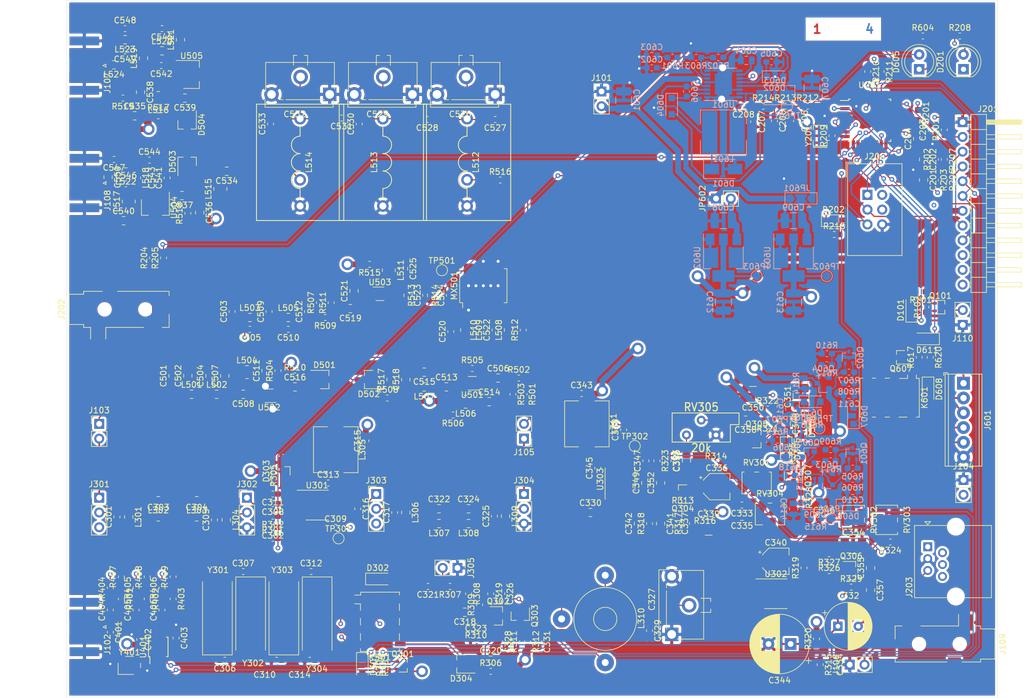
<source format=kicad_pcb>
(kicad_pcb (version 20171130) (host pcbnew 5.1.5)

  (general
    (thickness 1.6)
    (drawings 38)
    (tracks 1559)
    (zones 0)
    (modules 366)
    (nets 214)
  )

  (page A4)
  (layers
    (0 F.Cu signal)
    (1 In1.Cu signal)
    (2 In2.Cu signal)
    (31 B.Cu signal)
    (32 B.Adhes user hide)
    (33 F.Adhes user hide)
    (34 B.Paste user hide)
    (35 F.Paste user hide)
    (36 B.SilkS user hide)
    (37 F.SilkS user hide)
    (38 B.Mask user hide)
    (39 F.Mask user hide)
    (40 Dwgs.User user hide)
    (41 Cmts.User user hide)
    (42 Eco1.User user hide)
    (43 Eco2.User user hide)
    (44 Edge.Cuts user hide)
    (45 Margin user)
    (46 B.CrtYd user)
    (47 F.CrtYd user hide)
    (48 B.Fab user hide)
    (49 F.Fab user hide)
  )

  (setup
    (last_trace_width 0.2)
    (user_trace_width 0.2)
    (user_trace_width 0.3)
    (user_trace_width 1)
    (trace_clearance 0.2)
    (zone_clearance 0.8)
    (zone_45_only no)
    (trace_min 0.2)
    (via_size 0.8)
    (via_drill 0.4)
    (via_min_size 0.4)
    (via_min_drill 0.3)
    (user_via 0.8 0.4)
    (user_via 2 1.2)
    (uvia_size 0.3)
    (uvia_drill 0.1)
    (uvias_allowed no)
    (uvia_min_size 0.2)
    (uvia_min_drill 0.1)
    (edge_width 0.05)
    (segment_width 0.2)
    (pcb_text_width 0.3)
    (pcb_text_size 1.5 1.5)
    (mod_edge_width 0.1)
    (mod_text_size 0.8 0.8)
    (mod_text_width 0.1)
    (pad_size 1.524 1.524)
    (pad_drill 0.762)
    (pad_to_mask_clearance 0.051)
    (solder_mask_min_width 0.25)
    (aux_axis_origin 0 0)
    (visible_elements FFFFFF7F)
    (pcbplotparams
      (layerselection 0x010fc_ffffffff)
      (usegerberextensions false)
      (usegerberattributes false)
      (usegerberadvancedattributes false)
      (creategerberjobfile false)
      (excludeedgelayer true)
      (linewidth 0.100000)
      (plotframeref false)
      (viasonmask false)
      (mode 1)
      (useauxorigin false)
      (hpglpennumber 1)
      (hpglpenspeed 20)
      (hpglpendiameter 15.000000)
      (psnegative false)
      (psa4output false)
      (plotreference true)
      (plotvalue true)
      (plotinvisibletext false)
      (padsonsilk false)
      (subtractmaskfromsilk false)
      (outputformat 1)
      (mirror false)
      (drillshape 1)
      (scaleselection 1)
      (outputdirectory ""))
  )

  (net 0 "")
  (net 1 /Control/ENC_B)
  (net 2 GND)
  (net 3 /Control/ENC_A)
  (net 4 "Net-(C203-Pad2)")
  (net 5 +3V3)
  (net 6 "Net-(C205-Pad1)")
  (net 7 "Net-(C206-Pad1)")
  (net 8 "Net-(C207-Pad1)")
  (net 9 /Baseband/CW_TONE)
  (net 10 "Net-(C301-Pad2)")
  (net 11 "Net-(C302-Pad2)")
  (net 12 "Net-(C303-Pad2)")
  (net 13 "Net-(C304-Pad2)")
  (net 14 "Net-(C306-Pad2)")
  (net 15 "Net-(C307-Pad2)")
  (net 16 "Net-(C308-Pad2)")
  (net 17 "Net-(C308-Pad1)")
  (net 18 /Baseband/LO1)
  (net 19 "Net-(C309-Pad1)")
  (net 20 "Net-(C310-Pad2)")
  (net 21 "Net-(C311-Pad2)")
  (net 22 "Net-(C312-Pad2)")
  (net 23 "Net-(C313-Pad2)")
  (net 24 "Net-(C314-Pad2)")
  (net 25 +8V)
  (net 26 "Net-(C316-Pad2)")
  (net 27 "Net-(C316-Pad1)")
  (net 28 "Net-(C317-Pad2)")
  (net 29 "Net-(C318-Pad2)")
  (net 30 "Net-(C318-Pad1)")
  (net 31 /Baseband/CAG)
  (net 32 "Net-(C320-Pad2)")
  (net 33 "Net-(C320-Pad1)")
  (net 34 "Net-(C321-Pad1)")
  (net 35 "Net-(C322-Pad2)")
  (net 36 "Net-(C323-Pad2)")
  (net 37 "Net-(C324-Pad2)")
  (net 38 "Net-(C327-Pad2)")
  (net 39 "Net-(C328-Pad2)")
  (net 40 "Net-(C330-Pad2)")
  (net 41 "Net-(C330-Pad1)")
  (net 42 +8VRX)
  (net 43 /Baseband/SPKR)
  (net 44 "Net-(C332-Pad1)")
  (net 45 "Net-(C333-Pad2)")
  (net 46 "Net-(C333-Pad1)")
  (net 47 "Net-(C334-Pad2)")
  (net 48 "Net-(C336-Pad1)")
  (net 49 "Net-(C337-Pad2)")
  (net 50 "Net-(C337-Pad1)")
  (net 51 /Baseband/BFO)
  (net 52 "Net-(C338-Pad1)")
  (net 53 "Net-(C339-Pad1)")
  (net 54 "Net-(C340-Pad2)")
  (net 55 "Net-(C340-Pad1)")
  (net 56 "Net-(C342-Pad2)")
  (net 57 "Net-(C344-Pad1)")
  (net 58 "Net-(C345-Pad2)")
  (net 59 "Net-(C346-Pad2)")
  (net 60 "Net-(C347-Pad2)")
  (net 61 "Net-(C347-Pad1)")
  (net 62 "Net-(C348-Pad2)")
  (net 63 "Net-(C348-Pad1)")
  (net 64 "Net-(C351-Pad1)")
  (net 65 "Net-(C352-Pad2)")
  (net 66 "Net-(C353-Pad1)")
  (net 67 "Net-(C354-Pad1)")
  (net 68 "Net-(C355-Pad2)")
  (net 69 "Net-(C355-Pad1)")
  (net 70 "Net-(C356-Pad2)")
  (net 71 "Net-(C358-Pad2)")
  (net 72 "Net-(C358-Pad1)")
  (net 73 "Net-(C401-Pad2)")
  (net 74 /Clock/REF_25MHz)
  (net 75 "Net-(C404-Pad2)")
  (net 76 "Net-(C404-Pad1)")
  (net 77 "Net-(C405-Pad2)")
  (net 78 "Net-(C405-Pad1)")
  (net 79 "Net-(C406-Pad2)")
  (net 80 "Net-(C406-Pad1)")
  (net 81 /HF_RX)
  (net 82 "Net-(C501-Pad1)")
  (net 83 /VHF_LO)
  (net 84 "Net-(C504-Pad1)")
  (net 85 "Net-(C505-Pad1)")
  (net 86 "Net-(C506-Pad2)")
  (net 87 "Net-(C506-Pad1)")
  (net 88 "Net-(C507-Pad1)")
  (net 89 "Net-(C508-Pad1)")
  (net 90 "Net-(C510-Pad1)")
  (net 91 "Net-(C511-Pad1)")
  (net 92 "Net-(C513-Pad2)")
  (net 93 "Net-(C513-Pad1)")
  (net 94 "Net-(C514-Pad1)")
  (net 95 "Net-(C516-Pad2)")
  (net 96 "Net-(C516-Pad1)")
  (net 97 "Net-(C517-Pad2)")
  (net 98 "Net-(C517-Pad1)")
  (net 99 "Net-(C519-Pad2)")
  (net 100 "Net-(C519-Pad1)")
  (net 101 "Net-(C520-Pad1)")
  (net 102 "Net-(C522-Pad2)")
  (net 103 "Net-(C522-Pad1)")
  (net 104 "Net-(C523-Pad2)")
  (net 105 "Net-(C523-Pad1)")
  (net 106 "Net-(C524-Pad2)")
  (net 107 "Net-(C524-Pad1)")
  (net 108 "Net-(C525-Pad1)")
  (net 109 "Net-(C526-Pad2)")
  (net 110 "Net-(C528-Pad2)")
  (net 111 "Net-(C531-Pad2)")
  (net 112 "Net-(C534-Pad2)")
  (net 113 "Net-(C534-Pad1)")
  (net 114 +5RX)
  (net 115 +5TX)
  (net 116 "Net-(C537-Pad2)")
  (net 117 "Net-(C537-Pad1)")
  (net 118 "Net-(C538-Pad2)")
  (net 119 "Net-(C539-Pad2)")
  (net 120 "Net-(C539-Pad1)")
  (net 121 "Net-(C541-Pad1)")
  (net 122 "Net-(C542-Pad2)")
  (net 123 "Net-(C542-Pad1)")
  (net 124 "Net-(C543-Pad1)")
  (net 125 "Net-(C545-Pad1)")
  (net 126 "Net-(C546-Pad1)")
  (net 127 "Net-(C548-Pad1)")
  (net 128 "Net-(C549-Pad2)")
  (net 129 "Net-(C549-Pad1)")
  (net 130 /VHF_TX)
  (net 131 +12V)
  (net 132 "Net-(C602-Pad1)")
  (net 133 "Net-(C603-Pad1)")
  (net 134 "Net-(C604-Pad1)")
  (net 135 "Net-(C605-Pad2)")
  (net 136 "Net-(C606-Pad2)")
  (net 137 "Net-(C606-Pad1)")
  (net 138 "Net-(C608-Pad1)")
  (net 139 "Net-(C609-Pad1)")
  (net 140 "Net-(C610-Pad2)")
  (net 141 "Net-(C611-Pad2)")
  (net 142 +5VA)
  (net 143 "Net-(C614-Pad1)")
  (net 144 "Net-(C615-Pad1)")
  (net 145 "Net-(D201-Pad2)")
  (net 146 /Control/D6_PWM)
  (net 147 /Control/RESETn)
  (net 148 "Net-(D301-Pad2)")
  (net 149 /Control/SEQ0n)
  (net 150 "Net-(D302-Pad1)")
  (net 151 "Net-(D603-Pad2)")
  (net 152 "Net-(D605-Pad1)")
  (net 153 "Net-(D608-Pad1)")
  (net 154 "Net-(D611-Pad2)")
  (net 155 /Control/SEQ2n)
  (net 156 /Baseband/METER)
  (net 157 /HF_TX)
  (net 158 /VHF_RX)
  (net 159 /Control/BTN0)
  (net 160 /Control/BTN1)
  (net 161 /Control/BTN2)
  (net 162 /Control/BTN3)
  (net 163 SDA)
  (net 164 SCL)
  (net 165 "Net-(J201-Pad4)")
  (net 166 "Net-(J201-Pad3)")
  (net 167 "Net-(J201-Pad2)")
  (net 168 "Net-(J202-PadT)")
  (net 169 "Net-(J202-PadR)")
  (net 170 /Control/MIC_SW2)
  (net 171 /Baseband/MIC)
  (net 172 /Control/MIC_SW1)
  (net 173 +8VTX)
  (net 174 "Net-(J601-Pad5)")
  (net 175 "Net-(J601-Pad4)")
  (net 176 "Net-(J601-Pad3)")
  (net 177 "Net-(J601-Pad2)")
  (net 178 "Net-(K301-Pad2)")
  (net 179 "Net-(K301-Pad4)")
  (net 180 "Net-(L512-Pad2)")
  (net 181 "Net-(L520-Pad2)")
  (net 182 "Net-(MX501-Pad3)")
  (net 183 "Net-(MX501-Pad6)")
  (net 184 "Net-(Q301-Pad1)")
  (net 185 "Net-(Q302-Pad3)")
  (net 186 "Net-(Q307-Pad2)")
  (net 187 "Net-(Q307-Pad1)")
  (net 188 "Net-(Q601-Pad3)")
  (net 189 "Net-(Q601-Pad1)")
  (net 190 "Net-(Q602-Pad3)")
  (net 191 "Net-(Q602-Pad1)")
  (net 192 "Net-(Q603-Pad1)")
  (net 193 "Net-(Q604-Pad1)")
  (net 194 "Net-(Q607-Pad1)")
  (net 195 /Control/ENC_BTN)
  (net 196 /Control/CW_INPUT)
  (net 197 /Control/XTAL1)
  (net 198 /Control/XTAL2)
  (net 199 /Control/D3_PWM)
  (net 200 /Baseband/CW_KEYn)
  (net 201 "Net-(R319-Pad1)")
  (net 202 "Net-(R324-Pad1)")
  (net 203 /Baseband/MUTE_SPKR)
  (net 204 "Net-(R602-Pad1)")
  (net 205 "Net-(U401-Pad3)")
  (net 206 /IF_RX)
  (net 207 /IF_TX)
  (net 208 "Net-(D101-Pad2)")
  (net 209 /Control/SEQ1n)
  (net 210 "Net-(J106-Pad2)")
  (net 211 "Net-(J110-Pad2)")
  (net 212 "Net-(Q101-Pad1)")
  (net 213 /AF_OUT)

  (net_class Default "This is the default net class."
    (clearance 0.2)
    (trace_width 0.2)
    (via_dia 0.8)
    (via_drill 0.4)
    (uvia_dia 0.3)
    (uvia_drill 0.1)
    (add_net /AF_OUT)
    (add_net /Baseband/BFO)
    (add_net /Baseband/CAG)
    (add_net /Baseband/CW_KEYn)
    (add_net /Baseband/CW_TONE)
    (add_net /Baseband/LO1)
    (add_net /Baseband/METER)
    (add_net /Baseband/MIC)
    (add_net /Baseband/MUTE_SPKR)
    (add_net /Baseband/SPKR)
    (add_net /Clock/REF_25MHz)
    (add_net /Control/A0)
    (add_net /Control/A2)
    (add_net /Control/BTN0)
    (add_net /Control/BTN1)
    (add_net /Control/BTN2)
    (add_net /Control/BTN3)
    (add_net /Control/CW_INPUT)
    (add_net /Control/D3_PWM)
    (add_net /Control/D6_PWM)
    (add_net /Control/ENC_A)
    (add_net /Control/ENC_B)
    (add_net /Control/ENC_BTN)
    (add_net /Control/MIC_SW1)
    (add_net /Control/MIC_SW2)
    (add_net /Control/RESETn)
    (add_net /Control/SEQ0n)
    (add_net /Control/SEQ1n)
    (add_net /Control/SEQ2n)
    (add_net /Control/XTAL1)
    (add_net /Control/XTAL2)
    (add_net /HF_RX)
    (add_net /HF_TX)
    (add_net /IF_RX)
    (add_net /IF_TX)
    (add_net /VHF_LO)
    (add_net /VHF_RX)
    (add_net /VHF_TX)
    (add_net "Net-(C203-Pad2)")
    (add_net "Net-(C205-Pad1)")
    (add_net "Net-(C206-Pad1)")
    (add_net "Net-(C207-Pad1)")
    (add_net "Net-(C301-Pad2)")
    (add_net "Net-(C302-Pad2)")
    (add_net "Net-(C303-Pad2)")
    (add_net "Net-(C304-Pad2)")
    (add_net "Net-(C306-Pad2)")
    (add_net "Net-(C307-Pad2)")
    (add_net "Net-(C308-Pad1)")
    (add_net "Net-(C308-Pad2)")
    (add_net "Net-(C309-Pad1)")
    (add_net "Net-(C310-Pad2)")
    (add_net "Net-(C311-Pad2)")
    (add_net "Net-(C312-Pad2)")
    (add_net "Net-(C313-Pad2)")
    (add_net "Net-(C314-Pad2)")
    (add_net "Net-(C316-Pad1)")
    (add_net "Net-(C316-Pad2)")
    (add_net "Net-(C317-Pad2)")
    (add_net "Net-(C318-Pad1)")
    (add_net "Net-(C318-Pad2)")
    (add_net "Net-(C320-Pad1)")
    (add_net "Net-(C320-Pad2)")
    (add_net "Net-(C321-Pad1)")
    (add_net "Net-(C322-Pad2)")
    (add_net "Net-(C323-Pad2)")
    (add_net "Net-(C324-Pad2)")
    (add_net "Net-(C327-Pad2)")
    (add_net "Net-(C328-Pad2)")
    (add_net "Net-(C330-Pad1)")
    (add_net "Net-(C330-Pad2)")
    (add_net "Net-(C332-Pad1)")
    (add_net "Net-(C333-Pad1)")
    (add_net "Net-(C333-Pad2)")
    (add_net "Net-(C334-Pad2)")
    (add_net "Net-(C336-Pad1)")
    (add_net "Net-(C337-Pad1)")
    (add_net "Net-(C337-Pad2)")
    (add_net "Net-(C338-Pad1)")
    (add_net "Net-(C339-Pad1)")
    (add_net "Net-(C340-Pad1)")
    (add_net "Net-(C340-Pad2)")
    (add_net "Net-(C342-Pad2)")
    (add_net "Net-(C344-Pad1)")
    (add_net "Net-(C345-Pad2)")
    (add_net "Net-(C346-Pad2)")
    (add_net "Net-(C347-Pad1)")
    (add_net "Net-(C347-Pad2)")
    (add_net "Net-(C348-Pad1)")
    (add_net "Net-(C348-Pad2)")
    (add_net "Net-(C351-Pad1)")
    (add_net "Net-(C352-Pad2)")
    (add_net "Net-(C353-Pad1)")
    (add_net "Net-(C354-Pad1)")
    (add_net "Net-(C355-Pad1)")
    (add_net "Net-(C355-Pad2)")
    (add_net "Net-(C356-Pad2)")
    (add_net "Net-(C358-Pad1)")
    (add_net "Net-(C358-Pad2)")
    (add_net "Net-(C401-Pad2)")
    (add_net "Net-(C404-Pad1)")
    (add_net "Net-(C404-Pad2)")
    (add_net "Net-(C405-Pad1)")
    (add_net "Net-(C405-Pad2)")
    (add_net "Net-(C406-Pad1)")
    (add_net "Net-(C406-Pad2)")
    (add_net "Net-(C501-Pad1)")
    (add_net "Net-(C504-Pad1)")
    (add_net "Net-(C505-Pad1)")
    (add_net "Net-(C506-Pad1)")
    (add_net "Net-(C506-Pad2)")
    (add_net "Net-(C507-Pad1)")
    (add_net "Net-(C508-Pad1)")
    (add_net "Net-(C510-Pad1)")
    (add_net "Net-(C511-Pad1)")
    (add_net "Net-(C513-Pad1)")
    (add_net "Net-(C513-Pad2)")
    (add_net "Net-(C514-Pad1)")
    (add_net "Net-(C516-Pad1)")
    (add_net "Net-(C516-Pad2)")
    (add_net "Net-(C517-Pad1)")
    (add_net "Net-(C517-Pad2)")
    (add_net "Net-(C519-Pad1)")
    (add_net "Net-(C519-Pad2)")
    (add_net "Net-(C520-Pad1)")
    (add_net "Net-(C522-Pad1)")
    (add_net "Net-(C522-Pad2)")
    (add_net "Net-(C523-Pad1)")
    (add_net "Net-(C523-Pad2)")
    (add_net "Net-(C524-Pad1)")
    (add_net "Net-(C524-Pad2)")
    (add_net "Net-(C525-Pad1)")
    (add_net "Net-(C526-Pad2)")
    (add_net "Net-(C528-Pad2)")
    (add_net "Net-(C531-Pad2)")
    (add_net "Net-(C534-Pad1)")
    (add_net "Net-(C534-Pad2)")
    (add_net "Net-(C537-Pad1)")
    (add_net "Net-(C537-Pad2)")
    (add_net "Net-(C538-Pad2)")
    (add_net "Net-(C539-Pad1)")
    (add_net "Net-(C539-Pad2)")
    (add_net "Net-(C541-Pad1)")
    (add_net "Net-(C542-Pad1)")
    (add_net "Net-(C542-Pad2)")
    (add_net "Net-(C543-Pad1)")
    (add_net "Net-(C545-Pad1)")
    (add_net "Net-(C546-Pad1)")
    (add_net "Net-(C548-Pad1)")
    (add_net "Net-(C549-Pad1)")
    (add_net "Net-(C549-Pad2)")
    (add_net "Net-(C602-Pad1)")
    (add_net "Net-(C603-Pad1)")
    (add_net "Net-(C604-Pad1)")
    (add_net "Net-(C605-Pad2)")
    (add_net "Net-(C606-Pad1)")
    (add_net "Net-(C606-Pad2)")
    (add_net "Net-(C608-Pad1)")
    (add_net "Net-(C609-Pad1)")
    (add_net "Net-(C610-Pad2)")
    (add_net "Net-(C611-Pad2)")
    (add_net "Net-(C614-Pad1)")
    (add_net "Net-(C615-Pad1)")
    (add_net "Net-(D101-Pad2)")
    (add_net "Net-(D201-Pad2)")
    (add_net "Net-(D301-Pad2)")
    (add_net "Net-(D302-Pad1)")
    (add_net "Net-(D603-Pad2)")
    (add_net "Net-(D605-Pad1)")
    (add_net "Net-(D608-Pad1)")
    (add_net "Net-(D611-Pad2)")
    (add_net "Net-(J106-Pad2)")
    (add_net "Net-(J109-PadR)")
    (add_net "Net-(J110-Pad2)")
    (add_net "Net-(J201-Pad2)")
    (add_net "Net-(J201-Pad3)")
    (add_net "Net-(J201-Pad4)")
    (add_net "Net-(J202-PadR)")
    (add_net "Net-(J202-PadT)")
    (add_net "Net-(J202-PadTN)")
    (add_net "Net-(J601-Pad2)")
    (add_net "Net-(J601-Pad3)")
    (add_net "Net-(J601-Pad4)")
    (add_net "Net-(J601-Pad5)")
    (add_net "Net-(K301-Pad2)")
    (add_net "Net-(K301-Pad4)")
    (add_net "Net-(L512-Pad2)")
    (add_net "Net-(L520-Pad2)")
    (add_net "Net-(MX501-Pad3)")
    (add_net "Net-(MX501-Pad6)")
    (add_net "Net-(Q101-Pad1)")
    (add_net "Net-(Q301-Pad1)")
    (add_net "Net-(Q302-Pad3)")
    (add_net "Net-(Q307-Pad1)")
    (add_net "Net-(Q307-Pad2)")
    (add_net "Net-(Q601-Pad1)")
    (add_net "Net-(Q601-Pad3)")
    (add_net "Net-(Q602-Pad1)")
    (add_net "Net-(Q602-Pad3)")
    (add_net "Net-(Q603-Pad1)")
    (add_net "Net-(Q604-Pad1)")
    (add_net "Net-(Q607-Pad1)")
    (add_net "Net-(R319-Pad1)")
    (add_net "Net-(R324-Pad1)")
    (add_net "Net-(R602-Pad1)")
    (add_net "Net-(U301-Pad7)")
    (add_net "Net-(U302-Pad7)")
    (add_net "Net-(U303-Pad7)")
    (add_net "Net-(U401-Pad3)")
    (add_net SCL)
    (add_net SDA)
  )

  (net_class Power ""
    (clearance 0.2)
    (trace_width 1)
    (via_dia 2)
    (via_drill 1.2)
    (uvia_dia 0.3)
    (uvia_drill 0.1)
    (add_net +12V)
    (add_net +3V3)
    (add_net +5RX)
    (add_net +5TX)
    (add_net +5VA)
    (add_net +8V)
    (add_net +8VRX)
    (add_net +8VTX)
    (add_net GND)
  )

  (module LED_THT:LED_D5.0mm (layer F.Cu) (tedit 5995936A) (tstamp 5E581AB7)
    (at 176.53 41.91 90)
    (descr "LED, diameter 5.0mm, 2 pins, http://cdn-reichelt.de/documents/datenblatt/A500/LL-504BC2E-009.pdf")
    (tags "LED diameter 5.0mm 2 pins")
    (path /5E2DC494/5D86AD14)
    (fp_text reference D605 (at 1.27 -3.96 90) (layer F.SilkS)
      (effects (font (size 1 1) (thickness 0.15)))
    )
    (fp_text value LED_PWR (at 1.27 3.96 90) (layer F.Fab)
      (effects (font (size 1 1) (thickness 0.15)))
    )
    (fp_text user %R (at 1.25 0 90) (layer F.Fab)
      (effects (font (size 0.8 0.8) (thickness 0.2)))
    )
    (fp_line (start 4.5 -3.25) (end -1.95 -3.25) (layer F.CrtYd) (width 0.05))
    (fp_line (start 4.5 3.25) (end 4.5 -3.25) (layer F.CrtYd) (width 0.05))
    (fp_line (start -1.95 3.25) (end 4.5 3.25) (layer F.CrtYd) (width 0.05))
    (fp_line (start -1.95 -3.25) (end -1.95 3.25) (layer F.CrtYd) (width 0.05))
    (fp_line (start -1.29 -1.545) (end -1.29 1.545) (layer F.SilkS) (width 0.12))
    (fp_line (start -1.23 -1.469694) (end -1.23 1.469694) (layer F.Fab) (width 0.1))
    (fp_circle (center 1.27 0) (end 3.77 0) (layer F.SilkS) (width 0.12))
    (fp_circle (center 1.27 0) (end 3.77 0) (layer F.Fab) (width 0.1))
    (fp_arc (start 1.27 0) (end -1.29 1.54483) (angle -148.9) (layer F.SilkS) (width 0.12))
    (fp_arc (start 1.27 0) (end -1.29 -1.54483) (angle 148.9) (layer F.SilkS) (width 0.12))
    (fp_arc (start 1.27 0) (end -1.23 -1.469694) (angle 299.1) (layer F.Fab) (width 0.1))
    (pad 2 thru_hole circle (at 2.54 0 90) (size 1.8 1.8) (drill 0.9) (layers *.Cu *.Mask)
      (net 25 +8V))
    (pad 1 thru_hole rect (at 0 0 90) (size 1.8 1.8) (drill 0.9) (layers *.Cu *.Mask)
      (net 152 "Net-(D605-Pad1)"))
    (model ${KISYS3DMOD}/LED_THT.3dshapes/LED_D5.0mm.wrl
      (at (xyz 0 0 0))
      (scale (xyz 1 1 1))
      (rotate (xyz 0 0 0))
    )
  )

  (module Resistor_SMD:R_0603_1608Metric_Pad1.05x0.95mm_HandSolder (layer F.Cu) (tedit 5B301BBD) (tstamp 5E62CA46)
    (at 177.673 82.804 90)
    (descr "Resistor SMD 0603 (1608 Metric), square (rectangular) end terminal, IPC_7351 nominal with elongated pad for handsoldering. (Body size source: http://www.tortai-tech.com/upload/download/2011102023233369053.pdf), generated with kicad-footprint-generator")
    (tags "resistor handsolder")
    (path /5E674E39)
    (attr smd)
    (fp_text reference R102 (at 0 -1.43 90) (layer F.SilkS)
      (effects (font (size 1 1) (thickness 0.15)))
    )
    (fp_text value 10k (at 0 1.43 90) (layer F.Fab)
      (effects (font (size 1 1) (thickness 0.15)))
    )
    (fp_text user %R (at 0 0 90) (layer F.Fab)
      (effects (font (size 0.4 0.4) (thickness 0.06)))
    )
    (fp_line (start 1.65 0.73) (end -1.65 0.73) (layer F.CrtYd) (width 0.05))
    (fp_line (start 1.65 -0.73) (end 1.65 0.73) (layer F.CrtYd) (width 0.05))
    (fp_line (start -1.65 -0.73) (end 1.65 -0.73) (layer F.CrtYd) (width 0.05))
    (fp_line (start -1.65 0.73) (end -1.65 -0.73) (layer F.CrtYd) (width 0.05))
    (fp_line (start -0.171267 0.51) (end 0.171267 0.51) (layer F.SilkS) (width 0.12))
    (fp_line (start -0.171267 -0.51) (end 0.171267 -0.51) (layer F.SilkS) (width 0.12))
    (fp_line (start 0.8 0.4) (end -0.8 0.4) (layer F.Fab) (width 0.1))
    (fp_line (start 0.8 -0.4) (end 0.8 0.4) (layer F.Fab) (width 0.1))
    (fp_line (start -0.8 -0.4) (end 0.8 -0.4) (layer F.Fab) (width 0.1))
    (fp_line (start -0.8 0.4) (end -0.8 -0.4) (layer F.Fab) (width 0.1))
    (pad 2 smd roundrect (at 0.875 0 90) (size 1.05 0.95) (layers F.Cu F.Paste F.Mask) (roundrect_rratio 0.25)
      (net 212 "Net-(Q101-Pad1)"))
    (pad 1 smd roundrect (at -0.875 0 90) (size 1.05 0.95) (layers F.Cu F.Paste F.Mask) (roundrect_rratio 0.25)
      (net 131 +12V))
    (model ${KISYS3DMOD}/Resistor_SMD.3dshapes/R_0603_1608Metric.wrl
      (at (xyz 0 0 0))
      (scale (xyz 1 1 1))
      (rotate (xyz 0 0 0))
    )
  )

  (module Resistor_SMD:R_0603_1608Metric_Pad1.05x0.95mm_HandSolder (layer F.Cu) (tedit 5B301BBD) (tstamp 5E62CA35)
    (at 176.784 80.137 180)
    (descr "Resistor SMD 0603 (1608 Metric), square (rectangular) end terminal, IPC_7351 nominal with elongated pad for handsoldering. (Body size source: http://www.tortai-tech.com/upload/download/2011102023233369053.pdf), generated with kicad-footprint-generator")
    (tags "resistor handsolder")
    (path /5E674E25)
    (attr smd)
    (fp_text reference R101 (at 0 -1.43) (layer F.SilkS)
      (effects (font (size 1 1) (thickness 0.15)))
    )
    (fp_text value 470 (at 0 1.43) (layer F.Fab)
      (effects (font (size 1 1) (thickness 0.15)))
    )
    (fp_text user %R (at 0 0) (layer F.Fab)
      (effects (font (size 0.4 0.4) (thickness 0.06)))
    )
    (fp_line (start 1.65 0.73) (end -1.65 0.73) (layer F.CrtYd) (width 0.05))
    (fp_line (start 1.65 -0.73) (end 1.65 0.73) (layer F.CrtYd) (width 0.05))
    (fp_line (start -1.65 -0.73) (end 1.65 -0.73) (layer F.CrtYd) (width 0.05))
    (fp_line (start -1.65 0.73) (end -1.65 -0.73) (layer F.CrtYd) (width 0.05))
    (fp_line (start -0.171267 0.51) (end 0.171267 0.51) (layer F.SilkS) (width 0.12))
    (fp_line (start -0.171267 -0.51) (end 0.171267 -0.51) (layer F.SilkS) (width 0.12))
    (fp_line (start 0.8 0.4) (end -0.8 0.4) (layer F.Fab) (width 0.1))
    (fp_line (start 0.8 -0.4) (end 0.8 0.4) (layer F.Fab) (width 0.1))
    (fp_line (start -0.8 -0.4) (end 0.8 -0.4) (layer F.Fab) (width 0.1))
    (fp_line (start -0.8 0.4) (end -0.8 -0.4) (layer F.Fab) (width 0.1))
    (pad 2 smd roundrect (at 0.875 0 180) (size 1.05 0.95) (layers F.Cu F.Paste F.Mask) (roundrect_rratio 0.25)
      (net 208 "Net-(D101-Pad2)"))
    (pad 1 smd roundrect (at -0.875 0 180) (size 1.05 0.95) (layers F.Cu F.Paste F.Mask) (roundrect_rratio 0.25)
      (net 212 "Net-(Q101-Pad1)"))
    (model ${KISYS3DMOD}/Resistor_SMD.3dshapes/R_0603_1608Metric.wrl
      (at (xyz 0 0 0))
      (scale (xyz 1 1 1))
      (rotate (xyz 0 0 0))
    )
  )

  (module Package_TO_SOT_SMD:SOT-323_SC-70 (layer F.Cu) (tedit 5A02FF57) (tstamp 5E62C7F4)
    (at 180.213 82.804)
    (descr "SOT-323, SC-70")
    (tags "SOT-323 SC-70")
    (path /5E674E41)
    (attr smd)
    (fp_text reference Q101 (at -0.05 -1.95) (layer F.SilkS)
      (effects (font (size 1 1) (thickness 0.15)))
    )
    (fp_text value BC856W (at -0.05 2.05) (layer F.Fab)
      (effects (font (size 1 1) (thickness 0.15)))
    )
    (fp_line (start -0.18 -1.1) (end -0.68 -0.6) (layer F.Fab) (width 0.1))
    (fp_line (start 0.67 1.1) (end -0.68 1.1) (layer F.Fab) (width 0.1))
    (fp_line (start 0.67 -1.1) (end 0.67 1.1) (layer F.Fab) (width 0.1))
    (fp_line (start -0.68 -0.6) (end -0.68 1.1) (layer F.Fab) (width 0.1))
    (fp_line (start 0.67 -1.1) (end -0.18 -1.1) (layer F.Fab) (width 0.1))
    (fp_line (start -0.68 1.16) (end 0.73 1.16) (layer F.SilkS) (width 0.12))
    (fp_line (start 0.73 -1.16) (end -1.3 -1.16) (layer F.SilkS) (width 0.12))
    (fp_line (start -1.7 1.3) (end -1.7 -1.3) (layer F.CrtYd) (width 0.05))
    (fp_line (start -1.7 -1.3) (end 1.7 -1.3) (layer F.CrtYd) (width 0.05))
    (fp_line (start 1.7 -1.3) (end 1.7 1.3) (layer F.CrtYd) (width 0.05))
    (fp_line (start 1.7 1.3) (end -1.7 1.3) (layer F.CrtYd) (width 0.05))
    (fp_line (start 0.73 -1.16) (end 0.73 -0.5) (layer F.SilkS) (width 0.12))
    (fp_line (start 0.73 0.5) (end 0.73 1.16) (layer F.SilkS) (width 0.12))
    (fp_text user %R (at 0 0 90) (layer F.Fab)
      (effects (font (size 0.5 0.5) (thickness 0.075)))
    )
    (pad 3 smd rect (at 1 0 270) (size 0.45 0.7) (layers F.Cu F.Paste F.Mask)
      (net 211 "Net-(J110-Pad2)"))
    (pad 2 smd rect (at -1 0.65 270) (size 0.45 0.7) (layers F.Cu F.Paste F.Mask)
      (net 131 +12V))
    (pad 1 smd rect (at -1 -0.65 270) (size 0.45 0.7) (layers F.Cu F.Paste F.Mask)
      (net 212 "Net-(Q101-Pad1)"))
    (model ${KISYS3DMOD}/Package_TO_SOT_SMD.3dshapes/SOT-323_SC-70.wrl
      (at (xyz 0 0 0))
      (scale (xyz 1 1 1))
      (rotate (xyz 0 0 0))
    )
  )

  (module Connector_Audio:Jack_3.5mm_CUI_SJ-3524-SMT_Horizontal (layer F.Cu) (tedit 5C635470) (tstamp 5E5D4798)
    (at 38.989 83.185 90)
    (descr "3.5 mm, Stereo, Right Angle, Surface Mount (SMT), Audio Jack Connector (https://www.cui.com/product/resource/sj-352x-smt-series.pdf)")
    (tags "3.5mm audio cui horizontal jack stereo")
    (path /5E2FA006/5EF19C71)
    (attr smd)
    (fp_text reference J202 (at 0 -9.9 90) (layer F.SilkS)
      (effects (font (size 1 1) (thickness 0.15)))
    )
    (fp_text value "CW Key" (at 0 13 90) (layer F.Fab)
      (effects (font (size 1 1) (thickness 0.15)))
    )
    (fp_line (start -3.1 -2.3) (end -5.1 -2.3) (layer F.SilkS) (width 0.12))
    (fp_line (start -3.1 -4.9) (end -5.1 -4.9) (layer F.SilkS) (width 0.12))
    (fp_line (start -3.1 4.2) (end -3.1 -2.3) (layer F.SilkS) (width 0.12))
    (fp_line (start -3.1 8.6) (end -3.1 7.4) (layer F.SilkS) (width 0.12))
    (fp_line (start -0.85 8.6) (end -3.1 8.6) (layer F.SilkS) (width 0.12))
    (fp_line (start 3.1 8.6) (end 2.35 8.6) (layer F.SilkS) (width 0.12))
    (fp_line (start 3.1 -0.3) (end 3.1 8.6) (layer F.SilkS) (width 0.12))
    (fp_line (start 3.1 -6.1) (end 3.1 -2.9) (layer F.SilkS) (width 0.12))
    (fp_line (start 2.6 -6.1) (end 3.1 -6.1) (layer F.SilkS) (width 0.12))
    (fp_line (start 2.6 -8.6) (end 2.6 -6.1) (layer F.SilkS) (width 0.12))
    (fp_line (start -2.6 -8.6) (end 2.6 -8.6) (layer F.SilkS) (width 0.12))
    (fp_line (start -2.6 -6.1) (end -2.6 -8.6) (layer F.SilkS) (width 0.12))
    (fp_line (start -3.1 -6.1) (end -2.6 -6.1) (layer F.SilkS) (width 0.12))
    (fp_line (start -3.1 -4.9) (end -3.1 -6.1) (layer F.SilkS) (width 0.12))
    (fp_text user %R (at 0 0 90) (layer F.Fab)
      (effects (font (size 1 1) (thickness 0.15)))
    )
    (fp_line (start -5.6 -9) (end 5.6 -9) (layer F.CrtYd) (width 0.05))
    (fp_line (start -5.6 11.6) (end -5.6 -9) (layer F.CrtYd) (width 0.05))
    (fp_line (start 5.6 11.6) (end -5.6 11.6) (layer F.CrtYd) (width 0.05))
    (fp_line (start 5.6 -9) (end 5.6 11.6) (layer F.CrtYd) (width 0.05))
    (fp_line (start 2.5 -6) (end 3 -6) (layer F.Fab) (width 0.1))
    (fp_line (start 2.5 -8.5) (end 2.5 -6) (layer F.Fab) (width 0.1))
    (fp_line (start -2.5 -8.5) (end 2.5 -8.5) (layer F.Fab) (width 0.1))
    (fp_line (start -2.5 -6) (end -2.5 -8.5) (layer F.Fab) (width 0.1))
    (fp_line (start -3 -6) (end -2.5 -6) (layer F.Fab) (width 0.1))
    (fp_line (start -3 8.5) (end -3 -6) (layer F.Fab) (width 0.1))
    (fp_line (start 3 8.5) (end -3 8.5) (layer F.Fab) (width 0.1))
    (fp_line (start 3 -6) (end 3 8.5) (layer F.Fab) (width 0.1))
    (pad "" np_thru_hole circle (at 0 4.5 90) (size 1.7 1.7) (drill 1.7) (layers *.Cu *.Mask))
    (pad "" np_thru_hole circle (at 0 -2.5 90) (size 1.7 1.7) (drill 1.7) (layers *.Cu *.Mask))
    (pad T smd rect (at -3.7 5.8 90) (size 2.8 2.8) (layers F.Cu F.Paste F.Mask)
      (net 168 "Net-(J202-PadT)"))
    (pad TN smd rect (at 0.75 9.8 90) (size 2.8 2.6) (layers F.Cu F.Paste F.Mask))
    (pad S smd rect (at -3.7 -3.6 90) (size 2.8 2.2) (layers F.Cu F.Paste F.Mask)
      (net 2 GND))
    (pad R smd rect (at 3.7 -1.6 90) (size 2.8 2.2) (layers F.Cu F.Paste F.Mask)
      (net 169 "Net-(J202-PadR)"))
    (model ${KISYS3DMOD}/Connector_Audio.3dshapes/Jack_3.5mm_CUI_SJ-3524-SMT_Horizontal.wrl
      (at (xyz 0 0 0))
      (scale (xyz 1 1 1))
      (rotate (xyz 0 0 0))
    )
  )

  (module Connector_PinHeader_2.54mm:PinHeader_1x02_P2.54mm_Vertical (layer F.Cu) (tedit 59FED5CC) (tstamp 5E62BEA3)
    (at 184.023 85.852 180)
    (descr "Through hole straight pin header, 1x02, 2.54mm pitch, single row")
    (tags "Through hole pin header THT 1x02 2.54mm single row")
    (path /5E6799F7)
    (fp_text reference J110 (at 0 -2.33) (layer F.SilkS)
      (effects (font (size 1 1) (thickness 0.15)))
    )
    (fp_text value SEQ1 (at 0 4.87) (layer F.Fab)
      (effects (font (size 1 1) (thickness 0.15)))
    )
    (fp_text user %R (at 0 1.27 90) (layer F.Fab)
      (effects (font (size 1 1) (thickness 0.15)))
    )
    (fp_line (start 1.8 -1.8) (end -1.8 -1.8) (layer F.CrtYd) (width 0.05))
    (fp_line (start 1.8 4.35) (end 1.8 -1.8) (layer F.CrtYd) (width 0.05))
    (fp_line (start -1.8 4.35) (end 1.8 4.35) (layer F.CrtYd) (width 0.05))
    (fp_line (start -1.8 -1.8) (end -1.8 4.35) (layer F.CrtYd) (width 0.05))
    (fp_line (start -1.33 -1.33) (end 0 -1.33) (layer F.SilkS) (width 0.12))
    (fp_line (start -1.33 0) (end -1.33 -1.33) (layer F.SilkS) (width 0.12))
    (fp_line (start -1.33 1.27) (end 1.33 1.27) (layer F.SilkS) (width 0.12))
    (fp_line (start 1.33 1.27) (end 1.33 3.87) (layer F.SilkS) (width 0.12))
    (fp_line (start -1.33 1.27) (end -1.33 3.87) (layer F.SilkS) (width 0.12))
    (fp_line (start -1.33 3.87) (end 1.33 3.87) (layer F.SilkS) (width 0.12))
    (fp_line (start -1.27 -0.635) (end -0.635 -1.27) (layer F.Fab) (width 0.1))
    (fp_line (start -1.27 3.81) (end -1.27 -0.635) (layer F.Fab) (width 0.1))
    (fp_line (start 1.27 3.81) (end -1.27 3.81) (layer F.Fab) (width 0.1))
    (fp_line (start 1.27 -1.27) (end 1.27 3.81) (layer F.Fab) (width 0.1))
    (fp_line (start -0.635 -1.27) (end 1.27 -1.27) (layer F.Fab) (width 0.1))
    (pad 2 thru_hole oval (at 0 2.54 180) (size 1.7 1.7) (drill 1) (layers *.Cu *.Mask)
      (net 211 "Net-(J110-Pad2)"))
    (pad 1 thru_hole rect (at 0 0 180) (size 1.7 1.7) (drill 1) (layers *.Cu *.Mask)
      (net 2 GND))
    (model ${KISYS3DMOD}/Connector_PinHeader_2.54mm.3dshapes/PinHeader_1x02_P2.54mm_Vertical.wrl
      (at (xyz 0 0 0))
      (scale (xyz 1 1 1))
      (rotate (xyz 0 0 0))
    )
  )

  (module Connector_Audio:Jack_3.5mm_CUI_SJ-3524-SMT_Horizontal (layer F.Cu) (tedit 5C635470) (tstamp 5E62BE8D)
    (at 181 140.716 270)
    (descr "3.5 mm, Stereo, Right Angle, Surface Mount (SMT), Audio Jack Connector (https://www.cui.com/product/resource/sj-352x-smt-series.pdf)")
    (tags "3.5mm audio cui horizontal jack stereo")
    (path /5E69BCFD)
    (attr smd)
    (fp_text reference J109 (at 0 -9.9 90) (layer F.SilkS)
      (effects (font (size 1 1) (thickness 0.15)))
    )
    (fp_text value Headphones (at 0 13 90) (layer F.Fab)
      (effects (font (size 1 1) (thickness 0.15)))
    )
    (fp_line (start -3.1 -2.3) (end -5.1 -2.3) (layer F.SilkS) (width 0.12))
    (fp_line (start -3.1 -4.9) (end -5.1 -4.9) (layer F.SilkS) (width 0.12))
    (fp_line (start -3.1 4.2) (end -3.1 -2.3) (layer F.SilkS) (width 0.12))
    (fp_line (start -3.1 8.6) (end -3.1 7.4) (layer F.SilkS) (width 0.12))
    (fp_line (start -0.85 8.6) (end -3.1 8.6) (layer F.SilkS) (width 0.12))
    (fp_line (start 3.1 8.6) (end 2.35 8.6) (layer F.SilkS) (width 0.12))
    (fp_line (start 3.1 -0.3) (end 3.1 8.6) (layer F.SilkS) (width 0.12))
    (fp_line (start 3.1 -6.1) (end 3.1 -2.9) (layer F.SilkS) (width 0.12))
    (fp_line (start 2.6 -6.1) (end 3.1 -6.1) (layer F.SilkS) (width 0.12))
    (fp_line (start 2.6 -8.6) (end 2.6 -6.1) (layer F.SilkS) (width 0.12))
    (fp_line (start -2.6 -8.6) (end 2.6 -8.6) (layer F.SilkS) (width 0.12))
    (fp_line (start -2.6 -6.1) (end -2.6 -8.6) (layer F.SilkS) (width 0.12))
    (fp_line (start -3.1 -6.1) (end -2.6 -6.1) (layer F.SilkS) (width 0.12))
    (fp_line (start -3.1 -4.9) (end -3.1 -6.1) (layer F.SilkS) (width 0.12))
    (fp_text user %R (at 0 0 90) (layer F.Fab)
      (effects (font (size 1 1) (thickness 0.15)))
    )
    (fp_line (start -5.6 -9) (end 5.6 -9) (layer F.CrtYd) (width 0.05))
    (fp_line (start -5.6 11.6) (end -5.6 -9) (layer F.CrtYd) (width 0.05))
    (fp_line (start 5.6 11.6) (end -5.6 11.6) (layer F.CrtYd) (width 0.05))
    (fp_line (start 5.6 -9) (end 5.6 11.6) (layer F.CrtYd) (width 0.05))
    (fp_line (start 2.5 -6) (end 3 -6) (layer F.Fab) (width 0.1))
    (fp_line (start 2.5 -8.5) (end 2.5 -6) (layer F.Fab) (width 0.1))
    (fp_line (start -2.5 -8.5) (end 2.5 -8.5) (layer F.Fab) (width 0.1))
    (fp_line (start -2.5 -6) (end -2.5 -8.5) (layer F.Fab) (width 0.1))
    (fp_line (start -3 -6) (end -2.5 -6) (layer F.Fab) (width 0.1))
    (fp_line (start -3 8.5) (end -3 -6) (layer F.Fab) (width 0.1))
    (fp_line (start 3 8.5) (end -3 8.5) (layer F.Fab) (width 0.1))
    (fp_line (start 3 -6) (end 3 8.5) (layer F.Fab) (width 0.1))
    (pad "" np_thru_hole circle (at 0 4.5 270) (size 1.7 1.7) (drill 1.7) (layers *.Cu *.Mask))
    (pad "" np_thru_hole circle (at 0 -2.5 270) (size 1.7 1.7) (drill 1.7) (layers *.Cu *.Mask))
    (pad T smd rect (at -3.7 5.8 270) (size 2.8 2.8) (layers F.Cu F.Paste F.Mask)
      (net 43 /Baseband/SPKR))
    (pad TN smd rect (at 0.75 9.8 270) (size 2.8 2.6) (layers F.Cu F.Paste F.Mask)
      (net 210 "Net-(J106-Pad2)"))
    (pad S smd rect (at -3.7 -3.6 270) (size 2.8 2.2) (layers F.Cu F.Paste F.Mask)
      (net 2 GND))
    (pad R smd rect (at 3.7 -1.6 270) (size 2.8 2.2) (layers F.Cu F.Paste F.Mask))
    (model ${KISYS3DMOD}/Connector_Audio.3dshapes/Jack_3.5mm_CUI_SJ-3524-SMT_Horizontal.wrl
      (at (xyz 0 0 0))
      (scale (xyz 1 1 1))
      (rotate (xyz 0 0 0))
    )
  )

  (module Diode_SMD:D_SOD-123F (layer F.Cu) (tedit 587F7769) (tstamp 5E62B8A8)
    (at 175.26 83.185 90)
    (descr D_SOD-123F)
    (tags D_SOD-123F)
    (path /5E674E2D)
    (attr smd)
    (fp_text reference D101 (at -0.127 -1.905 90) (layer F.SilkS)
      (effects (font (size 1 1) (thickness 0.15)))
    )
    (fp_text value 1N4148W (at 0 2.1 90) (layer F.Fab)
      (effects (font (size 1 1) (thickness 0.15)))
    )
    (fp_line (start -2.2 -1) (end 1.65 -1) (layer F.SilkS) (width 0.12))
    (fp_line (start -2.2 1) (end 1.65 1) (layer F.SilkS) (width 0.12))
    (fp_line (start -2.2 -1.15) (end -2.2 1.15) (layer F.CrtYd) (width 0.05))
    (fp_line (start 2.2 1.15) (end -2.2 1.15) (layer F.CrtYd) (width 0.05))
    (fp_line (start 2.2 -1.15) (end 2.2 1.15) (layer F.CrtYd) (width 0.05))
    (fp_line (start -2.2 -1.15) (end 2.2 -1.15) (layer F.CrtYd) (width 0.05))
    (fp_line (start -1.4 -0.9) (end 1.4 -0.9) (layer F.Fab) (width 0.1))
    (fp_line (start 1.4 -0.9) (end 1.4 0.9) (layer F.Fab) (width 0.1))
    (fp_line (start 1.4 0.9) (end -1.4 0.9) (layer F.Fab) (width 0.1))
    (fp_line (start -1.4 0.9) (end -1.4 -0.9) (layer F.Fab) (width 0.1))
    (fp_line (start -0.75 0) (end -0.35 0) (layer F.Fab) (width 0.1))
    (fp_line (start -0.35 0) (end -0.35 -0.55) (layer F.Fab) (width 0.1))
    (fp_line (start -0.35 0) (end -0.35 0.55) (layer F.Fab) (width 0.1))
    (fp_line (start -0.35 0) (end 0.25 -0.4) (layer F.Fab) (width 0.1))
    (fp_line (start 0.25 -0.4) (end 0.25 0.4) (layer F.Fab) (width 0.1))
    (fp_line (start 0.25 0.4) (end -0.35 0) (layer F.Fab) (width 0.1))
    (fp_line (start 0.25 0) (end 0.75 0) (layer F.Fab) (width 0.1))
    (fp_line (start -2.2 -1) (end -2.2 1) (layer F.SilkS) (width 0.12))
    (fp_text user %R (at -0.127 -1.905 90) (layer F.Fab)
      (effects (font (size 1 1) (thickness 0.15)))
    )
    (pad 2 smd rect (at 1.4 0 90) (size 1.1 1.1) (layers F.Cu F.Paste F.Mask)
      (net 208 "Net-(D101-Pad2)"))
    (pad 1 smd rect (at -1.4 0 90) (size 1.1 1.1) (layers F.Cu F.Paste F.Mask)
      (net 209 /Control/SEQ1n))
    (model ${KISYS3DMOD}/Diode_SMD.3dshapes/D_SOD-123F.wrl
      (at (xyz 0 0 0))
      (scale (xyz 1 1 1))
      (rotate (xyz 0 0 0))
    )
  )

  (module Resistor_SMD:R_0603_1608Metric_Pad1.05x0.95mm_HandSolder (layer F.Cu) (tedit 5B301BBD) (tstamp 5E5E283D)
    (at 95.885 130.81 180)
    (descr "Resistor SMD 0603 (1608 Metric), square (rectangular) end terminal, IPC_7351 nominal with elongated pad for handsoldering. (Body size source: http://www.tortai-tech.com/upload/download/2011102023233369053.pdf), generated with kicad-footprint-generator")
    (tags "resistor handsolder")
    (path /5E3088F9/5E39E22F)
    (attr smd)
    (fp_text reference R307 (at 0 -1.43) (layer F.SilkS)
      (effects (font (size 1 1) (thickness 0.15)))
    )
    (fp_text value 33k (at 0 1.43) (layer F.Fab)
      (effects (font (size 1 1) (thickness 0.15)))
    )
    (fp_text user %R (at 0 0) (layer F.Fab)
      (effects (font (size 0.4 0.4) (thickness 0.06)))
    )
    (fp_line (start 1.65 0.73) (end -1.65 0.73) (layer F.CrtYd) (width 0.05))
    (fp_line (start 1.65 -0.73) (end 1.65 0.73) (layer F.CrtYd) (width 0.05))
    (fp_line (start -1.65 -0.73) (end 1.65 -0.73) (layer F.CrtYd) (width 0.05))
    (fp_line (start -1.65 0.73) (end -1.65 -0.73) (layer F.CrtYd) (width 0.05))
    (fp_line (start -0.171267 0.51) (end 0.171267 0.51) (layer F.SilkS) (width 0.12))
    (fp_line (start -0.171267 -0.51) (end 0.171267 -0.51) (layer F.SilkS) (width 0.12))
    (fp_line (start 0.8 0.4) (end -0.8 0.4) (layer F.Fab) (width 0.1))
    (fp_line (start 0.8 -0.4) (end 0.8 0.4) (layer F.Fab) (width 0.1))
    (fp_line (start -0.8 -0.4) (end 0.8 -0.4) (layer F.Fab) (width 0.1))
    (fp_line (start -0.8 0.4) (end -0.8 -0.4) (layer F.Fab) (width 0.1))
    (pad 2 smd roundrect (at 0.875 0 180) (size 1.05 0.95) (layers F.Cu F.Paste F.Mask) (roundrect_rratio 0.25)
      (net 34 "Net-(C321-Pad1)"))
    (pad 1 smd roundrect (at -0.875 0 180) (size 1.05 0.95) (layers F.Cu F.Paste F.Mask) (roundrect_rratio 0.25)
      (net 2 GND))
    (model ${KISYS3DMOD}/Resistor_SMD.3dshapes/R_0603_1608Metric.wrl
      (at (xyz 0 0 0))
      (scale (xyz 1 1 1))
      (rotate (xyz 0 0 0))
    )
  )

  (module Connector_PinHeader_2.54mm:PinHeader_1x02_P2.54mm_Vertical (layer F.Cu) (tedit 59FED5CC) (tstamp 5E5E1D10)
    (at 97.155 127.635 270)
    (descr "Through hole straight pin header, 1x02, 2.54mm pitch, single row")
    (tags "Through hole pin header THT 1x02 2.54mm single row")
    (path /5E3088F9/5E603F34)
    (fp_text reference J305 (at 0 -2.33 90) (layer F.SilkS)
      (effects (font (size 1 1) (thickness 0.15)))
    )
    (fp_text value IFGAIN (at 0 4.87 90) (layer F.Fab)
      (effects (font (size 1 1) (thickness 0.15)))
    )
    (fp_text user %R (at 0 1.27) (layer F.Fab)
      (effects (font (size 1 1) (thickness 0.15)))
    )
    (fp_line (start 1.8 -1.8) (end -1.8 -1.8) (layer F.CrtYd) (width 0.05))
    (fp_line (start 1.8 4.35) (end 1.8 -1.8) (layer F.CrtYd) (width 0.05))
    (fp_line (start -1.8 4.35) (end 1.8 4.35) (layer F.CrtYd) (width 0.05))
    (fp_line (start -1.8 -1.8) (end -1.8 4.35) (layer F.CrtYd) (width 0.05))
    (fp_line (start -1.33 -1.33) (end 0 -1.33) (layer F.SilkS) (width 0.12))
    (fp_line (start -1.33 0) (end -1.33 -1.33) (layer F.SilkS) (width 0.12))
    (fp_line (start -1.33 1.27) (end 1.33 1.27) (layer F.SilkS) (width 0.12))
    (fp_line (start 1.33 1.27) (end 1.33 3.87) (layer F.SilkS) (width 0.12))
    (fp_line (start -1.33 1.27) (end -1.33 3.87) (layer F.SilkS) (width 0.12))
    (fp_line (start -1.33 3.87) (end 1.33 3.87) (layer F.SilkS) (width 0.12))
    (fp_line (start -1.27 -0.635) (end -0.635 -1.27) (layer F.Fab) (width 0.1))
    (fp_line (start -1.27 3.81) (end -1.27 -0.635) (layer F.Fab) (width 0.1))
    (fp_line (start 1.27 3.81) (end -1.27 3.81) (layer F.Fab) (width 0.1))
    (fp_line (start 1.27 -1.27) (end 1.27 3.81) (layer F.Fab) (width 0.1))
    (fp_line (start -0.635 -1.27) (end 1.27 -1.27) (layer F.Fab) (width 0.1))
    (pad 2 thru_hole oval (at 0 2.54 270) (size 1.7 1.7) (drill 1) (layers *.Cu *.Mask)
      (net 34 "Net-(C321-Pad1)"))
    (pad 1 thru_hole rect (at 0 0 270) (size 1.7 1.7) (drill 1) (layers *.Cu *.Mask)
      (net 2 GND))
    (model ${KISYS3DMOD}/Connector_PinHeader_2.54mm.3dshapes/PinHeader_1x02_P2.54mm_Vertical.wrl
      (at (xyz 0 0 0))
      (scale (xyz 1 1 1))
      (rotate (xyz 0 0 0))
    )
  )

  (module Connector_PinHeader_2.54mm:PinHeader_1x02_P2.54mm_Vertical (layer F.Cu) (tedit 59FED5CC) (tstamp 5E5E1962)
    (at 108.585 105.41 180)
    (descr "Through hole straight pin header, 1x02, 2.54mm pitch, single row")
    (tags "Through hole pin header THT 1x02 2.54mm single row")
    (path /5E5E5C36)
    (fp_text reference J105 (at 0 -2.33) (layer F.SilkS)
      (effects (font (size 1 1) (thickness 0.15)))
    )
    (fp_text value HF_TX (at 0 4.87) (layer F.Fab)
      (effects (font (size 1 1) (thickness 0.15)))
    )
    (fp_text user %R (at 0 1.27 90) (layer F.Fab)
      (effects (font (size 1 1) (thickness 0.15)))
    )
    (fp_line (start 1.8 -1.8) (end -1.8 -1.8) (layer F.CrtYd) (width 0.05))
    (fp_line (start 1.8 4.35) (end 1.8 -1.8) (layer F.CrtYd) (width 0.05))
    (fp_line (start -1.8 4.35) (end 1.8 4.35) (layer F.CrtYd) (width 0.05))
    (fp_line (start -1.8 -1.8) (end -1.8 4.35) (layer F.CrtYd) (width 0.05))
    (fp_line (start -1.33 -1.33) (end 0 -1.33) (layer F.SilkS) (width 0.12))
    (fp_line (start -1.33 0) (end -1.33 -1.33) (layer F.SilkS) (width 0.12))
    (fp_line (start -1.33 1.27) (end 1.33 1.27) (layer F.SilkS) (width 0.12))
    (fp_line (start 1.33 1.27) (end 1.33 3.87) (layer F.SilkS) (width 0.12))
    (fp_line (start -1.33 1.27) (end -1.33 3.87) (layer F.SilkS) (width 0.12))
    (fp_line (start -1.33 3.87) (end 1.33 3.87) (layer F.SilkS) (width 0.12))
    (fp_line (start -1.27 -0.635) (end -0.635 -1.27) (layer F.Fab) (width 0.1))
    (fp_line (start -1.27 3.81) (end -1.27 -0.635) (layer F.Fab) (width 0.1))
    (fp_line (start 1.27 3.81) (end -1.27 3.81) (layer F.Fab) (width 0.1))
    (fp_line (start 1.27 -1.27) (end 1.27 3.81) (layer F.Fab) (width 0.1))
    (fp_line (start -0.635 -1.27) (end 1.27 -1.27) (layer F.Fab) (width 0.1))
    (pad 2 thru_hole oval (at 0 2.54 180) (size 1.7 1.7) (drill 1) (layers *.Cu *.Mask)
      (net 207 /IF_TX))
    (pad 1 thru_hole rect (at 0 0 180) (size 1.7 1.7) (drill 1) (layers *.Cu *.Mask)
      (net 157 /HF_TX))
    (model ${KISYS3DMOD}/Connector_PinHeader_2.54mm.3dshapes/PinHeader_1x02_P2.54mm_Vertical.wrl
      (at (xyz 0 0 0))
      (scale (xyz 1 1 1))
      (rotate (xyz 0 0 0))
    )
  )

  (module Connector_PinHeader_2.54mm:PinHeader_1x02_P2.54mm_Vertical (layer F.Cu) (tedit 59FED5CC) (tstamp 5E5E1922)
    (at 35.56 102.87)
    (descr "Through hole straight pin header, 1x02, 2.54mm pitch, single row")
    (tags "Through hole pin header THT 1x02 2.54mm single row")
    (path /5E5EEE3B)
    (fp_text reference J103 (at 0 -2.33) (layer F.SilkS)
      (effects (font (size 1 1) (thickness 0.15)))
    )
    (fp_text value HF_RX (at 0 4.87) (layer F.Fab)
      (effects (font (size 1 1) (thickness 0.15)))
    )
    (fp_text user %R (at 0 1.27 90) (layer F.Fab)
      (effects (font (size 1 1) (thickness 0.15)))
    )
    (fp_line (start 1.8 -1.8) (end -1.8 -1.8) (layer F.CrtYd) (width 0.05))
    (fp_line (start 1.8 4.35) (end 1.8 -1.8) (layer F.CrtYd) (width 0.05))
    (fp_line (start -1.8 4.35) (end 1.8 4.35) (layer F.CrtYd) (width 0.05))
    (fp_line (start -1.8 -1.8) (end -1.8 4.35) (layer F.CrtYd) (width 0.05))
    (fp_line (start -1.33 -1.33) (end 0 -1.33) (layer F.SilkS) (width 0.12))
    (fp_line (start -1.33 0) (end -1.33 -1.33) (layer F.SilkS) (width 0.12))
    (fp_line (start -1.33 1.27) (end 1.33 1.27) (layer F.SilkS) (width 0.12))
    (fp_line (start 1.33 1.27) (end 1.33 3.87) (layer F.SilkS) (width 0.12))
    (fp_line (start -1.33 1.27) (end -1.33 3.87) (layer F.SilkS) (width 0.12))
    (fp_line (start -1.33 3.87) (end 1.33 3.87) (layer F.SilkS) (width 0.12))
    (fp_line (start -1.27 -0.635) (end -0.635 -1.27) (layer F.Fab) (width 0.1))
    (fp_line (start -1.27 3.81) (end -1.27 -0.635) (layer F.Fab) (width 0.1))
    (fp_line (start 1.27 3.81) (end -1.27 3.81) (layer F.Fab) (width 0.1))
    (fp_line (start 1.27 -1.27) (end 1.27 3.81) (layer F.Fab) (width 0.1))
    (fp_line (start -0.635 -1.27) (end 1.27 -1.27) (layer F.Fab) (width 0.1))
    (pad 2 thru_hole oval (at 0 2.54) (size 1.7 1.7) (drill 1) (layers *.Cu *.Mask)
      (net 81 /HF_RX))
    (pad 1 thru_hole rect (at 0 0) (size 1.7 1.7) (drill 1) (layers *.Cu *.Mask)
      (net 206 /IF_RX))
    (model ${KISYS3DMOD}/Connector_PinHeader_2.54mm.3dshapes/PinHeader_1x02_P2.54mm_Vertical.wrl
      (at (xyz 0 0 0))
      (scale (xyz 1 1 1))
      (rotate (xyz 0 0 0))
    )
  )

  (module picardy:CX3225SB (layer F.Cu) (tedit 5E4EE75C) (tstamp 5E582B1F)
    (at 40.767 144.399)
    (descr "SMD Crystal EuroQuartz MJ series http://cdn-reichelt.de/documents/datenblatt/B400/MJ.pdf, hand-soldering, 5.0x3.2mm^2 package")
    (tags "SMD SMT crystal hand-soldering")
    (path /5E4D247A/5E56D94F)
    (attr smd)
    (fp_text reference Y401 (at 0 -2.25) (layer F.SilkS)
      (effects (font (size 1 1) (thickness 0.15)))
    )
    (fp_text value CX3225SB25000D0FLJCC (at 0 2.35) (layer F.Fab)
      (effects (font (size 1 1) (thickness 0.15)))
    )
    (fp_line (start 2 -1.5) (end -2.05 -1.5) (layer F.CrtYd) (width 0.05))
    (fp_line (start 2 1.5) (end 2 -1.5) (layer F.CrtYd) (width 0.05))
    (fp_line (start -2.05 1.5) (end 2 1.5) (layer F.CrtYd) (width 0.05))
    (fp_line (start -2.05 -1.5) (end -2.05 1.5) (layer F.CrtYd) (width 0.05))
    (fp_line (start -0.7 1.55) (end -1.95 1.55) (layer F.SilkS) (width 0.12))
    (fp_line (start 0.7 1.55) (end -0.7 1.55) (layer F.SilkS) (width 0.12))
    (fp_line (start -0.7 -1.55) (end 0.7 -1.55) (layer F.SilkS) (width 0.12))
    (fp_line (start 1.9 -0.4) (end 1.9 0.4) (layer F.SilkS) (width 0.12))
    (fp_line (start -1.95 0.4) (end -1.95 -0.4) (layer F.SilkS) (width 0.12))
    (fp_line (start -1.95 1.55) (end -1.95 0.4) (layer F.SilkS) (width 0.12))
    (fp_line (start -2.5 0.6) (end -1.5 1.6) (layer F.Fab) (width 0.1))
    (fp_line (start -2.5 -1.5) (end -2.4 -1.6) (layer F.Fab) (width 0.1))
    (fp_line (start -2.5 1.5) (end -2.5 -1.5) (layer F.Fab) (width 0.1))
    (fp_line (start -2.4 1.6) (end -2.5 1.5) (layer F.Fab) (width 0.1))
    (fp_line (start 2.4 1.6) (end -2.4 1.6) (layer F.Fab) (width 0.1))
    (fp_line (start 2.5 1.5) (end 2.4 1.6) (layer F.Fab) (width 0.1))
    (fp_line (start 2.5 -1.5) (end 2.5 1.5) (layer F.Fab) (width 0.1))
    (fp_line (start 2.4 -1.6) (end 2.5 -1.5) (layer F.Fab) (width 0.1))
    (fp_line (start -2.4 -1.6) (end 2.4 -1.6) (layer F.Fab) (width 0.1))
    (fp_text user %R (at 0 0) (layer F.Fab)
      (effects (font (size 1 1) (thickness 0.15)))
    )
    (pad 4 smd rect (at -1.15 -0.925) (size 1.3 1.05) (layers F.Cu F.Paste F.Mask)
      (net 2 GND))
    (pad 3 smd rect (at 1.15 -0.925) (size 1.3 1.05) (layers F.Cu F.Paste F.Mask)
      (net 73 "Net-(C401-Pad2)"))
    (pad 2 smd rect (at 1.15 0.925) (size 1.3 1.05) (layers F.Cu F.Paste F.Mask)
      (net 2 GND))
    (pad 1 smd rect (at -1.15 0.925) (size 1.3 1.05) (layers F.Cu F.Paste F.Mask)
      (net 205 "Net-(U401-Pad3)"))
    (model ${KISYS3DMOD}/Crystal.3dshapes/Crystal_SMD_EuroQuartz_MJ-4Pin_5.0x3.2mm_HandSoldering.wrl
      (at (xyz 0 0 0))
      (scale (xyz 1 1 1))
      (rotate (xyz 0 0 0))
    )
  )

  (module Crystal:Crystal_SMD_HC49-SD (layer F.Cu) (tedit 5A1AD52C) (tstamp 5E582B03)
    (at 73.025 135.89 270)
    (descr "SMD Crystal HC-49-SD http://cdn-reichelt.de/documents/datenblatt/B400/xxx-HC49-SMD.pdf, 11.4x4.7mm^2 package")
    (tags "SMD SMT crystal")
    (path /5E3088F9/5E34BBA5)
    (attr smd)
    (fp_text reference Y304 (at 9.11 0.025 180) (layer F.SilkS)
      (effects (font (size 1 1) (thickness 0.15)))
    )
    (fp_text value 4.915MHz (at 0 3.55 90) (layer F.Fab)
      (effects (font (size 1 1) (thickness 0.15)))
    )
    (fp_arc (start 3.015 0) (end 3.015 -2.115) (angle 180) (layer F.Fab) (width 0.1))
    (fp_arc (start -3.015 0) (end -3.015 -2.115) (angle -180) (layer F.Fab) (width 0.1))
    (fp_line (start 6.8 -2.6) (end -6.8 -2.6) (layer F.CrtYd) (width 0.05))
    (fp_line (start 6.8 2.6) (end 6.8 -2.6) (layer F.CrtYd) (width 0.05))
    (fp_line (start -6.8 2.6) (end 6.8 2.6) (layer F.CrtYd) (width 0.05))
    (fp_line (start -6.8 -2.6) (end -6.8 2.6) (layer F.CrtYd) (width 0.05))
    (fp_line (start -6.7 2.55) (end 5.9 2.55) (layer F.SilkS) (width 0.12))
    (fp_line (start -6.7 -2.55) (end -6.7 2.55) (layer F.SilkS) (width 0.12))
    (fp_line (start 5.9 -2.55) (end -6.7 -2.55) (layer F.SilkS) (width 0.12))
    (fp_line (start -3.015 2.115) (end 3.015 2.115) (layer F.Fab) (width 0.1))
    (fp_line (start -3.015 -2.115) (end 3.015 -2.115) (layer F.Fab) (width 0.1))
    (fp_line (start 5.7 -2.35) (end -5.7 -2.35) (layer F.Fab) (width 0.1))
    (fp_line (start 5.7 2.35) (end 5.7 -2.35) (layer F.Fab) (width 0.1))
    (fp_line (start -5.7 2.35) (end 5.7 2.35) (layer F.Fab) (width 0.1))
    (fp_line (start -5.7 -2.35) (end -5.7 2.35) (layer F.Fab) (width 0.1))
    (fp_text user %R (at 0 0 90) (layer F.Fab)
      (effects (font (size 1 1) (thickness 0.15)))
    )
    (pad 2 smd rect (at 4.25 0 270) (size 4.5 2) (layers F.Cu F.Paste F.Mask)
      (net 24 "Net-(C314-Pad2)"))
    (pad 1 smd rect (at -4.25 0 270) (size 4.5 2) (layers F.Cu F.Paste F.Mask)
      (net 22 "Net-(C312-Pad2)"))
    (model ${KISYS3DMOD}/Crystal.3dshapes/Crystal_SMD_HC49-SD.wrl
      (at (xyz 0 0 0))
      (scale (xyz 1 1 1))
      (rotate (xyz 0 0 0))
    )
  )

  (module Crystal:Crystal_SMD_HC49-SD (layer F.Cu) (tedit 5A1AD52C) (tstamp 5E582AED)
    (at 67.31 135.89 90)
    (descr "SMD Crystal HC-49-SD http://cdn-reichelt.de/documents/datenblatt/B400/xxx-HC49-SMD.pdf, 11.4x4.7mm^2 package")
    (tags "SMD SMT crystal")
    (path /5E3088F9/5E34B7FC)
    (attr smd)
    (fp_text reference Y303 (at 7.89 -0.31 180) (layer F.SilkS)
      (effects (font (size 1 1) (thickness 0.15)))
    )
    (fp_text value 4.915MHz (at 0 3.55 90) (layer F.Fab)
      (effects (font (size 1 1) (thickness 0.15)))
    )
    (fp_arc (start 3.015 0) (end 3.015 -2.115) (angle 180) (layer F.Fab) (width 0.1))
    (fp_arc (start -3.015 0) (end -3.015 -2.115) (angle -180) (layer F.Fab) (width 0.1))
    (fp_line (start 6.8 -2.6) (end -6.8 -2.6) (layer F.CrtYd) (width 0.05))
    (fp_line (start 6.8 2.6) (end 6.8 -2.6) (layer F.CrtYd) (width 0.05))
    (fp_line (start -6.8 2.6) (end 6.8 2.6) (layer F.CrtYd) (width 0.05))
    (fp_line (start -6.8 -2.6) (end -6.8 2.6) (layer F.CrtYd) (width 0.05))
    (fp_line (start -6.7 2.55) (end 5.9 2.55) (layer F.SilkS) (width 0.12))
    (fp_line (start -6.7 -2.55) (end -6.7 2.55) (layer F.SilkS) (width 0.12))
    (fp_line (start 5.9 -2.55) (end -6.7 -2.55) (layer F.SilkS) (width 0.12))
    (fp_line (start -3.015 2.115) (end 3.015 2.115) (layer F.Fab) (width 0.1))
    (fp_line (start -3.015 -2.115) (end 3.015 -2.115) (layer F.Fab) (width 0.1))
    (fp_line (start 5.7 -2.35) (end -5.7 -2.35) (layer F.Fab) (width 0.1))
    (fp_line (start 5.7 2.35) (end 5.7 -2.35) (layer F.Fab) (width 0.1))
    (fp_line (start -5.7 2.35) (end 5.7 2.35) (layer F.Fab) (width 0.1))
    (fp_line (start -5.7 -2.35) (end -5.7 2.35) (layer F.Fab) (width 0.1))
    (fp_text user %R (at 0 0 90) (layer F.Fab)
      (effects (font (size 1 1) (thickness 0.15)))
    )
    (pad 2 smd rect (at 4.25 0 90) (size 4.5 2) (layers F.Cu F.Paste F.Mask)
      (net 22 "Net-(C312-Pad2)"))
    (pad 1 smd rect (at -4.25 0 90) (size 4.5 2) (layers F.Cu F.Paste F.Mask)
      (net 20 "Net-(C310-Pad2)"))
    (model ${KISYS3DMOD}/Crystal.3dshapes/Crystal_SMD_HC49-SD.wrl
      (at (xyz 0 0 0))
      (scale (xyz 1 1 1))
      (rotate (xyz 0 0 0))
    )
  )

  (module Crystal:Crystal_SMD_HC49-SD (layer F.Cu) (tedit 5A1AD52C) (tstamp 5E582AD7)
    (at 61.595 135.89 270)
    (descr "SMD Crystal HC-49-SD http://cdn-reichelt.de/documents/datenblatt/B400/xxx-HC49-SMD.pdf, 11.4x4.7mm^2 package")
    (tags "SMD SMT crystal")
    (path /5E3088F9/5E34B5D1)
    (attr smd)
    (fp_text reference Y302 (at 8.11 -0.405 180) (layer F.SilkS)
      (effects (font (size 1 1) (thickness 0.15)))
    )
    (fp_text value 4.915MHz (at 0 3.55 90) (layer F.Fab)
      (effects (font (size 1 1) (thickness 0.15)))
    )
    (fp_arc (start 3.015 0) (end 3.015 -2.115) (angle 180) (layer F.Fab) (width 0.1))
    (fp_arc (start -3.015 0) (end -3.015 -2.115) (angle -180) (layer F.Fab) (width 0.1))
    (fp_line (start 6.8 -2.6) (end -6.8 -2.6) (layer F.CrtYd) (width 0.05))
    (fp_line (start 6.8 2.6) (end 6.8 -2.6) (layer F.CrtYd) (width 0.05))
    (fp_line (start -6.8 2.6) (end 6.8 2.6) (layer F.CrtYd) (width 0.05))
    (fp_line (start -6.8 -2.6) (end -6.8 2.6) (layer F.CrtYd) (width 0.05))
    (fp_line (start -6.7 2.55) (end 5.9 2.55) (layer F.SilkS) (width 0.12))
    (fp_line (start -6.7 -2.55) (end -6.7 2.55) (layer F.SilkS) (width 0.12))
    (fp_line (start 5.9 -2.55) (end -6.7 -2.55) (layer F.SilkS) (width 0.12))
    (fp_line (start -3.015 2.115) (end 3.015 2.115) (layer F.Fab) (width 0.1))
    (fp_line (start -3.015 -2.115) (end 3.015 -2.115) (layer F.Fab) (width 0.1))
    (fp_line (start 5.7 -2.35) (end -5.7 -2.35) (layer F.Fab) (width 0.1))
    (fp_line (start 5.7 2.35) (end 5.7 -2.35) (layer F.Fab) (width 0.1))
    (fp_line (start -5.7 2.35) (end 5.7 2.35) (layer F.Fab) (width 0.1))
    (fp_line (start -5.7 -2.35) (end -5.7 2.35) (layer F.Fab) (width 0.1))
    (fp_text user %R (at 0 0 90) (layer F.Fab)
      (effects (font (size 1 1) (thickness 0.15)))
    )
    (pad 2 smd rect (at 4.25 0 270) (size 4.5 2) (layers F.Cu F.Paste F.Mask)
      (net 20 "Net-(C310-Pad2)"))
    (pad 1 smd rect (at -4.25 0 270) (size 4.5 2) (layers F.Cu F.Paste F.Mask)
      (net 15 "Net-(C307-Pad2)"))
    (model ${KISYS3DMOD}/Crystal.3dshapes/Crystal_SMD_HC49-SD.wrl
      (at (xyz 0 0 0))
      (scale (xyz 1 1 1))
      (rotate (xyz 0 0 0))
    )
  )

  (module Crystal:Crystal_SMD_HC49-SD (layer F.Cu) (tedit 5A1AD52C) (tstamp 5E582AC1)
    (at 55.88 135.89 90)
    (descr "SMD Crystal HC-49-SD http://cdn-reichelt.de/documents/datenblatt/B400/xxx-HC49-SMD.pdf, 11.4x4.7mm^2 package")
    (tags "SMD SMT crystal")
    (path /5E3088F9/5E34B1E0)
    (attr smd)
    (fp_text reference Y301 (at 7.89 0.12 180) (layer F.SilkS)
      (effects (font (size 1 1) (thickness 0.15)))
    )
    (fp_text value 4.915MHz (at 0 3.55 90) (layer F.Fab)
      (effects (font (size 1 1) (thickness 0.15)))
    )
    (fp_arc (start 3.015 0) (end 3.015 -2.115) (angle 180) (layer F.Fab) (width 0.1))
    (fp_arc (start -3.015 0) (end -3.015 -2.115) (angle -180) (layer F.Fab) (width 0.1))
    (fp_line (start 6.8 -2.6) (end -6.8 -2.6) (layer F.CrtYd) (width 0.05))
    (fp_line (start 6.8 2.6) (end 6.8 -2.6) (layer F.CrtYd) (width 0.05))
    (fp_line (start -6.8 2.6) (end 6.8 2.6) (layer F.CrtYd) (width 0.05))
    (fp_line (start -6.8 -2.6) (end -6.8 2.6) (layer F.CrtYd) (width 0.05))
    (fp_line (start -6.7 2.55) (end 5.9 2.55) (layer F.SilkS) (width 0.12))
    (fp_line (start -6.7 -2.55) (end -6.7 2.55) (layer F.SilkS) (width 0.12))
    (fp_line (start 5.9 -2.55) (end -6.7 -2.55) (layer F.SilkS) (width 0.12))
    (fp_line (start -3.015 2.115) (end 3.015 2.115) (layer F.Fab) (width 0.1))
    (fp_line (start -3.015 -2.115) (end 3.015 -2.115) (layer F.Fab) (width 0.1))
    (fp_line (start 5.7 -2.35) (end -5.7 -2.35) (layer F.Fab) (width 0.1))
    (fp_line (start 5.7 2.35) (end 5.7 -2.35) (layer F.Fab) (width 0.1))
    (fp_line (start -5.7 2.35) (end 5.7 2.35) (layer F.Fab) (width 0.1))
    (fp_line (start -5.7 -2.35) (end -5.7 2.35) (layer F.Fab) (width 0.1))
    (fp_text user %R (at 0 0 90) (layer F.Fab)
      (effects (font (size 1 1) (thickness 0.15)))
    )
    (pad 2 smd rect (at 4.25 0 90) (size 4.5 2) (layers F.Cu F.Paste F.Mask)
      (net 15 "Net-(C307-Pad2)"))
    (pad 1 smd rect (at -4.25 0 90) (size 4.5 2) (layers F.Cu F.Paste F.Mask)
      (net 14 "Net-(C306-Pad2)"))
    (model ${KISYS3DMOD}/Crystal.3dshapes/Crystal_SMD_HC49-SD.wrl
      (at (xyz 0 0 0))
      (scale (xyz 1 1 1))
      (rotate (xyz 0 0 0))
    )
  )

  (module Crystal:Resonator_SMD_muRata_CSTxExxV-3Pin_3.0x1.1mm (layer F.Cu) (tedit 5AD358ED) (tstamp 5E582AAB)
    (at 159.512 53.34 90)
    (descr "SMD Resomator/Filter Murata CSTCE, https://www.murata.com/en-eu/products/productdata/8801162264606/SPEC-CSTNE16M0VH3C000R0.pdf")
    (tags "SMD SMT ceramic resonator filter")
    (path /5E2FA006/5EF516F7)
    (attr smd)
    (fp_text reference Y201 (at 0 -2 90) (layer F.SilkS)
      (effects (font (size 1 1) (thickness 0.15)))
    )
    (fp_text value CSTNE16M0V530000R0 (at 0 1.8 90) (layer F.Fab)
      (effects (font (size 0.2 0.2) (thickness 0.03)))
    )
    (fp_line (start -1.75 1.2) (end -1.75 -1.2) (layer F.CrtYd) (width 0.05))
    (fp_line (start 1.75 -1.2) (end 1.75 1.2) (layer F.CrtYd) (width 0.05))
    (fp_line (start -1.75 -1.2) (end 1.75 -1.2) (layer F.CrtYd) (width 0.05))
    (fp_line (start 1.75 1.2) (end -1.75 1.2) (layer F.CrtYd) (width 0.05))
    (fp_line (start -1.5 0.3) (end -1.5 -0.8) (layer F.Fab) (width 0.1))
    (fp_line (start -1 0.8) (end 1.5 0.8) (layer F.Fab) (width 0.1))
    (fp_line (start -1 0.8) (end -1.5 0.3) (layer F.Fab) (width 0.1))
    (fp_line (start 1.5 -0.8) (end -1.5 -0.8) (layer F.Fab) (width 0.1))
    (fp_line (start 1.5 0.8) (end 1.5 -0.8) (layer F.Fab) (width 0.1))
    (fp_line (start -2 0.8) (end -2 1.2) (layer F.SilkS) (width 0.12))
    (fp_line (start -1.8 0.8) (end -1.8 1.2) (layer F.SilkS) (width 0.12))
    (fp_line (start 1.8 0.8) (end 1.8 1.2) (layer F.SilkS) (width 0.12))
    (fp_line (start -2 -1.2) (end -2 0.8) (layer F.SilkS) (width 0.12))
    (fp_line (start -0.8 1.2) (end -0.8 1.6) (layer F.SilkS) (width 0.12))
    (fp_line (start -0.8 1.2) (end -1.8 1.2) (layer F.SilkS) (width 0.12))
    (fp_line (start -1.8 0.8) (end -1.8 -1.2) (layer F.SilkS) (width 0.12))
    (fp_line (start -1.8 -1.2) (end -0.8 -1.2) (layer F.SilkS) (width 0.12))
    (fp_line (start 1 -1.2) (end 1.8 -1.2) (layer F.SilkS) (width 0.12))
    (fp_line (start 1.8 -1.2) (end 1.8 0.8) (layer F.SilkS) (width 0.12))
    (fp_line (start 1.8 1.2) (end 1 1.2) (layer F.SilkS) (width 0.12))
    (fp_text user %R (at 0.1 -0.05 90) (layer F.Fab)
      (effects (font (size 0.6 0.6) (thickness 0.08)))
    )
    (pad 3 smd rect (at 1.2 0 90) (size 0.4 1.9) (layers F.Cu F.Paste F.Mask)
      (net 197 /Control/XTAL1))
    (pad 2 smd rect (at 0 0 90) (size 0.4 1.9) (layers F.Cu F.Paste F.Mask)
      (net 2 GND))
    (pad 1 smd rect (at -1.2 0 90) (size 0.4 1.9) (layers F.Cu F.Paste F.Mask)
      (net 198 /Control/XTAL2))
    (model ${KISYS3DMOD}/Crystal.3dshapes/Resonator_SMD_muRata_CSTxExxV-3Pin_3.0x1.1mm.wrl
      (at (xyz 0 0 0))
      (scale (xyz 1 1 1))
      (rotate (xyz 0 0 0))
    )
  )

  (module Package_TO_SOT_SMD:SOT-223-3_TabPin2 (layer B.Cu) (tedit 5A02FF57) (tstamp 5E582A8F)
    (at 154.94 74.295 270)
    (descr "module CMS SOT223 4 pins")
    (tags "CMS SOT")
    (path /5E2DC494/5E616C9D)
    (attr smd)
    (fp_text reference U603 (at 0 4.5 270) (layer B.SilkS)
      (effects (font (size 1 1) (thickness 0.15)) (justify mirror))
    )
    (fp_text value LD1117S33TR_SOT223 (at 0 -4.5 270) (layer B.Fab)
      (effects (font (size 1 1) (thickness 0.15)) (justify mirror))
    )
    (fp_line (start 1.85 3.35) (end 1.85 -3.35) (layer B.Fab) (width 0.1))
    (fp_line (start -1.85 -3.35) (end 1.85 -3.35) (layer B.Fab) (width 0.1))
    (fp_line (start -4.1 3.41) (end 1.91 3.41) (layer B.SilkS) (width 0.12))
    (fp_line (start -0.85 3.35) (end 1.85 3.35) (layer B.Fab) (width 0.1))
    (fp_line (start -1.85 -3.41) (end 1.91 -3.41) (layer B.SilkS) (width 0.12))
    (fp_line (start -1.85 2.35) (end -1.85 -3.35) (layer B.Fab) (width 0.1))
    (fp_line (start -1.85 2.35) (end -0.85 3.35) (layer B.Fab) (width 0.1))
    (fp_line (start -4.4 3.6) (end -4.4 -3.6) (layer B.CrtYd) (width 0.05))
    (fp_line (start -4.4 -3.6) (end 4.4 -3.6) (layer B.CrtYd) (width 0.05))
    (fp_line (start 4.4 -3.6) (end 4.4 3.6) (layer B.CrtYd) (width 0.05))
    (fp_line (start 4.4 3.6) (end -4.4 3.6) (layer B.CrtYd) (width 0.05))
    (fp_line (start 1.91 3.41) (end 1.91 2.15) (layer B.SilkS) (width 0.12))
    (fp_line (start 1.91 -3.41) (end 1.91 -2.15) (layer B.SilkS) (width 0.12))
    (fp_text user %R (at 0 0) (layer B.Fab)
      (effects (font (size 0.8 0.8) (thickness 0.12)) (justify mirror))
    )
    (pad 1 smd rect (at -3.15 2.3 270) (size 2 1.5) (layers B.Cu B.Paste B.Mask)
      (net 2 GND))
    (pad 3 smd rect (at -3.15 -2.3 270) (size 2 1.5) (layers B.Cu B.Paste B.Mask)
      (net 139 "Net-(C609-Pad1)"))
    (pad 2 smd rect (at -3.15 0 270) (size 2 1.5) (layers B.Cu B.Paste B.Mask)
      (net 5 +3V3))
    (pad 2 smd rect (at 3.15 0 270) (size 2 3.8) (layers B.Cu B.Paste B.Mask)
      (net 5 +3V3))
    (model ${KISYS3DMOD}/Package_TO_SOT_SMD.3dshapes/SOT-223.wrl
      (at (xyz 0 0 0))
      (scale (xyz 1 1 1))
      (rotate (xyz 0 0 0))
    )
  )

  (module Package_TO_SOT_SMD:SOT-223-3_TabPin2 (layer B.Cu) (tedit 5A02FF57) (tstamp 5E582A79)
    (at 142.875 74.295 270)
    (descr "module CMS SOT223 4 pins")
    (tags "CMS SOT")
    (path /5E2DC494/5E88CB07)
    (attr smd)
    (fp_text reference U602 (at 0 4.5 270) (layer B.SilkS)
      (effects (font (size 1 1) (thickness 0.15)) (justify mirror))
    )
    (fp_text value LD1117S50TR_SOT223 (at 0 -4.5 270) (layer B.Fab)
      (effects (font (size 1 1) (thickness 0.15)) (justify mirror))
    )
    (fp_line (start 1.85 3.35) (end 1.85 -3.35) (layer B.Fab) (width 0.1))
    (fp_line (start -1.85 -3.35) (end 1.85 -3.35) (layer B.Fab) (width 0.1))
    (fp_line (start -4.1 3.41) (end 1.91 3.41) (layer B.SilkS) (width 0.12))
    (fp_line (start -0.85 3.35) (end 1.85 3.35) (layer B.Fab) (width 0.1))
    (fp_line (start -1.85 -3.41) (end 1.91 -3.41) (layer B.SilkS) (width 0.12))
    (fp_line (start -1.85 2.35) (end -1.85 -3.35) (layer B.Fab) (width 0.1))
    (fp_line (start -1.85 2.35) (end -0.85 3.35) (layer B.Fab) (width 0.1))
    (fp_line (start -4.4 3.6) (end -4.4 -3.6) (layer B.CrtYd) (width 0.05))
    (fp_line (start -4.4 -3.6) (end 4.4 -3.6) (layer B.CrtYd) (width 0.05))
    (fp_line (start 4.4 -3.6) (end 4.4 3.6) (layer B.CrtYd) (width 0.05))
    (fp_line (start 4.4 3.6) (end -4.4 3.6) (layer B.CrtYd) (width 0.05))
    (fp_line (start 1.91 3.41) (end 1.91 2.15) (layer B.SilkS) (width 0.12))
    (fp_line (start 1.91 -3.41) (end 1.91 -2.15) (layer B.SilkS) (width 0.12))
    (fp_text user %R (at 0 0) (layer B.Fab)
      (effects (font (size 0.8 0.8) (thickness 0.12)) (justify mirror))
    )
    (pad 1 smd rect (at -3.15 2.3 270) (size 2 1.5) (layers B.Cu B.Paste B.Mask)
      (net 2 GND))
    (pad 3 smd rect (at -3.15 -2.3 270) (size 2 1.5) (layers B.Cu B.Paste B.Mask)
      (net 138 "Net-(C608-Pad1)"))
    (pad 2 smd rect (at -3.15 0 270) (size 2 1.5) (layers B.Cu B.Paste B.Mask)
      (net 142 +5VA))
    (pad 2 smd rect (at 3.15 0 270) (size 2 3.8) (layers B.Cu B.Paste B.Mask)
      (net 142 +5VA))
    (model ${KISYS3DMOD}/Package_TO_SOT_SMD.3dshapes/SOT-223.wrl
      (at (xyz 0 0 0))
      (scale (xyz 1 1 1))
      (rotate (xyz 0 0 0))
    )
  )

  (module Package_SO:TSSOP-16-1EP_4.4x5mm_P0.65mm (layer B.Cu) (tedit 5A02F25C) (tstamp 5E582A63)
    (at 142.875 44.45)
    (descr "FE Package; 16-Lead Plastic TSSOP (4.4mm); Exposed Pad Variation BB; (see Linear Technology 1956f.pdf)")
    (tags "SSOP 0.65")
    (path /5E2DC494/5D86AC2A)
    (attr smd)
    (fp_text reference U601 (at 0 3.55) (layer B.SilkS)
      (effects (font (size 1 1) (thickness 0.15)) (justify mirror))
    )
    (fp_text value LT3433 (at 0 -3.55) (layer B.Fab)
      (effects (font (size 1 1) (thickness 0.15)) (justify mirror))
    )
    (fp_text user %R (at 0 0) (layer B.Fab)
      (effects (font (size 0.8 0.8) (thickness 0.15)) (justify mirror))
    )
    (fp_line (start -3.375 2.825) (end 2.25 2.825) (layer B.SilkS) (width 0.15))
    (fp_line (start -2.25 -2.725) (end 2.25 -2.725) (layer B.SilkS) (width 0.15))
    (fp_line (start -3.5 -2.8) (end 3.5 -2.8) (layer B.CrtYd) (width 0.05))
    (fp_line (start -3.5 2.9) (end 3.5 2.9) (layer B.CrtYd) (width 0.05))
    (fp_line (start 3.5 2.9) (end 3.5 -2.8) (layer B.CrtYd) (width 0.05))
    (fp_line (start -3.5 2.9) (end -3.5 -2.8) (layer B.CrtYd) (width 0.05))
    (fp_line (start -2.2 1.5) (end -1.2 2.5) (layer B.Fab) (width 0.15))
    (fp_line (start -2.2 -2.5) (end -2.2 1.5) (layer B.Fab) (width 0.15))
    (fp_line (start 2.2 -2.5) (end -2.2 -2.5) (layer B.Fab) (width 0.15))
    (fp_line (start 2.2 2.5) (end 2.2 -2.5) (layer B.Fab) (width 0.15))
    (fp_line (start -1.2 2.5) (end 2.2 2.5) (layer B.Fab) (width 0.15))
    (pad 17 smd rect (at -0.735 1.3425) (size 1.47 0.895) (layers B.Cu B.Paste B.Mask)
      (net 2 GND) (solder_paste_margin_ratio -0.2))
    (pad 17 smd rect (at -0.735 0.4475) (size 1.47 0.895) (layers B.Cu B.Paste B.Mask)
      (net 2 GND) (solder_paste_margin_ratio -0.2))
    (pad 17 smd rect (at -0.735 -0.4475) (size 1.47 0.895) (layers B.Cu B.Paste B.Mask)
      (net 2 GND) (solder_paste_margin_ratio -0.2))
    (pad 17 smd rect (at -0.735 -1.3425) (size 1.47 0.895) (layers B.Cu B.Paste B.Mask)
      (net 2 GND) (solder_paste_margin_ratio -0.2))
    (pad 17 smd rect (at 0.735 1.3425) (size 1.47 0.895) (layers B.Cu B.Paste B.Mask)
      (net 2 GND) (solder_paste_margin_ratio -0.2))
    (pad 17 smd rect (at 0.735 0.4475) (size 1.47 0.895) (layers B.Cu B.Paste B.Mask)
      (net 2 GND) (solder_paste_margin_ratio -0.2))
    (pad 17 smd rect (at 0.735 -0.4475) (size 1.47 0.895) (layers B.Cu B.Paste B.Mask)
      (net 2 GND) (solder_paste_margin_ratio -0.2))
    (pad 17 smd rect (at 0.735 -1.3425) (size 1.47 0.895) (layers B.Cu B.Paste B.Mask)
      (net 2 GND) (solder_paste_margin_ratio -0.2))
    (pad 16 smd rect (at 2.775 2.275) (size 1.05 0.45) (layers B.Cu B.Paste B.Mask)
      (net 2 GND))
    (pad 15 smd rect (at 2.775 1.625) (size 1.05 0.45) (layers B.Cu B.Paste B.Mask)
      (net 151 "Net-(D603-Pad2)"))
    (pad 14 smd rect (at 2.775 0.975) (size 1.05 0.45) (layers B.Cu B.Paste B.Mask)
      (net 2 GND))
    (pad 13 smd rect (at 2.775 0.325) (size 1.05 0.45) (layers B.Cu B.Paste B.Mask)
      (net 25 +8V))
    (pad 12 smd rect (at 2.775 -0.325) (size 1.05 0.45) (layers B.Cu B.Paste B.Mask)
      (net 135 "Net-(C605-Pad2)"))
    (pad 11 smd rect (at 2.775 -0.975) (size 1.05 0.45) (layers B.Cu B.Paste B.Mask)
      (net 131 +12V))
    (pad 10 smd rect (at 2.775 -1.625) (size 1.05 0.45) (layers B.Cu B.Paste B.Mask)
      (net 134 "Net-(C604-Pad1)"))
    (pad 9 smd rect (at 2.775 -2.275) (size 1.05 0.45) (layers B.Cu B.Paste B.Mask)
      (net 2 GND))
    (pad 8 smd rect (at -2.775 -2.275) (size 1.05 0.45) (layers B.Cu B.Paste B.Mask)
      (net 2 GND))
    (pad 7 smd rect (at -2.775 -1.625) (size 1.05 0.45) (layers B.Cu B.Paste B.Mask)
      (net 204 "Net-(R602-Pad1)"))
    (pad 6 smd rect (at -2.775 -0.975) (size 1.05 0.45) (layers B.Cu B.Paste B.Mask)
      (net 132 "Net-(C602-Pad1)"))
    (pad 5 smd rect (at -2.775 -0.325) (size 1.05 0.45) (layers B.Cu B.Paste B.Mask)
      (net 2 GND))
    (pad 4 smd rect (at -2.775 0.325) (size 1.05 0.45) (layers B.Cu B.Paste B.Mask)
      (net 131 +12V))
    (pad 3 smd rect (at -2.775 0.975) (size 1.05 0.45) (layers B.Cu B.Paste B.Mask)
      (net 136 "Net-(C606-Pad2)"))
    (pad 2 smd rect (at -2.775 1.625) (size 1.05 0.45) (layers B.Cu B.Paste B.Mask)
      (net 137 "Net-(C606-Pad1)"))
    (pad 1 smd rect (at -2.775 2.275) (size 1.05 0.45) (layers B.Cu B.Paste B.Mask)
      (net 2 GND))
    (model ${KISYS3DMOD}/Package_SO.3dshapes/TSSOP-16-1EP_4.4x5mm_P0.65mm.wrl
      (at (xyz 0 0 0))
      (scale (xyz 1 1 1))
      (rotate (xyz 0 0 0))
    )
  )

  (module Package_TO_SOT_SMD:SOT-89-3 (layer F.Cu) (tedit 5A02FF57) (tstamp 5E5D35A0)
    (at 50.9905 42.799)
    (descr SOT-89-3)
    (tags SOT-89-3)
    (path /5E4C0E28/5E6AD8CD)
    (attr smd)
    (fp_text reference U505 (at 0.45 -3.2) (layer F.SilkS)
      (effects (font (size 1 1) (thickness 0.15)))
    )
    (fp_text value SPF5189Z (at 0.45 3.25) (layer F.Fab)
      (effects (font (size 1 1) (thickness 0.15)))
    )
    (fp_line (start -2.48 2.55) (end -2.48 -2.55) (layer F.CrtYd) (width 0.05))
    (fp_line (start -2.48 2.55) (end 3.23 2.55) (layer F.CrtYd) (width 0.05))
    (fp_line (start 3.23 -2.55) (end -2.48 -2.55) (layer F.CrtYd) (width 0.05))
    (fp_line (start 3.23 -2.55) (end 3.23 2.55) (layer F.CrtYd) (width 0.05))
    (fp_line (start -0.13 -2.3) (end 1.68 -2.3) (layer F.Fab) (width 0.1))
    (fp_line (start -0.92 2.3) (end -0.92 -1.51) (layer F.Fab) (width 0.1))
    (fp_line (start 1.68 2.3) (end -0.92 2.3) (layer F.Fab) (width 0.1))
    (fp_line (start 1.68 -2.3) (end 1.68 2.3) (layer F.Fab) (width 0.1))
    (fp_line (start -0.92 -1.51) (end -0.13 -2.3) (layer F.Fab) (width 0.1))
    (fp_line (start 1.78 -2.4) (end 1.78 -1.2) (layer F.SilkS) (width 0.12))
    (fp_line (start -2.22 -2.4) (end 1.78 -2.4) (layer F.SilkS) (width 0.12))
    (fp_line (start 1.78 2.4) (end -0.92 2.4) (layer F.SilkS) (width 0.12))
    (fp_line (start 1.78 1.2) (end 1.78 2.4) (layer F.SilkS) (width 0.12))
    (fp_text user %R (at 0.38 0 90) (layer F.Fab)
      (effects (font (size 0.6 0.6) (thickness 0.09)))
    )
    (pad 2 smd trapezoid (at -0.0762 0 90) (size 1.5 1) (rect_delta 0 0.7 ) (layers F.Cu F.Paste F.Mask)
      (net 2 GND))
    (pad 2 smd rect (at 1.3335 0 270) (size 2.2 1.84) (layers F.Cu F.Paste F.Mask)
      (net 2 GND))
    (pad 3 smd rect (at -1.48 1.5 270) (size 1 1.5) (layers F.Cu F.Paste F.Mask)
      (net 119 "Net-(C539-Pad2)"))
    (pad 2 smd rect (at -1.3335 0 270) (size 1 1.8) (layers F.Cu F.Paste F.Mask)
      (net 2 GND))
    (pad 1 smd rect (at -1.48 -1.5 270) (size 1 1.5) (layers F.Cu F.Paste F.Mask)
      (net 123 "Net-(C542-Pad1)"))
    (pad 2 smd trapezoid (at 2.667 0 270) (size 1.6 0.85) (rect_delta 0 0.6 ) (layers F.Cu F.Paste F.Mask)
      (net 2 GND))
    (model ${KISYS3DMOD}/Package_TO_SOT_SMD.3dshapes/SOT-89-3.wrl
      (at (xyz 0 0 0))
      (scale (xyz 1 1 1))
      (rotate (xyz 0 0 0))
    )
  )

  (module Package_TO_SOT_SMD:SOT-89-3 (layer F.Cu) (tedit 5A02FF57) (tstamp 5E582A23)
    (at 45.212 65.2272 270)
    (descr SOT-89-3)
    (tags SOT-89-3)
    (path /5E4C0E28/5E74EB1B)
    (attr smd)
    (fp_text reference U504 (at 0.45 -3.2 90) (layer F.SilkS)
      (effects (font (size 1 1) (thickness 0.15)))
    )
    (fp_text value SPF5189Z (at 0.45 3.25 90) (layer F.Fab)
      (effects (font (size 1 1) (thickness 0.15)))
    )
    (fp_line (start -2.48 2.55) (end -2.48 -2.55) (layer F.CrtYd) (width 0.05))
    (fp_line (start -2.48 2.55) (end 3.23 2.55) (layer F.CrtYd) (width 0.05))
    (fp_line (start 3.23 -2.55) (end -2.48 -2.55) (layer F.CrtYd) (width 0.05))
    (fp_line (start 3.23 -2.55) (end 3.23 2.55) (layer F.CrtYd) (width 0.05))
    (fp_line (start -0.13 -2.3) (end 1.68 -2.3) (layer F.Fab) (width 0.1))
    (fp_line (start -0.92 2.3) (end -0.92 -1.51) (layer F.Fab) (width 0.1))
    (fp_line (start 1.68 2.3) (end -0.92 2.3) (layer F.Fab) (width 0.1))
    (fp_line (start 1.68 -2.3) (end 1.68 2.3) (layer F.Fab) (width 0.1))
    (fp_line (start -0.92 -1.51) (end -0.13 -2.3) (layer F.Fab) (width 0.1))
    (fp_line (start 1.78 -2.4) (end 1.78 -1.2) (layer F.SilkS) (width 0.12))
    (fp_line (start -2.22 -2.4) (end 1.78 -2.4) (layer F.SilkS) (width 0.12))
    (fp_line (start 1.78 2.4) (end -0.92 2.4) (layer F.SilkS) (width 0.12))
    (fp_line (start 1.78 1.2) (end 1.78 2.4) (layer F.SilkS) (width 0.12))
    (fp_text user %R (at 0.38 0) (layer F.Fab)
      (effects (font (size 0.6 0.6) (thickness 0.09)))
    )
    (pad 2 smd trapezoid (at -0.0762 0) (size 1.5 1) (rect_delta 0 0.7 ) (layers F.Cu F.Paste F.Mask)
      (net 2 GND))
    (pad 2 smd rect (at 1.3335 0 180) (size 2.2 1.84) (layers F.Cu F.Paste F.Mask)
      (net 2 GND))
    (pad 3 smd rect (at -1.48 1.5 180) (size 1 1.5) (layers F.Cu F.Paste F.Mask)
      (net 121 "Net-(C541-Pad1)"))
    (pad 2 smd rect (at -1.3335 0 180) (size 1 1.8) (layers F.Cu F.Paste F.Mask)
      (net 2 GND))
    (pad 1 smd rect (at -1.48 -1.5 180) (size 1 1.5) (layers F.Cu F.Paste F.Mask)
      (net 116 "Net-(C537-Pad2)"))
    (pad 2 smd trapezoid (at 2.667 0 180) (size 1.6 0.85) (rect_delta 0 0.6 ) (layers F.Cu F.Paste F.Mask)
      (net 2 GND))
    (model ${KISYS3DMOD}/Package_TO_SOT_SMD.3dshapes/SOT-89-3.wrl
      (at (xyz 0 0 0))
      (scale (xyz 1 1 1))
      (rotate (xyz 0 0 0))
    )
  )

  (module Package_TO_SOT_SMD:SOT-363_SC-70-6_Handsoldering (layer F.Cu) (tedit 5A02FF57) (tstamp 5E582A0B)
    (at 83.82 80.518)
    (descr "SOT-363, SC-70-6, Handsoldering")
    (tags "SOT-363 SC-70-6 Handsoldering")
    (path /5E4C0E28/5EB2343E)
    (attr smd)
    (fp_text reference U503 (at 0 -2) (layer F.SilkS)
      (effects (font (size 1 1) (thickness 0.15)))
    )
    (fp_text value AVT-50663 (at 0 2 180) (layer F.Fab)
      (effects (font (size 1 1) (thickness 0.15)))
    )
    (fp_line (start -0.175 -1.1) (end -0.675 -0.6) (layer F.Fab) (width 0.1))
    (fp_line (start 0.675 1.1) (end -0.675 1.1) (layer F.Fab) (width 0.1))
    (fp_line (start 0.675 -1.1) (end 0.675 1.1) (layer F.Fab) (width 0.1))
    (fp_line (start -0.675 -0.6) (end -0.675 1.1) (layer F.Fab) (width 0.1))
    (fp_line (start 0.675 -1.1) (end -0.175 -1.1) (layer F.Fab) (width 0.1))
    (fp_line (start -2.4 -1.4) (end 2.4 -1.4) (layer F.CrtYd) (width 0.05))
    (fp_line (start -2.4 -1.4) (end -2.4 1.4) (layer F.CrtYd) (width 0.05))
    (fp_line (start 2.4 1.4) (end 2.4 -1.4) (layer F.CrtYd) (width 0.05))
    (fp_line (start -0.7 1.16) (end 0.7 1.16) (layer F.SilkS) (width 0.12))
    (fp_line (start 0.7 -1.16) (end -1.2 -1.16) (layer F.SilkS) (width 0.12))
    (fp_line (start -2.4 1.4) (end 2.4 1.4) (layer F.CrtYd) (width 0.05))
    (fp_text user %R (at 0 0 90) (layer F.Fab)
      (effects (font (size 0.5 0.5) (thickness 0.075)))
    )
    (pad 6 smd rect (at 1.33 -0.65) (size 1.5 0.4) (layers F.Cu F.Paste F.Mask)
      (net 105 "Net-(C523-Pad1)"))
    (pad 5 smd rect (at 1.33 0) (size 1.5 0.4) (layers F.Cu F.Paste F.Mask)
      (net 2 GND))
    (pad 4 smd rect (at 1.33 0.65) (size 1.5 0.4) (layers F.Cu F.Paste F.Mask)
      (net 2 GND))
    (pad 3 smd rect (at -1.33 0.65) (size 1.5 0.4) (layers F.Cu F.Paste F.Mask)
      (net 100 "Net-(C519-Pad1)"))
    (pad 2 smd rect (at -1.33 0) (size 1.5 0.4) (layers F.Cu F.Paste F.Mask)
      (net 2 GND))
    (pad 1 smd rect (at -1.33 -0.65) (size 1.5 0.4) (layers F.Cu F.Paste F.Mask)
      (net 2 GND))
    (model ${KISYS3DMOD}/Package_TO_SOT_SMD.3dshapes/SOT-363_SC-70-6.wrl
      (at (xyz 0 0 0))
      (scale (xyz 1 1 1))
      (rotate (xyz 0 0 0))
    )
  )

  (module Package_TO_SOT_SMD:SOT-363_SC-70-6_Handsoldering (layer F.Cu) (tedit 5A02FF57) (tstamp 5E68FF90)
    (at 64.77 98.044 180)
    (descr "SOT-363, SC-70-6, Handsoldering")
    (tags "SOT-363 SC-70-6 Handsoldering")
    (path /5E4C0E28/5EB22218)
    (attr smd)
    (fp_text reference U502 (at 0 -2) (layer F.SilkS)
      (effects (font (size 1 1) (thickness 0.15)))
    )
    (fp_text value AVT-50663 (at 0 2 180) (layer F.Fab)
      (effects (font (size 1 1) (thickness 0.15)))
    )
    (fp_line (start -0.175 -1.1) (end -0.675 -0.6) (layer F.Fab) (width 0.1))
    (fp_line (start 0.675 1.1) (end -0.675 1.1) (layer F.Fab) (width 0.1))
    (fp_line (start 0.675 -1.1) (end 0.675 1.1) (layer F.Fab) (width 0.1))
    (fp_line (start -0.675 -0.6) (end -0.675 1.1) (layer F.Fab) (width 0.1))
    (fp_line (start 0.675 -1.1) (end -0.175 -1.1) (layer F.Fab) (width 0.1))
    (fp_line (start -2.4 -1.4) (end 2.4 -1.4) (layer F.CrtYd) (width 0.05))
    (fp_line (start -2.4 -1.4) (end -2.4 1.4) (layer F.CrtYd) (width 0.05))
    (fp_line (start 2.4 1.4) (end 2.4 -1.4) (layer F.CrtYd) (width 0.05))
    (fp_line (start -0.7 1.16) (end 0.7 1.16) (layer F.SilkS) (width 0.12))
    (fp_line (start 0.7 -1.16) (end -1.2 -1.16) (layer F.SilkS) (width 0.12))
    (fp_line (start -2.4 1.4) (end 2.4 1.4) (layer F.CrtYd) (width 0.05))
    (fp_text user %R (at 0 0 90) (layer F.Fab)
      (effects (font (size 0.5 0.5) (thickness 0.075)))
    )
    (pad 6 smd rect (at 1.33 -0.65 180) (size 1.5 0.4) (layers F.Cu F.Paste F.Mask)
      (net 89 "Net-(C508-Pad1)"))
    (pad 5 smd rect (at 1.33 0 180) (size 1.5 0.4) (layers F.Cu F.Paste F.Mask)
      (net 2 GND))
    (pad 4 smd rect (at 1.33 0.65 180) (size 1.5 0.4) (layers F.Cu F.Paste F.Mask)
      (net 2 GND))
    (pad 3 smd rect (at -1.33 0.65 180) (size 1.5 0.4) (layers F.Cu F.Paste F.Mask)
      (net 96 "Net-(C516-Pad1)"))
    (pad 2 smd rect (at -1.33 0 180) (size 1.5 0.4) (layers F.Cu F.Paste F.Mask)
      (net 2 GND))
    (pad 1 smd rect (at -1.33 -0.65 180) (size 1.5 0.4) (layers F.Cu F.Paste F.Mask)
      (net 2 GND))
    (model ${KISYS3DMOD}/Package_TO_SOT_SMD.3dshapes/SOT-363_SC-70-6.wrl
      (at (xyz 0 0 0))
      (scale (xyz 1 1 1))
      (rotate (xyz 0 0 0))
    )
  )

  (module Package_TO_SOT_SMD:SOT-363_SC-70-6_Handsoldering (layer F.Cu) (tedit 5A02FF57) (tstamp 5E5829DF)
    (at 99.695 95.885 180)
    (descr "SOT-363, SC-70-6, Handsoldering")
    (tags "SOT-363 SC-70-6 Handsoldering")
    (path /5E4C0E28/5EB16971)
    (attr smd)
    (fp_text reference U501 (at 0 -2) (layer F.SilkS)
      (effects (font (size 1 1) (thickness 0.15)))
    )
    (fp_text value AVT-50663 (at 0 2 180) (layer F.Fab)
      (effects (font (size 1 1) (thickness 0.15)))
    )
    (fp_line (start -0.175 -1.1) (end -0.675 -0.6) (layer F.Fab) (width 0.1))
    (fp_line (start 0.675 1.1) (end -0.675 1.1) (layer F.Fab) (width 0.1))
    (fp_line (start 0.675 -1.1) (end 0.675 1.1) (layer F.Fab) (width 0.1))
    (fp_line (start -0.675 -0.6) (end -0.675 1.1) (layer F.Fab) (width 0.1))
    (fp_line (start 0.675 -1.1) (end -0.175 -1.1) (layer F.Fab) (width 0.1))
    (fp_line (start -2.4 -1.4) (end 2.4 -1.4) (layer F.CrtYd) (width 0.05))
    (fp_line (start -2.4 -1.4) (end -2.4 1.4) (layer F.CrtYd) (width 0.05))
    (fp_line (start 2.4 1.4) (end 2.4 -1.4) (layer F.CrtYd) (width 0.05))
    (fp_line (start -0.7 1.16) (end 0.7 1.16) (layer F.SilkS) (width 0.12))
    (fp_line (start 0.7 -1.16) (end -1.2 -1.16) (layer F.SilkS) (width 0.12))
    (fp_line (start -2.4 1.4) (end 2.4 1.4) (layer F.CrtYd) (width 0.05))
    (fp_text user %R (at 0 0 90) (layer F.Fab)
      (effects (font (size 0.5 0.5) (thickness 0.075)))
    )
    (pad 6 smd rect (at 1.33 -0.65 180) (size 1.5 0.4) (layers F.Cu F.Paste F.Mask)
      (net 92 "Net-(C513-Pad2)"))
    (pad 5 smd rect (at 1.33 0 180) (size 1.5 0.4) (layers F.Cu F.Paste F.Mask)
      (net 2 GND))
    (pad 4 smd rect (at 1.33 0.65 180) (size 1.5 0.4) (layers F.Cu F.Paste F.Mask)
      (net 2 GND))
    (pad 3 smd rect (at -1.33 0.65 180) (size 1.5 0.4) (layers F.Cu F.Paste F.Mask)
      (net 87 "Net-(C506-Pad1)"))
    (pad 2 smd rect (at -1.33 0 180) (size 1.5 0.4) (layers F.Cu F.Paste F.Mask)
      (net 2 GND))
    (pad 1 smd rect (at -1.33 -0.65 180) (size 1.5 0.4) (layers F.Cu F.Paste F.Mask)
      (net 2 GND))
    (model ${KISYS3DMOD}/Package_TO_SOT_SMD.3dshapes/SOT-363_SC-70-6.wrl
      (at (xyz 0 0 0))
      (scale (xyz 1 1 1))
      (rotate (xyz 0 0 0))
    )
  )

  (module Package_SO:MSOP-10_3x3mm_P0.5mm (layer F.Cu) (tedit 5A02F25C) (tstamp 5E5829C9)
    (at 45.72 141.224 90)
    (descr "10-Lead Plastic Micro Small Outline Package (MS) [MSOP] (see Microchip Packaging Specification 00000049BS.pdf)")
    (tags "SSOP 0.5")
    (path /5E4D247A/5E4D2B4D)
    (attr smd)
    (fp_text reference U401 (at 0 -2.6 90) (layer F.SilkS)
      (effects (font (size 1 1) (thickness 0.15)))
    )
    (fp_text value Si5351A-B-GT (at 0 2.6 90) (layer F.Fab)
      (effects (font (size 1 1) (thickness 0.15)))
    )
    (fp_text user %R (at 0 0 90) (layer F.Fab)
      (effects (font (size 0.6 0.6) (thickness 0.15)))
    )
    (fp_line (start -1.675 -1.45) (end -2.9 -1.45) (layer F.SilkS) (width 0.15))
    (fp_line (start -1.675 1.675) (end 1.675 1.675) (layer F.SilkS) (width 0.15))
    (fp_line (start -1.675 -1.675) (end 1.675 -1.675) (layer F.SilkS) (width 0.15))
    (fp_line (start -1.675 1.675) (end -1.675 1.375) (layer F.SilkS) (width 0.15))
    (fp_line (start 1.675 1.675) (end 1.675 1.375) (layer F.SilkS) (width 0.15))
    (fp_line (start 1.675 -1.675) (end 1.675 -1.375) (layer F.SilkS) (width 0.15))
    (fp_line (start -1.675 -1.675) (end -1.675 -1.45) (layer F.SilkS) (width 0.15))
    (fp_line (start -3.15 1.85) (end 3.15 1.85) (layer F.CrtYd) (width 0.05))
    (fp_line (start -3.15 -1.85) (end 3.15 -1.85) (layer F.CrtYd) (width 0.05))
    (fp_line (start 3.15 -1.85) (end 3.15 1.85) (layer F.CrtYd) (width 0.05))
    (fp_line (start -3.15 -1.85) (end -3.15 1.85) (layer F.CrtYd) (width 0.05))
    (fp_line (start -1.5 -0.5) (end -0.5 -1.5) (layer F.Fab) (width 0.15))
    (fp_line (start -1.5 1.5) (end -1.5 -0.5) (layer F.Fab) (width 0.15))
    (fp_line (start 1.5 1.5) (end -1.5 1.5) (layer F.Fab) (width 0.15))
    (fp_line (start 1.5 -1.5) (end 1.5 1.5) (layer F.Fab) (width 0.15))
    (fp_line (start -0.5 -1.5) (end 1.5 -1.5) (layer F.Fab) (width 0.15))
    (pad 10 smd rect (at 2.2 -1 90) (size 1.4 0.3) (layers F.Cu F.Paste F.Mask)
      (net 76 "Net-(C404-Pad1)"))
    (pad 9 smd rect (at 2.2 -0.5 90) (size 1.4 0.3) (layers F.Cu F.Paste F.Mask)
      (net 78 "Net-(C405-Pad1)"))
    (pad 8 smd rect (at 2.2 0 90) (size 1.4 0.3) (layers F.Cu F.Paste F.Mask)
      (net 2 GND))
    (pad 7 smd rect (at 2.2 0.5 90) (size 1.4 0.3) (layers F.Cu F.Paste F.Mask)
      (net 5 +3V3))
    (pad 6 smd rect (at 2.2 1 90) (size 1.4 0.3) (layers F.Cu F.Paste F.Mask)
      (net 80 "Net-(C406-Pad1)"))
    (pad 5 smd rect (at -2.2 1 90) (size 1.4 0.3) (layers F.Cu F.Paste F.Mask)
      (net 163 SDA))
    (pad 4 smd rect (at -2.2 0.5 90) (size 1.4 0.3) (layers F.Cu F.Paste F.Mask)
      (net 164 SCL))
    (pad 3 smd rect (at -2.2 0 90) (size 1.4 0.3) (layers F.Cu F.Paste F.Mask)
      (net 205 "Net-(U401-Pad3)"))
    (pad 2 smd rect (at -2.2 -0.5 90) (size 1.4 0.3) (layers F.Cu F.Paste F.Mask)
      (net 73 "Net-(C401-Pad2)"))
    (pad 1 smd rect (at -2.2 -1 90) (size 1.4 0.3) (layers F.Cu F.Paste F.Mask)
      (net 5 +3V3))
    (model ${KISYS3DMOD}/Package_SO.3dshapes/MSOP-10_3x3mm_P0.5mm.wrl
      (at (xyz 0 0 0))
      (scale (xyz 1 1 1))
      (rotate (xyz 0 0 0))
    )
  )

  (module Package_SO:SO-8_3.9x4.9mm_P1.27mm (layer F.Cu) (tedit 5D9F72B1) (tstamp 5E5829AA)
    (at 125.095 112.395 90)
    (descr "SO, 8 Pin (https://www.nxp.com/docs/en/data-sheet/PCF8523.pdf), generated with kicad-footprint-generator ipc_gullwing_generator.py")
    (tags "SO SO")
    (path /5E3088F9/5E3CF1D9)
    (attr smd)
    (fp_text reference U303 (at 0 -3.4 90) (layer F.SilkS)
      (effects (font (size 1 1) (thickness 0.15)))
    )
    (fp_text value SA602A (at 0 3.4 90) (layer F.Fab)
      (effects (font (size 1 1) (thickness 0.15)))
    )
    (fp_text user %R (at 0 0 90) (layer F.Fab)
      (effects (font (size 0.98 0.98) (thickness 0.15)))
    )
    (fp_line (start 3.7 -2.7) (end -3.7 -2.7) (layer F.CrtYd) (width 0.05))
    (fp_line (start 3.7 2.7) (end 3.7 -2.7) (layer F.CrtYd) (width 0.05))
    (fp_line (start -3.7 2.7) (end 3.7 2.7) (layer F.CrtYd) (width 0.05))
    (fp_line (start -3.7 -2.7) (end -3.7 2.7) (layer F.CrtYd) (width 0.05))
    (fp_line (start -1.95 -1.475) (end -0.975 -2.45) (layer F.Fab) (width 0.1))
    (fp_line (start -1.95 2.45) (end -1.95 -1.475) (layer F.Fab) (width 0.1))
    (fp_line (start 1.95 2.45) (end -1.95 2.45) (layer F.Fab) (width 0.1))
    (fp_line (start 1.95 -2.45) (end 1.95 2.45) (layer F.Fab) (width 0.1))
    (fp_line (start -0.975 -2.45) (end 1.95 -2.45) (layer F.Fab) (width 0.1))
    (fp_line (start 0 -2.56) (end -3.45 -2.56) (layer F.SilkS) (width 0.12))
    (fp_line (start 0 -2.56) (end 1.95 -2.56) (layer F.SilkS) (width 0.12))
    (fp_line (start 0 2.56) (end -1.95 2.56) (layer F.SilkS) (width 0.12))
    (fp_line (start 0 2.56) (end 1.95 2.56) (layer F.SilkS) (width 0.12))
    (pad 8 smd roundrect (at 2.575 -1.905 90) (size 1.75 0.6) (layers F.Cu F.Paste F.Mask) (roundrect_rratio 0.25)
      (net 58 "Net-(C345-Pad2)"))
    (pad 7 smd roundrect (at 2.575 -0.635 90) (size 1.75 0.6) (layers F.Cu F.Paste F.Mask) (roundrect_rratio 0.25))
    (pad 6 smd roundrect (at 2.575 0.635 90) (size 1.75 0.6) (layers F.Cu F.Paste F.Mask) (roundrect_rratio 0.25)
      (net 52 "Net-(C338-Pad1)"))
    (pad 5 smd roundrect (at 2.575 1.905 90) (size 1.75 0.6) (layers F.Cu F.Paste F.Mask) (roundrect_rratio 0.25)
      (net 60 "Net-(C347-Pad2)"))
    (pad 4 smd roundrect (at -2.575 1.905 90) (size 1.75 0.6) (layers F.Cu F.Paste F.Mask) (roundrect_rratio 0.25)
      (net 33 "Net-(C320-Pad1)"))
    (pad 3 smd roundrect (at -2.575 0.635 90) (size 1.75 0.6) (layers F.Cu F.Paste F.Mask) (roundrect_rratio 0.25)
      (net 2 GND))
    (pad 2 smd roundrect (at -2.575 -0.635 90) (size 1.75 0.6) (layers F.Cu F.Paste F.Mask) (roundrect_rratio 0.25)
      (net 40 "Net-(C330-Pad2)"))
    (pad 1 smd roundrect (at -2.575 -1.905 90) (size 1.75 0.6) (layers F.Cu F.Paste F.Mask) (roundrect_rratio 0.25)
      (net 56 "Net-(C342-Pad2)"))
    (model ${KISYS3DMOD}/Package_SO.3dshapes/SO-8_3.9x4.9mm_P1.27mm.wrl
      (at (xyz 0 0 0))
      (scale (xyz 1 1 1))
      (rotate (xyz 0 0 0))
    )
  )

  (module Package_SO:SOIC-8_3.9x4.9mm_P1.27mm (layer F.Cu) (tedit 5D9F72B1) (tstamp 5E582990)
    (at 151.892 132.08)
    (descr "SOIC, 8 Pin (JEDEC MS-012AA, https://www.analog.com/media/en/package-pcb-resources/package/pkg_pdf/soic_narrow-r/r_8.pdf), generated with kicad-footprint-generator ipc_gullwing_generator.py")
    (tags "SOIC SO")
    (path /5E3088F9/5E521CFD)
    (attr smd)
    (fp_text reference U302 (at 0 -3.4) (layer F.SilkS)
      (effects (font (size 1 1) (thickness 0.15)))
    )
    (fp_text value LM386M-1 (at 0 3.4) (layer F.Fab)
      (effects (font (size 1 1) (thickness 0.15)))
    )
    (fp_text user %R (at 0 0) (layer F.Fab)
      (effects (font (size 0.98 0.98) (thickness 0.15)))
    )
    (fp_line (start 3.7 -2.7) (end -3.7 -2.7) (layer F.CrtYd) (width 0.05))
    (fp_line (start 3.7 2.7) (end 3.7 -2.7) (layer F.CrtYd) (width 0.05))
    (fp_line (start -3.7 2.7) (end 3.7 2.7) (layer F.CrtYd) (width 0.05))
    (fp_line (start -3.7 -2.7) (end -3.7 2.7) (layer F.CrtYd) (width 0.05))
    (fp_line (start -1.95 -1.475) (end -0.975 -2.45) (layer F.Fab) (width 0.1))
    (fp_line (start -1.95 2.45) (end -1.95 -1.475) (layer F.Fab) (width 0.1))
    (fp_line (start 1.95 2.45) (end -1.95 2.45) (layer F.Fab) (width 0.1))
    (fp_line (start 1.95 -2.45) (end 1.95 2.45) (layer F.Fab) (width 0.1))
    (fp_line (start -0.975 -2.45) (end 1.95 -2.45) (layer F.Fab) (width 0.1))
    (fp_line (start 0 -2.56) (end -3.45 -2.56) (layer F.SilkS) (width 0.12))
    (fp_line (start 0 -2.56) (end 1.95 -2.56) (layer F.SilkS) (width 0.12))
    (fp_line (start 0 2.56) (end -1.95 2.56) (layer F.SilkS) (width 0.12))
    (fp_line (start 0 2.56) (end 1.95 2.56) (layer F.SilkS) (width 0.12))
    (pad 8 smd roundrect (at 2.475 -1.905) (size 1.95 0.6) (layers F.Cu F.Paste F.Mask) (roundrect_rratio 0.25)
      (net 201 "Net-(R319-Pad1)"))
    (pad 7 smd roundrect (at 2.475 -0.635) (size 1.95 0.6) (layers F.Cu F.Paste F.Mask) (roundrect_rratio 0.25))
    (pad 6 smd roundrect (at 2.475 0.635) (size 1.95 0.6) (layers F.Cu F.Paste F.Mask) (roundrect_rratio 0.25)
      (net 57 "Net-(C344-Pad1)"))
    (pad 5 smd roundrect (at 2.475 1.905) (size 1.95 0.6) (layers F.Cu F.Paste F.Mask) (roundrect_rratio 0.25)
      (net 44 "Net-(C332-Pad1)"))
    (pad 4 smd roundrect (at -2.475 1.905) (size 1.95 0.6) (layers F.Cu F.Paste F.Mask) (roundrect_rratio 0.25)
      (net 2 GND))
    (pad 3 smd roundrect (at -2.475 0.635) (size 1.95 0.6) (layers F.Cu F.Paste F.Mask) (roundrect_rratio 0.25)
      (net 213 /AF_OUT))
    (pad 2 smd roundrect (at -2.475 -0.635) (size 1.95 0.6) (layers F.Cu F.Paste F.Mask) (roundrect_rratio 0.25)
      (net 2 GND))
    (pad 1 smd roundrect (at -2.475 -1.905) (size 1.95 0.6) (layers F.Cu F.Paste F.Mask) (roundrect_rratio 0.25)
      (net 55 "Net-(C340-Pad1)"))
    (model ${KISYS3DMOD}/Package_SO.3dshapes/SOIC-8_3.9x4.9mm_P1.27mm.wrl
      (at (xyz 0 0 0))
      (scale (xyz 1 1 1))
      (rotate (xyz 0 0 0))
    )
  )

  (module Package_SO:SO-8_3.9x4.9mm_P1.27mm (layer F.Cu) (tedit 5D9F72B1) (tstamp 5E5D846B)
    (at 73.025 116.84)
    (descr "SO, 8 Pin (https://www.nxp.com/docs/en/data-sheet/PCF8523.pdf), generated with kicad-footprint-generator ipc_gullwing_generator.py")
    (tags "SO SO")
    (path /5E3088F9/5E31F1E8)
    (attr smd)
    (fp_text reference U301 (at 0 -3.4) (layer F.SilkS)
      (effects (font (size 1 1) (thickness 0.15)))
    )
    (fp_text value SA602A (at 0 3.4) (layer F.Fab)
      (effects (font (size 1 1) (thickness 0.15)))
    )
    (fp_text user %R (at 0 0) (layer F.Fab)
      (effects (font (size 0.98 0.98) (thickness 0.15)))
    )
    (fp_line (start 3.7 -2.7) (end -3.7 -2.7) (layer F.CrtYd) (width 0.05))
    (fp_line (start 3.7 2.7) (end 3.7 -2.7) (layer F.CrtYd) (width 0.05))
    (fp_line (start -3.7 2.7) (end 3.7 2.7) (layer F.CrtYd) (width 0.05))
    (fp_line (start -3.7 -2.7) (end -3.7 2.7) (layer F.CrtYd) (width 0.05))
    (fp_line (start -1.95 -1.475) (end -0.975 -2.45) (layer F.Fab) (width 0.1))
    (fp_line (start -1.95 2.45) (end -1.95 -1.475) (layer F.Fab) (width 0.1))
    (fp_line (start 1.95 2.45) (end -1.95 2.45) (layer F.Fab) (width 0.1))
    (fp_line (start 1.95 -2.45) (end 1.95 2.45) (layer F.Fab) (width 0.1))
    (fp_line (start -0.975 -2.45) (end 1.95 -2.45) (layer F.Fab) (width 0.1))
    (fp_line (start 0 -2.56) (end -3.45 -2.56) (layer F.SilkS) (width 0.12))
    (fp_line (start 0 -2.56) (end 1.95 -2.56) (layer F.SilkS) (width 0.12))
    (fp_line (start 0 2.56) (end -1.95 2.56) (layer F.SilkS) (width 0.12))
    (fp_line (start 0 2.56) (end 1.95 2.56) (layer F.SilkS) (width 0.12))
    (pad 8 smd roundrect (at 2.575 -1.905) (size 1.75 0.6) (layers F.Cu F.Paste F.Mask) (roundrect_rratio 0.25)
      (net 23 "Net-(C313-Pad2)"))
    (pad 7 smd roundrect (at 2.575 -0.635) (size 1.75 0.6) (layers F.Cu F.Paste F.Mask) (roundrect_rratio 0.25))
    (pad 6 smd roundrect (at 2.575 0.635) (size 1.75 0.6) (layers F.Cu F.Paste F.Mask) (roundrect_rratio 0.25)
      (net 19 "Net-(C309-Pad1)"))
    (pad 5 smd roundrect (at 2.575 1.905) (size 1.75 0.6) (layers F.Cu F.Paste F.Mask) (roundrect_rratio 0.25)
      (net 26 "Net-(C316-Pad2)"))
    (pad 4 smd roundrect (at -2.575 1.905) (size 1.75 0.6) (layers F.Cu F.Paste F.Mask) (roundrect_rratio 0.25)
      (net 178 "Net-(K301-Pad2)"))
    (pad 3 smd roundrect (at -2.575 0.635) (size 1.75 0.6) (layers F.Cu F.Paste F.Mask) (roundrect_rratio 0.25)
      (net 2 GND))
    (pad 2 smd roundrect (at -2.575 -0.635) (size 1.75 0.6) (layers F.Cu F.Paste F.Mask) (roundrect_rratio 0.25)
      (net 179 "Net-(K301-Pad4)"))
    (pad 1 smd roundrect (at -2.575 -1.905) (size 1.75 0.6) (layers F.Cu F.Paste F.Mask) (roundrect_rratio 0.25)
      (net 17 "Net-(C308-Pad1)"))
    (model ${KISYS3DMOD}/Package_SO.3dshapes/SO-8_3.9x4.9mm_P1.27mm.wrl
      (at (xyz 0 0 0))
      (scale (xyz 1 1 1))
      (rotate (xyz 0 0 0))
    )
  )

  (module Package_QFP:TQFP-32_7x7mm_P0.8mm (layer F.Cu) (tedit 5A02F146) (tstamp 5E58295C)
    (at 168.021 50.673)
    (descr "32-Lead Plastic Thin Quad Flatpack (PT) - 7x7x1.0 mm Body, 2.00 mm [TQFP] (see Microchip Packaging Specification 00000049BS.pdf)")
    (tags "QFP 0.8")
    (path /5E2FA006/5E2FA32D)
    (attr smd)
    (fp_text reference U201 (at 0 -6.05) (layer F.SilkS)
      (effects (font (size 1 1) (thickness 0.15)))
    )
    (fp_text value ATmega328P-AU (at 0 6.05) (layer F.Fab)
      (effects (font (size 1 1) (thickness 0.15)))
    )
    (fp_line (start -3.625 -3.4) (end -5.05 -3.4) (layer F.SilkS) (width 0.15))
    (fp_line (start 3.625 -3.625) (end 3.3 -3.625) (layer F.SilkS) (width 0.15))
    (fp_line (start 3.625 3.625) (end 3.3 3.625) (layer F.SilkS) (width 0.15))
    (fp_line (start -3.625 3.625) (end -3.3 3.625) (layer F.SilkS) (width 0.15))
    (fp_line (start -3.625 -3.625) (end -3.3 -3.625) (layer F.SilkS) (width 0.15))
    (fp_line (start -3.625 3.625) (end -3.625 3.3) (layer F.SilkS) (width 0.15))
    (fp_line (start 3.625 3.625) (end 3.625 3.3) (layer F.SilkS) (width 0.15))
    (fp_line (start 3.625 -3.625) (end 3.625 -3.3) (layer F.SilkS) (width 0.15))
    (fp_line (start -3.625 -3.625) (end -3.625 -3.4) (layer F.SilkS) (width 0.15))
    (fp_line (start -5.3 5.3) (end 5.3 5.3) (layer F.CrtYd) (width 0.05))
    (fp_line (start -5.3 -5.3) (end 5.3 -5.3) (layer F.CrtYd) (width 0.05))
    (fp_line (start 5.3 -5.3) (end 5.3 5.3) (layer F.CrtYd) (width 0.05))
    (fp_line (start -5.3 -5.3) (end -5.3 5.3) (layer F.CrtYd) (width 0.05))
    (fp_line (start -3.5 -2.5) (end -2.5 -3.5) (layer F.Fab) (width 0.15))
    (fp_line (start -3.5 3.5) (end -3.5 -2.5) (layer F.Fab) (width 0.15))
    (fp_line (start 3.5 3.5) (end -3.5 3.5) (layer F.Fab) (width 0.15))
    (fp_line (start 3.5 -3.5) (end 3.5 3.5) (layer F.Fab) (width 0.15))
    (fp_line (start -2.5 -3.5) (end 3.5 -3.5) (layer F.Fab) (width 0.15))
    (fp_text user %R (at 0 0) (layer F.Fab)
      (effects (font (size 1 1) (thickness 0.15)))
    )
    (pad 32 smd rect (at -2.8 -4.25 90) (size 1.6 0.55) (layers F.Cu F.Paste F.Mask)
      (net 203 /Baseband/MUTE_SPKR))
    (pad 31 smd rect (at -2 -4.25 90) (size 1.6 0.55) (layers F.Cu F.Paste F.Mask)
      (net 170 /Control/MIC_SW2))
    (pad 30 smd rect (at -1.2 -4.25 90) (size 1.6 0.55) (layers F.Cu F.Paste F.Mask)
      (net 172 /Control/MIC_SW1))
    (pad 29 smd rect (at -0.4 -4.25 90) (size 1.6 0.55) (layers F.Cu F.Paste F.Mask)
      (net 147 /Control/RESETn))
    (pad 28 smd rect (at 0.4 -4.25 90) (size 1.6 0.55) (layers F.Cu F.Paste F.Mask)
      (net 164 SCL))
    (pad 27 smd rect (at 1.2 -4.25 90) (size 1.6 0.55) (layers F.Cu F.Paste F.Mask)
      (net 163 SDA))
    (pad 26 smd rect (at 2 -4.25 90) (size 1.6 0.55) (layers F.Cu F.Paste F.Mask)
      (net 200 /Baseband/CW_KEYn))
    (pad 25 smd rect (at 2.8 -4.25 90) (size 1.6 0.55) (layers F.Cu F.Paste F.Mask))
    (pad 24 smd rect (at 4.25 -2.8) (size 1.6 0.55) (layers F.Cu F.Paste F.Mask)
      (net 162 /Control/BTN3))
    (pad 23 smd rect (at 4.25 -2) (size 1.6 0.55) (layers F.Cu F.Paste F.Mask))
    (pad 22 smd rect (at 4.25 -1.2) (size 1.6 0.55) (layers F.Cu F.Paste F.Mask)
      (net 156 /Baseband/METER))
    (pad 21 smd rect (at 4.25 -0.4) (size 1.6 0.55) (layers F.Cu F.Paste F.Mask)
      (net 2 GND))
    (pad 20 smd rect (at 4.25 0.4) (size 1.6 0.55) (layers F.Cu F.Paste F.Mask)
      (net 4 "Net-(C203-Pad2)"))
    (pad 19 smd rect (at 4.25 1.2) (size 1.6 0.55) (layers F.Cu F.Paste F.Mask)
      (net 196 /Control/CW_INPUT))
    (pad 18 smd rect (at 4.25 2) (size 1.6 0.55) (layers F.Cu F.Paste F.Mask)
      (net 5 +3V3))
    (pad 17 smd rect (at 4.25 2.8) (size 1.6 0.55) (layers F.Cu F.Paste F.Mask)
      (net 161 /Control/BTN2))
    (pad 16 smd rect (at 2.8 4.25 90) (size 1.6 0.55) (layers F.Cu F.Paste F.Mask)
      (net 160 /Control/BTN1))
    (pad 15 smd rect (at 2 4.25 90) (size 1.6 0.55) (layers F.Cu F.Paste F.Mask)
      (net 159 /Control/BTN0))
    (pad 14 smd rect (at 1.2 4.25 90) (size 1.6 0.55) (layers F.Cu F.Paste F.Mask)
      (net 155 /Control/SEQ2n))
    (pad 13 smd rect (at 0.4 4.25 90) (size 1.6 0.55) (layers F.Cu F.Paste F.Mask)
      (net 209 /Control/SEQ1n))
    (pad 12 smd rect (at -0.4 4.25 90) (size 1.6 0.55) (layers F.Cu F.Paste F.Mask)
      (net 149 /Control/SEQ0n))
    (pad 11 smd rect (at -1.2 4.25 90) (size 1.6 0.55) (layers F.Cu F.Paste F.Mask)
      (net 1 /Control/ENC_B))
    (pad 10 smd rect (at -2 4.25 90) (size 1.6 0.55) (layers F.Cu F.Paste F.Mask)
      (net 146 /Control/D6_PWM))
    (pad 9 smd rect (at -2.8 4.25 90) (size 1.6 0.55) (layers F.Cu F.Paste F.Mask)
      (net 195 /Control/ENC_BTN))
    (pad 8 smd rect (at -4.25 2.8) (size 1.6 0.55) (layers F.Cu F.Paste F.Mask)
      (net 198 /Control/XTAL2))
    (pad 7 smd rect (at -4.25 2) (size 1.6 0.55) (layers F.Cu F.Paste F.Mask)
      (net 197 /Control/XTAL1))
    (pad 6 smd rect (at -4.25 1.2) (size 1.6 0.55) (layers F.Cu F.Paste F.Mask)
      (net 5 +3V3))
    (pad 5 smd rect (at -4.25 0.4) (size 1.6 0.55) (layers F.Cu F.Paste F.Mask)
      (net 2 GND))
    (pad 4 smd rect (at -4.25 -0.4) (size 1.6 0.55) (layers F.Cu F.Paste F.Mask)
      (net 5 +3V3))
    (pad 3 smd rect (at -4.25 -1.2) (size 1.6 0.55) (layers F.Cu F.Paste F.Mask)
      (net 2 GND))
    (pad 2 smd rect (at -4.25 -2) (size 1.6 0.55) (layers F.Cu F.Paste F.Mask)
      (net 3 /Control/ENC_A))
    (pad 1 smd rect (at -4.25 -2.8) (size 1.6 0.55) (layers F.Cu F.Paste F.Mask)
      (net 199 /Control/D3_PWM))
    (model ${KISYS3DMOD}/Package_QFP.3dshapes/TQFP-32_7x7mm_P0.8mm.wrl
      (at (xyz 0 0 0))
      (scale (xyz 1 1 1))
      (rotate (xyz 0 0 0))
    )
  )

  (module TestPoint:TestPoint_Pad_D1.5mm (layer B.Cu) (tedit 5A0F774F) (tstamp 5E582925)
    (at 152.527 103.759 180)
    (descr "SMD pad as test Point, diameter 1.5mm")
    (tags "test point SMD pad")
    (path /5E2DC494/5E651F47)
    (attr virtual)
    (fp_text reference TP607 (at 0 1.648) (layer B.SilkS)
      (effects (font (size 1 1) (thickness 0.15)) (justify mirror))
    )
    (fp_text value 5VTX (at 0 -1.75) (layer B.Fab)
      (effects (font (size 1 1) (thickness 0.15)) (justify mirror))
    )
    (fp_circle (center 0 0) (end 0 -0.95) (layer B.SilkS) (width 0.12))
    (fp_circle (center 0 0) (end 1.25 0) (layer B.CrtYd) (width 0.05))
    (fp_text user %R (at 0 1.65) (layer B.Fab)
      (effects (font (size 1 1) (thickness 0.15)) (justify mirror))
    )
    (pad 1 smd circle (at 0 0 180) (size 1.5 1.5) (layers B.Cu B.Mask)
      (net 115 +5TX))
  )

  (module TestPoint:TestPoint_Pad_D1.5mm (layer B.Cu) (tedit 5A0F774F) (tstamp 5E6710CB)
    (at 153.67 108.585 180)
    (descr "SMD pad as test Point, diameter 1.5mm")
    (tags "test point SMD pad")
    (path /5E2DC494/5E63F846)
    (attr virtual)
    (fp_text reference TP606 (at 0 1.648) (layer B.SilkS)
      (effects (font (size 1 1) (thickness 0.15)) (justify mirror))
    )
    (fp_text value 8VTX (at 0 -1.75) (layer B.Fab)
      (effects (font (size 1 1) (thickness 0.15)) (justify mirror))
    )
    (fp_circle (center 0 0) (end 0 -0.95) (layer B.SilkS) (width 0.12))
    (fp_circle (center 0 0) (end 1.25 0) (layer B.CrtYd) (width 0.05))
    (fp_text user %R (at 0 1.65) (layer B.Fab)
      (effects (font (size 1 1) (thickness 0.15)) (justify mirror))
    )
    (pad 1 smd circle (at 0 0 180) (size 1.5 1.5) (layers B.Cu B.Mask)
      (net 173 +8VTX))
  )

  (module TestPoint:TestPoint_Pad_D1.5mm (layer B.Cu) (tedit 5A0F774F) (tstamp 5E582915)
    (at 159.385 103.632 180)
    (descr "SMD pad as test Point, diameter 1.5mm")
    (tags "test point SMD pad")
    (path /5E2DC494/5E65242B)
    (attr virtual)
    (fp_text reference TP605 (at 0 1.648) (layer B.SilkS)
      (effects (font (size 1 1) (thickness 0.15)) (justify mirror))
    )
    (fp_text value 5VRX (at 0 -1.75) (layer B.Fab)
      (effects (font (size 1 1) (thickness 0.15)) (justify mirror))
    )
    (fp_circle (center 0 0) (end 0 -0.95) (layer B.SilkS) (width 0.12))
    (fp_circle (center 0 0) (end 1.25 0) (layer B.CrtYd) (width 0.05))
    (fp_text user %R (at 0 1.65) (layer B.Fab)
      (effects (font (size 1 1) (thickness 0.15)) (justify mirror))
    )
    (pad 1 smd circle (at 0 0 180) (size 1.5 1.5) (layers B.Cu B.Mask)
      (net 114 +5RX))
  )

  (module TestPoint:TestPoint_Pad_D1.5mm (layer B.Cu) (tedit 5A0F774F) (tstamp 5E58290D)
    (at 161.417 119.126 180)
    (descr "SMD pad as test Point, diameter 1.5mm")
    (tags "test point SMD pad")
    (path /5E2DC494/5E63EDEC)
    (attr virtual)
    (fp_text reference TP604 (at 0 1.648) (layer B.SilkS)
      (effects (font (size 1 1) (thickness 0.15)) (justify mirror))
    )
    (fp_text value 8VRX (at 0 -1.75) (layer B.Fab)
      (effects (font (size 1 1) (thickness 0.15)) (justify mirror))
    )
    (fp_circle (center 0 0) (end 0 -0.95) (layer B.SilkS) (width 0.12))
    (fp_circle (center 0 0) (end 1.25 0) (layer B.CrtYd) (width 0.05))
    (fp_text user %R (at 0 1.65) (layer B.Fab)
      (effects (font (size 1 1) (thickness 0.15)) (justify mirror))
    )
    (pad 1 smd circle (at 0 0 180) (size 1.5 1.5) (layers B.Cu B.Mask)
      (net 42 +8VRX))
  )

  (module TestPoint:TestPoint_Pad_D1.5mm (layer B.Cu) (tedit 5A0F774F) (tstamp 5E582905)
    (at 148.59 77.47 180)
    (descr "SMD pad as test Point, diameter 1.5mm")
    (tags "test point SMD pad")
    (path /5E2DC494/5E61EDDC)
    (attr virtual)
    (fp_text reference TP603 (at 0 1.648) (layer B.SilkS)
      (effects (font (size 1 1) (thickness 0.15)) (justify mirror))
    )
    (fp_text value +5V (at 0 -1.75) (layer B.Fab)
      (effects (font (size 1 1) (thickness 0.15)) (justify mirror))
    )
    (fp_circle (center 0 0) (end 0 -0.95) (layer B.SilkS) (width 0.12))
    (fp_circle (center 0 0) (end 1.25 0) (layer B.CrtYd) (width 0.05))
    (fp_text user %R (at 0 1.65) (layer B.Fab)
      (effects (font (size 1 1) (thickness 0.15)) (justify mirror))
    )
    (pad 1 smd circle (at 0 0 180) (size 1.5 1.5) (layers B.Cu B.Mask)
      (net 142 +5VA))
  )

  (module TestPoint:TestPoint_Pad_D1.5mm (layer B.Cu) (tedit 5A0F774F) (tstamp 5E5828FD)
    (at 160.655 77.47 180)
    (descr "SMD pad as test Point, diameter 1.5mm")
    (tags "test point SMD pad")
    (path /5E2DC494/5E625614)
    (attr virtual)
    (fp_text reference TP602 (at 0 1.648) (layer B.SilkS)
      (effects (font (size 1 1) (thickness 0.15)) (justify mirror))
    )
    (fp_text value +3V3 (at 0 -1.75) (layer B.Fab)
      (effects (font (size 1 1) (thickness 0.15)) (justify mirror))
    )
    (fp_circle (center 0 0) (end 0 -0.95) (layer B.SilkS) (width 0.12))
    (fp_circle (center 0 0) (end 1.25 0) (layer B.CrtYd) (width 0.05))
    (fp_text user %R (at 0 1.65) (layer B.Fab)
      (effects (font (size 1 1) (thickness 0.15)) (justify mirror))
    )
    (pad 1 smd circle (at 0 0 180) (size 1.5 1.5) (layers B.Cu B.Mask)
      (net 5 +3V3))
  )

  (module TestPoint:TestPoint_Pad_D1.5mm (layer B.Cu) (tedit 5A0F774F) (tstamp 5E5828F5)
    (at 153.797 48.26)
    (descr "SMD pad as test Point, diameter 1.5mm")
    (tags "test point SMD pad")
    (path /5E2DC494/5E61968E)
    (attr virtual)
    (fp_text reference TP601 (at 0 1.648) (layer B.SilkS)
      (effects (font (size 1 1) (thickness 0.15)) (justify mirror))
    )
    (fp_text value +8V (at 0 -1.75) (layer B.Fab)
      (effects (font (size 1 1) (thickness 0.15)) (justify mirror))
    )
    (fp_circle (center 0 0) (end 0 -0.95) (layer B.SilkS) (width 0.12))
    (fp_circle (center 0 0) (end 1.25 0) (layer B.CrtYd) (width 0.05))
    (fp_text user %R (at 0 1.65) (layer B.Fab)
      (effects (font (size 1 1) (thickness 0.15)) (justify mirror))
    )
    (pad 1 smd circle (at 0 0) (size 1.5 1.5) (layers B.Cu B.Mask)
      (net 25 +8V))
  )

  (module TestPoint:TestPoint_Pad_D1.5mm (layer F.Cu) (tedit 5A0F774F) (tstamp 5E5828ED)
    (at 94.488 76.454)
    (descr "SMD pad as test Point, diameter 1.5mm")
    (tags "test point SMD pad")
    (path /5E4C0E28/5E4C3889)
    (attr virtual)
    (fp_text reference TP501 (at 0 -1.648) (layer F.SilkS)
      (effects (font (size 1 1) (thickness 0.15)))
    )
    (fp_text value "MIX LO" (at 0 1.75) (layer F.Fab)
      (effects (font (size 1 1) (thickness 0.15)))
    )
    (fp_circle (center 0 0) (end 0 0.95) (layer F.SilkS) (width 0.12))
    (fp_circle (center 0 0) (end 1.25 0) (layer F.CrtYd) (width 0.05))
    (fp_text user %R (at 0 -1.65) (layer F.Fab)
      (effects (font (size 1 1) (thickness 0.15)))
    )
    (pad 1 smd circle (at 0 0) (size 1.5 1.5) (layers F.Cu F.Mask)
      (net 183 "Net-(MX501-Pad6)"))
  )

  (module TestPoint:TestPoint_Pad_D1.5mm (layer F.Cu) (tedit 5A0F774F) (tstamp 5E5828E5)
    (at 127.635 106.68)
    (descr "SMD pad as test Point, diameter 1.5mm")
    (tags "test point SMD pad")
    (path /5E3088F9/5E5D4BAD)
    (attr virtual)
    (fp_text reference TP302 (at 0 -1.648) (layer F.SilkS)
      (effects (font (size 1 1) (thickness 0.15)))
    )
    (fp_text value BFO (at 0 1.75) (layer F.Fab)
      (effects (font (size 1 1) (thickness 0.15)))
    )
    (fp_circle (center 0 0) (end 0 0.95) (layer F.SilkS) (width 0.12))
    (fp_circle (center 0 0) (end 1.25 0) (layer F.CrtYd) (width 0.05))
    (fp_text user %R (at 0 -1.65) (layer F.Fab)
      (effects (font (size 1 1) (thickness 0.15)))
    )
    (pad 1 smd circle (at 0 0) (size 1.5 1.5) (layers F.Cu F.Mask)
      (net 52 "Net-(C338-Pad1)"))
  )

  (module TestPoint:TestPoint_Pad_D1.5mm (layer F.Cu) (tedit 5A0F774F) (tstamp 5E5D856A)
    (at 76.708 122.555)
    (descr "SMD pad as test Point, diameter 1.5mm")
    (tags "test point SMD pad")
    (path /5E3088F9/5E5BF840)
    (attr virtual)
    (fp_text reference TP301 (at 0 -1.648) (layer F.SilkS)
      (effects (font (size 1 1) (thickness 0.15)))
    )
    (fp_text value LO1 (at 0 1.75) (layer F.Fab)
      (effects (font (size 1 1) (thickness 0.15)))
    )
    (fp_circle (center 0 0) (end 0 0.95) (layer F.SilkS) (width 0.12))
    (fp_circle (center 0 0) (end 1.25 0) (layer F.CrtYd) (width 0.05))
    (fp_text user %R (at 0 -1.65) (layer F.Fab)
      (effects (font (size 1 1) (thickness 0.15)))
    )
    (pad 1 smd circle (at 0 0) (size 1.5 1.5) (layers F.Cu F.Mask)
      (net 19 "Net-(C309-Pad1)"))
  )

  (module picardy:RV_T93_XB (layer F.Cu) (tedit 5E579A4E) (tstamp 5E5828D5)
    (at 139.065 103.505)
    (descr "Resistance variable / potentiometre")
    (tags R)
    (path /5E3088F9/5E65FDD7)
    (autoplace_cost90 10)
    (autoplace_cost180 10)
    (fp_text reference RV305 (at 0 -3.5) (layer F.SilkS)
      (effects (font (size 1.397 1.27) (thickness 0.2032)))
    )
    (fp_text value 20k (at 0 3.5) (layer F.SilkS)
      (effects (font (size 1.397 1.27) (thickness 0.2032)))
    )
    (fp_line (start -5 2.5) (end -5 -2.5) (layer F.CrtYd) (width 0.12))
    (fp_line (start 5.5 2.5) (end -5 2.5) (layer F.CrtYd) (width 0.12))
    (fp_line (start 5.5 -2.5) (end 5.5 2.5) (layer F.CrtYd) (width 0.12))
    (fp_line (start -5 -2.5) (end 5.5 -2.5) (layer F.CrtYd) (width 0.12))
    (fp_line (start -5 -2.5) (end 6.5 -2.5) (layer F.SilkS) (width 0.15))
    (fp_line (start 6.5 -2.5) (end 6.5 -0.5) (layer F.SilkS) (width 0.15))
    (fp_line (start 6.5 -0.5) (end 5 -0.5) (layer F.SilkS) (width 0.15))
    (fp_line (start 5 -0.5) (end 5 2.5) (layer F.SilkS) (width 0.15))
    (fp_line (start 5 2.5) (end -5 2.5) (layer F.SilkS) (width 0.15))
    (fp_line (start -5 2.5) (end -5 -2.5) (layer F.SilkS) (width 0.15))
    (pad 1 thru_hole circle (at -2.54 1.27) (size 1.524 1.524) (drill 0.8) (layers *.Cu *.Mask)
      (net 70 "Net-(C356-Pad2)"))
    (pad 2 thru_hole circle (at 0 -1.27) (size 1.524 1.524) (drill 0.8) (layers *.Cu *.Mask)
      (net 71 "Net-(C358-Pad2)"))
    (pad 3 thru_hole circle (at 2.54 1.27) (size 1.524 1.524) (drill 0.8) (layers *.Cu *.Mask)
      (net 2 GND))
    (model discret/adjustable_rx2.wrl
      (at (xyz 0 0 0))
      (scale (xyz 1 1 1))
      (rotate (xyz 0 0 0))
    )
  )

  (module Potentiometer_SMD:Potentiometer_Bourns_3214W_Vertical (layer F.Cu) (tedit 5A3D7171) (tstamp 5E5828C4)
    (at 150.876 118.364)
    (descr "Potentiometer, vertical, Bourns 3214W, https://www.bourns.com/docs/Product-Datasheets/3214.pdf")
    (tags "Potentiometer vertical Bourns 3214W")
    (path /5E3088F9/5E897D70)
    (attr smd)
    (fp_text reference RV304 (at 0 -3.5) (layer F.SilkS)
      (effects (font (size 1 1) (thickness 0.15)))
    )
    (fp_text value 500 (at 0 3.5) (layer F.Fab)
      (effects (font (size 1 1) (thickness 0.15)))
    )
    (fp_text user %R (at 0.6 0) (layer F.Fab)
      (effects (font (size 0.6 0.6) (thickness 0.15)))
    )
    (fp_line (start 2.65 -2.5) (end -2.65 -2.5) (layer F.CrtYd) (width 0.05))
    (fp_line (start 2.65 2.5) (end 2.65 -2.5) (layer F.CrtYd) (width 0.05))
    (fp_line (start -2.65 2.5) (end 2.65 2.5) (layer F.CrtYd) (width 0.05))
    (fp_line (start -2.65 -2.5) (end -2.65 2.5) (layer F.CrtYd) (width 0.05))
    (fp_line (start 2.52 -1.87) (end 2.52 1.87) (layer F.SilkS) (width 0.12))
    (fp_line (start -2.52 -1.87) (end -2.52 1.87) (layer F.SilkS) (width 0.12))
    (fp_line (start 1.24 1.87) (end 2.52 1.87) (layer F.SilkS) (width 0.12))
    (fp_line (start -2.52 1.87) (end -1.24 1.87) (layer F.SilkS) (width 0.12))
    (fp_line (start -0.36 -1.87) (end 0.36 -1.87) (layer F.SilkS) (width 0.12))
    (fp_line (start -2.52 -1.87) (end -2.14 -1.87) (layer F.SilkS) (width 0.12))
    (fp_line (start 2.14 -1.87) (end 2.52 -1.87) (layer F.SilkS) (width 0.12))
    (fp_line (start -1.2 1.393) (end -1.199 -0.092) (layer F.Fab) (width 0.1))
    (fp_line (start -1.2 1.393) (end -1.199 -0.092) (layer F.Fab) (width 0.1))
    (fp_line (start 2.4 -1.75) (end -2.4 -1.75) (layer F.Fab) (width 0.1))
    (fp_line (start 2.4 1.75) (end 2.4 -1.75) (layer F.Fab) (width 0.1))
    (fp_line (start -2.4 1.75) (end 2.4 1.75) (layer F.Fab) (width 0.1))
    (fp_line (start -2.4 -1.75) (end -2.4 1.75) (layer F.Fab) (width 0.1))
    (fp_circle (center -1.2 0.65) (end -0.45 0.65) (layer F.Fab) (width 0.1))
    (pad 3 smd rect (at -1.25 -1.45) (size 1.3 1.6) (layers F.Cu F.Paste F.Mask)
      (net 2 GND))
    (pad 2 smd rect (at 0 1.45) (size 2 1.6) (layers F.Cu F.Paste F.Mask)
      (net 156 /Baseband/METER))
    (pad 1 smd rect (at 1.25 -1.45) (size 1.3 1.6) (layers F.Cu F.Paste F.Mask)
      (net 186 "Net-(Q307-Pad2)"))
    (model ${KISYS3DMOD}/Potentiometer_SMD.3dshapes/Potentiometer_Bourns_3214W_Vertical.wrl
      (at (xyz 0 0 0))
      (scale (xyz 1 1 1))
      (rotate (xyz 0 0 0))
    )
  )

  (module Potentiometer_SMD:Potentiometer_Bourns_3214W_Vertical (layer F.Cu) (tedit 5A3D7171) (tstamp 5E5828AA)
    (at 170.942 119.38 270)
    (descr "Potentiometer, vertical, Bourns 3214W, https://www.bourns.com/docs/Product-Datasheets/3214.pdf")
    (tags "Potentiometer vertical Bourns 3214W")
    (path /5E3088F9/5E501314)
    (attr smd)
    (fp_text reference RV303 (at 0 -3.5 90) (layer F.SilkS)
      (effects (font (size 1 1) (thickness 0.15)))
    )
    (fp_text value 10k (at 0 3.5 90) (layer F.Fab)
      (effects (font (size 1 1) (thickness 0.15)))
    )
    (fp_text user %R (at 0.6 0 90) (layer F.Fab)
      (effects (font (size 0.6 0.6) (thickness 0.15)))
    )
    (fp_line (start 2.65 -2.5) (end -2.65 -2.5) (layer F.CrtYd) (width 0.05))
    (fp_line (start 2.65 2.5) (end 2.65 -2.5) (layer F.CrtYd) (width 0.05))
    (fp_line (start -2.65 2.5) (end 2.65 2.5) (layer F.CrtYd) (width 0.05))
    (fp_line (start -2.65 -2.5) (end -2.65 2.5) (layer F.CrtYd) (width 0.05))
    (fp_line (start 2.52 -1.87) (end 2.52 1.87) (layer F.SilkS) (width 0.12))
    (fp_line (start -2.52 -1.87) (end -2.52 1.87) (layer F.SilkS) (width 0.12))
    (fp_line (start 1.24 1.87) (end 2.52 1.87) (layer F.SilkS) (width 0.12))
    (fp_line (start -2.52 1.87) (end -1.24 1.87) (layer F.SilkS) (width 0.12))
    (fp_line (start -0.36 -1.87) (end 0.36 -1.87) (layer F.SilkS) (width 0.12))
    (fp_line (start -2.52 -1.87) (end -2.14 -1.87) (layer F.SilkS) (width 0.12))
    (fp_line (start 2.14 -1.87) (end 2.52 -1.87) (layer F.SilkS) (width 0.12))
    (fp_line (start -1.2 1.393) (end -1.199 -0.092) (layer F.Fab) (width 0.1))
    (fp_line (start -1.2 1.393) (end -1.199 -0.092) (layer F.Fab) (width 0.1))
    (fp_line (start 2.4 -1.75) (end -2.4 -1.75) (layer F.Fab) (width 0.1))
    (fp_line (start 2.4 1.75) (end 2.4 -1.75) (layer F.Fab) (width 0.1))
    (fp_line (start -2.4 1.75) (end 2.4 1.75) (layer F.Fab) (width 0.1))
    (fp_line (start -2.4 -1.75) (end -2.4 1.75) (layer F.Fab) (width 0.1))
    (fp_circle (center -1.2 0.65) (end -0.45 0.65) (layer F.Fab) (width 0.1))
    (pad 3 smd rect (at -1.25 -1.45 270) (size 1.3 1.6) (layers F.Cu F.Paste F.Mask)
      (net 2 GND))
    (pad 2 smd rect (at 0 1.45 270) (size 2 1.6) (layers F.Cu F.Paste F.Mask)
      (net 68 "Net-(C355-Pad2)"))
    (pad 1 smd rect (at 1.25 -1.45 270) (size 1.3 1.6) (layers F.Cu F.Paste F.Mask)
      (net 202 "Net-(R324-Pad1)"))
    (model ${KISYS3DMOD}/Potentiometer_SMD.3dshapes/Potentiometer_Bourns_3214W_Vertical.wrl
      (at (xyz 0 0 0))
      (scale (xyz 1 1 1))
      (rotate (xyz 0 0 0))
    )
  )

  (module Potentiometer_SMD:Potentiometer_Bourns_3214W_Vertical (layer F.Cu) (tedit 5A3D7171) (tstamp 5E582890)
    (at 165.258 119.393 270)
    (descr "Potentiometer, vertical, Bourns 3214W, https://www.bourns.com/docs/Product-Datasheets/3214.pdf")
    (tags "Potentiometer vertical Bourns 3214W")
    (path /5E3088F9/5E6EE7AD)
    (attr smd)
    (fp_text reference RV302 (at 0 -3.5 90) (layer F.SilkS)
      (effects (font (size 1 1) (thickness 0.15)))
    )
    (fp_text value 10k (at 0 3.5 90) (layer F.Fab)
      (effects (font (size 1 1) (thickness 0.15)))
    )
    (fp_text user %R (at 0.6 0 90) (layer F.Fab)
      (effects (font (size 0.6 0.6) (thickness 0.15)))
    )
    (fp_line (start 2.65 -2.5) (end -2.65 -2.5) (layer F.CrtYd) (width 0.05))
    (fp_line (start 2.65 2.5) (end 2.65 -2.5) (layer F.CrtYd) (width 0.05))
    (fp_line (start -2.65 2.5) (end 2.65 2.5) (layer F.CrtYd) (width 0.05))
    (fp_line (start -2.65 -2.5) (end -2.65 2.5) (layer F.CrtYd) (width 0.05))
    (fp_line (start 2.52 -1.87) (end 2.52 1.87) (layer F.SilkS) (width 0.12))
    (fp_line (start -2.52 -1.87) (end -2.52 1.87) (layer F.SilkS) (width 0.12))
    (fp_line (start 1.24 1.87) (end 2.52 1.87) (layer F.SilkS) (width 0.12))
    (fp_line (start -2.52 1.87) (end -1.24 1.87) (layer F.SilkS) (width 0.12))
    (fp_line (start -0.36 -1.87) (end 0.36 -1.87) (layer F.SilkS) (width 0.12))
    (fp_line (start -2.52 -1.87) (end -2.14 -1.87) (layer F.SilkS) (width 0.12))
    (fp_line (start 2.14 -1.87) (end 2.52 -1.87) (layer F.SilkS) (width 0.12))
    (fp_line (start -1.2 1.393) (end -1.199 -0.092) (layer F.Fab) (width 0.1))
    (fp_line (start -1.2 1.393) (end -1.199 -0.092) (layer F.Fab) (width 0.1))
    (fp_line (start 2.4 -1.75) (end -2.4 -1.75) (layer F.Fab) (width 0.1))
    (fp_line (start 2.4 1.75) (end 2.4 -1.75) (layer F.Fab) (width 0.1))
    (fp_line (start -2.4 1.75) (end 2.4 1.75) (layer F.Fab) (width 0.1))
    (fp_line (start -2.4 -1.75) (end -2.4 1.75) (layer F.Fab) (width 0.1))
    (fp_circle (center -1.2 0.65) (end -0.45 0.65) (layer F.Fab) (width 0.1))
    (pad 3 smd rect (at -1.25 -1.45 270) (size 1.3 1.6) (layers F.Cu F.Paste F.Mask)
      (net 9 /Baseband/CW_TONE))
    (pad 2 smd rect (at 0 1.45 270) (size 2 1.6) (layers F.Cu F.Paste F.Mask)
      (net 59 "Net-(C346-Pad2)"))
    (pad 1 smd rect (at 1.25 -1.45 270) (size 1.3 1.6) (layers F.Cu F.Paste F.Mask)
      (net 2 GND))
    (model ${KISYS3DMOD}/Potentiometer_SMD.3dshapes/Potentiometer_Bourns_3214W_Vertical.wrl
      (at (xyz 0 0 0))
      (scale (xyz 1 1 1))
      (rotate (xyz 0 0 0))
    )
  )

  (module Potentiometer_SMD:Potentiometer_Bourns_3214W_Vertical (layer F.Cu) (tedit 5A3D7171) (tstamp 5E582876)
    (at 148.59 113.03)
    (descr "Potentiometer, vertical, Bourns 3214W, https://www.bourns.com/docs/Product-Datasheets/3214.pdf")
    (tags "Potentiometer vertical Bourns 3214W")
    (path /5E3088F9/5E418964)
    (attr smd)
    (fp_text reference RV301 (at 0 -3.5) (layer F.SilkS)
      (effects (font (size 1 1) (thickness 0.15)))
    )
    (fp_text value 10k (at 0 3.5) (layer F.Fab)
      (effects (font (size 1 1) (thickness 0.15)))
    )
    (fp_text user %R (at 0.6 0) (layer F.Fab)
      (effects (font (size 0.6 0.6) (thickness 0.15)))
    )
    (fp_line (start 2.65 -2.5) (end -2.65 -2.5) (layer F.CrtYd) (width 0.05))
    (fp_line (start 2.65 2.5) (end 2.65 -2.5) (layer F.CrtYd) (width 0.05))
    (fp_line (start -2.65 2.5) (end 2.65 2.5) (layer F.CrtYd) (width 0.05))
    (fp_line (start -2.65 -2.5) (end -2.65 2.5) (layer F.CrtYd) (width 0.05))
    (fp_line (start 2.52 -1.87) (end 2.52 1.87) (layer F.SilkS) (width 0.12))
    (fp_line (start -2.52 -1.87) (end -2.52 1.87) (layer F.SilkS) (width 0.12))
    (fp_line (start 1.24 1.87) (end 2.52 1.87) (layer F.SilkS) (width 0.12))
    (fp_line (start -2.52 1.87) (end -1.24 1.87) (layer F.SilkS) (width 0.12))
    (fp_line (start -0.36 -1.87) (end 0.36 -1.87) (layer F.SilkS) (width 0.12))
    (fp_line (start -2.52 -1.87) (end -2.14 -1.87) (layer F.SilkS) (width 0.12))
    (fp_line (start 2.14 -1.87) (end 2.52 -1.87) (layer F.SilkS) (width 0.12))
    (fp_line (start -1.2 1.393) (end -1.199 -0.092) (layer F.Fab) (width 0.1))
    (fp_line (start -1.2 1.393) (end -1.199 -0.092) (layer F.Fab) (width 0.1))
    (fp_line (start 2.4 -1.75) (end -2.4 -1.75) (layer F.Fab) (width 0.1))
    (fp_line (start 2.4 1.75) (end 2.4 -1.75) (layer F.Fab) (width 0.1))
    (fp_line (start -2.4 1.75) (end 2.4 1.75) (layer F.Fab) (width 0.1))
    (fp_line (start -2.4 -1.75) (end -2.4 1.75) (layer F.Fab) (width 0.1))
    (fp_circle (center -1.2 0.65) (end -0.45 0.65) (layer F.Fab) (width 0.1))
    (pad 3 smd rect (at -1.25 -1.45) (size 1.3 1.6) (layers F.Cu F.Paste F.Mask)
      (net 2 GND))
    (pad 2 smd rect (at 0 1.45) (size 2 1.6) (layers F.Cu F.Paste F.Mask)
      (net 46 "Net-(C333-Pad1)"))
    (pad 1 smd rect (at 1.25 -1.45) (size 1.3 1.6) (layers F.Cu F.Paste F.Mask)
      (net 171 /Baseband/MIC))
    (model ${KISYS3DMOD}/Potentiometer_SMD.3dshapes/Potentiometer_Bourns_3214W_Vertical.wrl
      (at (xyz 0 0 0))
      (scale (xyz 1 1 1))
      (rotate (xyz 0 0 0))
    )
  )

  (module Resistor_SMD:R_0603_1608Metric_Pad1.05x0.95mm_HandSolder (layer F.Cu) (tedit 5B301BBD) (tstamp 5E58285C)
    (at 178.435 91.44 270)
    (descr "Resistor SMD 0603 (1608 Metric), square (rectangular) end terminal, IPC_7351 nominal with elongated pad for handsoldering. (Body size source: http://www.tortai-tech.com/upload/download/2011102023233369053.pdf), generated with kicad-footprint-generator")
    (tags "resistor handsolder")
    (path /5E2DC494/5EBEBC07)
    (attr smd)
    (fp_text reference R620 (at 0 -1.43 90) (layer F.SilkS)
      (effects (font (size 1 1) (thickness 0.15)))
    )
    (fp_text value 10k (at 0 1.43 90) (layer F.Fab)
      (effects (font (size 1 1) (thickness 0.15)))
    )
    (fp_text user %R (at 0 0 90) (layer F.Fab)
      (effects (font (size 0.4 0.4) (thickness 0.06)))
    )
    (fp_line (start 1.65 0.73) (end -1.65 0.73) (layer F.CrtYd) (width 0.05))
    (fp_line (start 1.65 -0.73) (end 1.65 0.73) (layer F.CrtYd) (width 0.05))
    (fp_line (start -1.65 -0.73) (end 1.65 -0.73) (layer F.CrtYd) (width 0.05))
    (fp_line (start -1.65 0.73) (end -1.65 -0.73) (layer F.CrtYd) (width 0.05))
    (fp_line (start -0.171267 0.51) (end 0.171267 0.51) (layer F.SilkS) (width 0.12))
    (fp_line (start -0.171267 -0.51) (end 0.171267 -0.51) (layer F.SilkS) (width 0.12))
    (fp_line (start 0.8 0.4) (end -0.8 0.4) (layer F.Fab) (width 0.1))
    (fp_line (start 0.8 -0.4) (end 0.8 0.4) (layer F.Fab) (width 0.1))
    (fp_line (start -0.8 -0.4) (end 0.8 -0.4) (layer F.Fab) (width 0.1))
    (fp_line (start -0.8 0.4) (end -0.8 -0.4) (layer F.Fab) (width 0.1))
    (pad 2 smd roundrect (at 0.875 0 270) (size 1.05 0.95) (layers F.Cu F.Paste F.Mask) (roundrect_rratio 0.25)
      (net 194 "Net-(Q607-Pad1)"))
    (pad 1 smd roundrect (at -0.875 0 270) (size 1.05 0.95) (layers F.Cu F.Paste F.Mask) (roundrect_rratio 0.25)
      (net 131 +12V))
    (model ${KISYS3DMOD}/Resistor_SMD.3dshapes/R_0603_1608Metric.wrl
      (at (xyz 0 0 0))
      (scale (xyz 1 1 1))
      (rotate (xyz 0 0 0))
    )
  )

  (module Resistor_SMD:R_0603_1608Metric_Pad1.05x0.95mm_HandSolder (layer B.Cu) (tedit 5B301BBD) (tstamp 5E58284B)
    (at 152.146 105.664 180)
    (descr "Resistor SMD 0603 (1608 Metric), square (rectangular) end terminal, IPC_7351 nominal with elongated pad for handsoldering. (Body size source: http://www.tortai-tech.com/upload/download/2011102023233369053.pdf), generated with kicad-footprint-generator")
    (tags "resistor handsolder")
    (path /5E2DC494/5EBCE578)
    (attr smd)
    (fp_text reference R619 (at 0 1.43) (layer B.SilkS)
      (effects (font (size 1 1) (thickness 0.15)) (justify mirror))
    )
    (fp_text value 1k (at 0 -1.43) (layer B.Fab)
      (effects (font (size 1 1) (thickness 0.15)) (justify mirror))
    )
    (fp_text user %R (at 0 0) (layer B.Fab)
      (effects (font (size 0.4 0.4) (thickness 0.06)) (justify mirror))
    )
    (fp_line (start 1.65 -0.73) (end -1.65 -0.73) (layer B.CrtYd) (width 0.05))
    (fp_line (start 1.65 0.73) (end 1.65 -0.73) (layer B.CrtYd) (width 0.05))
    (fp_line (start -1.65 0.73) (end 1.65 0.73) (layer B.CrtYd) (width 0.05))
    (fp_line (start -1.65 -0.73) (end -1.65 0.73) (layer B.CrtYd) (width 0.05))
    (fp_line (start -0.171267 -0.51) (end 0.171267 -0.51) (layer B.SilkS) (width 0.12))
    (fp_line (start -0.171267 0.51) (end 0.171267 0.51) (layer B.SilkS) (width 0.12))
    (fp_line (start 0.8 -0.4) (end -0.8 -0.4) (layer B.Fab) (width 0.1))
    (fp_line (start 0.8 0.4) (end 0.8 -0.4) (layer B.Fab) (width 0.1))
    (fp_line (start -0.8 0.4) (end 0.8 0.4) (layer B.Fab) (width 0.1))
    (fp_line (start -0.8 -0.4) (end -0.8 0.4) (layer B.Fab) (width 0.1))
    (pad 2 smd roundrect (at 0.875 0 180) (size 1.05 0.95) (layers B.Cu B.Paste B.Mask) (roundrect_rratio 0.25)
      (net 2 GND))
    (pad 1 smd roundrect (at -0.875 0 180) (size 1.05 0.95) (layers B.Cu B.Paste B.Mask) (roundrect_rratio 0.25)
      (net 115 +5TX))
    (model ${KISYS3DMOD}/Resistor_SMD.3dshapes/R_0603_1608Metric.wrl
      (at (xyz 0 0 0))
      (scale (xyz 1 1 1))
      (rotate (xyz 0 0 0))
    )
  )

  (module Resistor_SMD:R_0603_1608Metric_Pad1.05x0.95mm_HandSolder (layer B.Cu) (tedit 5B301BBD) (tstamp 5E58283A)
    (at 154.305 111.76 180)
    (descr "Resistor SMD 0603 (1608 Metric), square (rectangular) end terminal, IPC_7351 nominal with elongated pad for handsoldering. (Body size source: http://www.tortai-tech.com/upload/download/2011102023233369053.pdf), generated with kicad-footprint-generator")
    (tags "resistor handsolder")
    (path /5E2DC494/5EC69BC7)
    (attr smd)
    (fp_text reference R618 (at 0 1.43) (layer B.SilkS)
      (effects (font (size 1 1) (thickness 0.15)) (justify mirror))
    )
    (fp_text value 1k (at 0 -1.43) (layer B.Fab)
      (effects (font (size 1 1) (thickness 0.15)) (justify mirror))
    )
    (fp_text user %R (at 0 0) (layer B.Fab)
      (effects (font (size 0.4 0.4) (thickness 0.06)) (justify mirror))
    )
    (fp_line (start 1.65 -0.73) (end -1.65 -0.73) (layer B.CrtYd) (width 0.05))
    (fp_line (start 1.65 0.73) (end 1.65 -0.73) (layer B.CrtYd) (width 0.05))
    (fp_line (start -1.65 0.73) (end 1.65 0.73) (layer B.CrtYd) (width 0.05))
    (fp_line (start -1.65 -0.73) (end -1.65 0.73) (layer B.CrtYd) (width 0.05))
    (fp_line (start -0.171267 -0.51) (end 0.171267 -0.51) (layer B.SilkS) (width 0.12))
    (fp_line (start -0.171267 0.51) (end 0.171267 0.51) (layer B.SilkS) (width 0.12))
    (fp_line (start 0.8 -0.4) (end -0.8 -0.4) (layer B.Fab) (width 0.1))
    (fp_line (start 0.8 0.4) (end 0.8 -0.4) (layer B.Fab) (width 0.1))
    (fp_line (start -0.8 0.4) (end 0.8 0.4) (layer B.Fab) (width 0.1))
    (fp_line (start -0.8 -0.4) (end -0.8 0.4) (layer B.Fab) (width 0.1))
    (pad 2 smd roundrect (at 0.875 0 180) (size 1.05 0.95) (layers B.Cu B.Paste B.Mask) (roundrect_rratio 0.25)
      (net 2 GND))
    (pad 1 smd roundrect (at -0.875 0 180) (size 1.05 0.95) (layers B.Cu B.Paste B.Mask) (roundrect_rratio 0.25)
      (net 173 +8VTX))
    (model ${KISYS3DMOD}/Resistor_SMD.3dshapes/R_0603_1608Metric.wrl
      (at (xyz 0 0 0))
      (scale (xyz 1 1 1))
      (rotate (xyz 0 0 0))
    )
  )

  (module Resistor_SMD:R_0603_1608Metric_Pad1.05x0.95mm_HandSolder (layer F.Cu) (tedit 5B301BBD) (tstamp 5E582829)
    (at 176.53 91.44 90)
    (descr "Resistor SMD 0603 (1608 Metric), square (rectangular) end terminal, IPC_7351 nominal with elongated pad for handsoldering. (Body size source: http://www.tortai-tech.com/upload/download/2011102023233369053.pdf), generated with kicad-footprint-generator")
    (tags "resistor handsolder")
    (path /5E2DC494/5EE6F7A9)
    (attr smd)
    (fp_text reference R617 (at 0 -1.43 90) (layer F.SilkS)
      (effects (font (size 1 1) (thickness 0.15)))
    )
    (fp_text value 470 (at 0 1.43 90) (layer F.Fab)
      (effects (font (size 1 1) (thickness 0.15)))
    )
    (fp_text user %R (at 0 0 90) (layer F.Fab)
      (effects (font (size 0.4 0.4) (thickness 0.06)))
    )
    (fp_line (start 1.65 0.73) (end -1.65 0.73) (layer F.CrtYd) (width 0.05))
    (fp_line (start 1.65 -0.73) (end 1.65 0.73) (layer F.CrtYd) (width 0.05))
    (fp_line (start -1.65 -0.73) (end 1.65 -0.73) (layer F.CrtYd) (width 0.05))
    (fp_line (start -1.65 0.73) (end -1.65 -0.73) (layer F.CrtYd) (width 0.05))
    (fp_line (start -0.171267 0.51) (end 0.171267 0.51) (layer F.SilkS) (width 0.12))
    (fp_line (start -0.171267 -0.51) (end 0.171267 -0.51) (layer F.SilkS) (width 0.12))
    (fp_line (start 0.8 0.4) (end -0.8 0.4) (layer F.Fab) (width 0.1))
    (fp_line (start 0.8 -0.4) (end 0.8 0.4) (layer F.Fab) (width 0.1))
    (fp_line (start -0.8 -0.4) (end 0.8 -0.4) (layer F.Fab) (width 0.1))
    (fp_line (start -0.8 0.4) (end -0.8 -0.4) (layer F.Fab) (width 0.1))
    (pad 2 smd roundrect (at 0.875 0 90) (size 1.05 0.95) (layers F.Cu F.Paste F.Mask) (roundrect_rratio 0.25)
      (net 154 "Net-(D611-Pad2)"))
    (pad 1 smd roundrect (at -0.875 0 90) (size 1.05 0.95) (layers F.Cu F.Paste F.Mask) (roundrect_rratio 0.25)
      (net 194 "Net-(Q607-Pad1)"))
    (model ${KISYS3DMOD}/Resistor_SMD.3dshapes/R_0603_1608Metric.wrl
      (at (xyz 0 0 0))
      (scale (xyz 1 1 1))
      (rotate (xyz 0 0 0))
    )
  )

  (module Resistor_SMD:R_0603_1608Metric_Pad1.05x0.95mm_HandSolder (layer B.Cu) (tedit 5B301BBD) (tstamp 5E582818)
    (at 158.115 101.6)
    (descr "Resistor SMD 0603 (1608 Metric), square (rectangular) end terminal, IPC_7351 nominal with elongated pad for handsoldering. (Body size source: http://www.tortai-tech.com/upload/download/2011102023233369053.pdf), generated with kicad-footprint-generator")
    (tags "resistor handsolder")
    (path /5E2DC494/5EBCE55C)
    (attr smd)
    (fp_text reference R616 (at 0 1.43) (layer B.SilkS)
      (effects (font (size 1 1) (thickness 0.15)) (justify mirror))
    )
    (fp_text value 220k (at 0 -1.43) (layer B.Fab)
      (effects (font (size 1 1) (thickness 0.15)) (justify mirror))
    )
    (fp_text user %R (at 0 0) (layer B.Fab)
      (effects (font (size 0.4 0.4) (thickness 0.06)) (justify mirror))
    )
    (fp_line (start 1.65 -0.73) (end -1.65 -0.73) (layer B.CrtYd) (width 0.05))
    (fp_line (start 1.65 0.73) (end 1.65 -0.73) (layer B.CrtYd) (width 0.05))
    (fp_line (start -1.65 0.73) (end 1.65 0.73) (layer B.CrtYd) (width 0.05))
    (fp_line (start -1.65 -0.73) (end -1.65 0.73) (layer B.CrtYd) (width 0.05))
    (fp_line (start -0.171267 -0.51) (end 0.171267 -0.51) (layer B.SilkS) (width 0.12))
    (fp_line (start -0.171267 0.51) (end 0.171267 0.51) (layer B.SilkS) (width 0.12))
    (fp_line (start 0.8 -0.4) (end -0.8 -0.4) (layer B.Fab) (width 0.1))
    (fp_line (start 0.8 0.4) (end 0.8 -0.4) (layer B.Fab) (width 0.1))
    (fp_line (start -0.8 0.4) (end 0.8 0.4) (layer B.Fab) (width 0.1))
    (fp_line (start -0.8 -0.4) (end -0.8 0.4) (layer B.Fab) (width 0.1))
    (pad 2 smd roundrect (at 0.875 0) (size 1.05 0.95) (layers B.Cu B.Paste B.Mask) (roundrect_rratio 0.25)
      (net 114 +5RX))
    (pad 1 smd roundrect (at -0.875 0) (size 1.05 0.95) (layers B.Cu B.Paste B.Mask) (roundrect_rratio 0.25)
      (net 144 "Net-(C615-Pad1)"))
    (model ${KISYS3DMOD}/Resistor_SMD.3dshapes/R_0603_1608Metric.wrl
      (at (xyz 0 0 0))
      (scale (xyz 1 1 1))
      (rotate (xyz 0 0 0))
    )
  )

  (module Resistor_SMD:R_0603_1608Metric_Pad1.05x0.95mm_HandSolder (layer B.Cu) (tedit 5B301BBD) (tstamp 5E582807)
    (at 158.75 119.126)
    (descr "Resistor SMD 0603 (1608 Metric), square (rectangular) end terminal, IPC_7351 nominal with elongated pad for handsoldering. (Body size source: http://www.tortai-tech.com/upload/download/2011102023233369053.pdf), generated with kicad-footprint-generator")
    (tags "resistor handsolder")
    (path /5E2DC494/5EC69B9B)
    (attr smd)
    (fp_text reference R615 (at 0 1.43) (layer B.SilkS)
      (effects (font (size 1 1) (thickness 0.15)) (justify mirror))
    )
    (fp_text value 220k (at 0 -1.43) (layer B.Fab)
      (effects (font (size 1 1) (thickness 0.15)) (justify mirror))
    )
    (fp_text user %R (at 0 0) (layer B.Fab)
      (effects (font (size 0.4 0.4) (thickness 0.06)) (justify mirror))
    )
    (fp_line (start 1.65 -0.73) (end -1.65 -0.73) (layer B.CrtYd) (width 0.05))
    (fp_line (start 1.65 0.73) (end 1.65 -0.73) (layer B.CrtYd) (width 0.05))
    (fp_line (start -1.65 0.73) (end 1.65 0.73) (layer B.CrtYd) (width 0.05))
    (fp_line (start -1.65 -0.73) (end -1.65 0.73) (layer B.CrtYd) (width 0.05))
    (fp_line (start -0.171267 -0.51) (end 0.171267 -0.51) (layer B.SilkS) (width 0.12))
    (fp_line (start -0.171267 0.51) (end 0.171267 0.51) (layer B.SilkS) (width 0.12))
    (fp_line (start 0.8 -0.4) (end -0.8 -0.4) (layer B.Fab) (width 0.1))
    (fp_line (start 0.8 0.4) (end 0.8 -0.4) (layer B.Fab) (width 0.1))
    (fp_line (start -0.8 0.4) (end 0.8 0.4) (layer B.Fab) (width 0.1))
    (fp_line (start -0.8 -0.4) (end -0.8 0.4) (layer B.Fab) (width 0.1))
    (pad 2 smd roundrect (at 0.875 0) (size 1.05 0.95) (layers B.Cu B.Paste B.Mask) (roundrect_rratio 0.25)
      (net 42 +8VRX))
    (pad 1 smd roundrect (at -0.875 0) (size 1.05 0.95) (layers B.Cu B.Paste B.Mask) (roundrect_rratio 0.25)
      (net 143 "Net-(C614-Pad1)"))
    (model ${KISYS3DMOD}/Resistor_SMD.3dshapes/R_0603_1608Metric.wrl
      (at (xyz 0 0 0))
      (scale (xyz 1 1 1))
      (rotate (xyz 0 0 0))
    )
  )

  (module Resistor_SMD:R_0603_1608Metric_Pad1.05x0.95mm_HandSolder (layer B.Cu) (tedit 5B301BBD) (tstamp 5E5827F6)
    (at 156.845 95.885 270)
    (descr "Resistor SMD 0603 (1608 Metric), square (rectangular) end terminal, IPC_7351 nominal with elongated pad for handsoldering. (Body size source: http://www.tortai-tech.com/upload/download/2011102023233369053.pdf), generated with kicad-footprint-generator")
    (tags "resistor handsolder")
    (path /5E2DC494/5EBCE54E)
    (attr smd)
    (fp_text reference R614 (at 0 1.43 270) (layer B.SilkS)
      (effects (font (size 1 1) (thickness 0.15)) (justify mirror))
    )
    (fp_text value 1k (at 0 -1.43 270) (layer B.Fab)
      (effects (font (size 1 1) (thickness 0.15)) (justify mirror))
    )
    (fp_text user %R (at 0 0 270) (layer B.Fab)
      (effects (font (size 0.4 0.4) (thickness 0.06)) (justify mirror))
    )
    (fp_line (start 1.65 -0.73) (end -1.65 -0.73) (layer B.CrtYd) (width 0.05))
    (fp_line (start 1.65 0.73) (end 1.65 -0.73) (layer B.CrtYd) (width 0.05))
    (fp_line (start -1.65 0.73) (end 1.65 0.73) (layer B.CrtYd) (width 0.05))
    (fp_line (start -1.65 -0.73) (end -1.65 0.73) (layer B.CrtYd) (width 0.05))
    (fp_line (start -0.171267 -0.51) (end 0.171267 -0.51) (layer B.SilkS) (width 0.12))
    (fp_line (start -0.171267 0.51) (end 0.171267 0.51) (layer B.SilkS) (width 0.12))
    (fp_line (start 0.8 -0.4) (end -0.8 -0.4) (layer B.Fab) (width 0.1))
    (fp_line (start 0.8 0.4) (end 0.8 -0.4) (layer B.Fab) (width 0.1))
    (fp_line (start -0.8 0.4) (end 0.8 0.4) (layer B.Fab) (width 0.1))
    (fp_line (start -0.8 -0.4) (end -0.8 0.4) (layer B.Fab) (width 0.1))
    (pad 2 smd roundrect (at 0.875 0 270) (size 1.05 0.95) (layers B.Cu B.Paste B.Mask) (roundrect_rratio 0.25)
      (net 2 GND))
    (pad 1 smd roundrect (at -0.875 0 270) (size 1.05 0.95) (layers B.Cu B.Paste B.Mask) (roundrect_rratio 0.25)
      (net 114 +5RX))
    (model ${KISYS3DMOD}/Resistor_SMD.3dshapes/R_0603_1608Metric.wrl
      (at (xyz 0 0 0))
      (scale (xyz 1 1 1))
      (rotate (xyz 0 0 0))
    )
  )

  (module Resistor_SMD:R_0603_1608Metric_Pad1.05x0.95mm_HandSolder (layer B.Cu) (tedit 5B301BBD) (tstamp 5E5827E5)
    (at 157.48 112.395 270)
    (descr "Resistor SMD 0603 (1608 Metric), square (rectangular) end terminal, IPC_7351 nominal with elongated pad for handsoldering. (Body size source: http://www.tortai-tech.com/upload/download/2011102023233369053.pdf), generated with kicad-footprint-generator")
    (tags "resistor handsolder")
    (path /5E2DC494/5EC69B86)
    (attr smd)
    (fp_text reference R613 (at 0 1.43 270) (layer B.SilkS)
      (effects (font (size 1 1) (thickness 0.15)) (justify mirror))
    )
    (fp_text value 1k (at 0 -1.43 270) (layer B.Fab)
      (effects (font (size 1 1) (thickness 0.15)) (justify mirror))
    )
    (fp_text user %R (at 0 0 270) (layer B.Fab)
      (effects (font (size 0.4 0.4) (thickness 0.06)) (justify mirror))
    )
    (fp_line (start 1.65 -0.73) (end -1.65 -0.73) (layer B.CrtYd) (width 0.05))
    (fp_line (start 1.65 0.73) (end 1.65 -0.73) (layer B.CrtYd) (width 0.05))
    (fp_line (start -1.65 0.73) (end 1.65 0.73) (layer B.CrtYd) (width 0.05))
    (fp_line (start -1.65 -0.73) (end -1.65 0.73) (layer B.CrtYd) (width 0.05))
    (fp_line (start -0.171267 -0.51) (end 0.171267 -0.51) (layer B.SilkS) (width 0.12))
    (fp_line (start -0.171267 0.51) (end 0.171267 0.51) (layer B.SilkS) (width 0.12))
    (fp_line (start 0.8 -0.4) (end -0.8 -0.4) (layer B.Fab) (width 0.1))
    (fp_line (start 0.8 0.4) (end 0.8 -0.4) (layer B.Fab) (width 0.1))
    (fp_line (start -0.8 0.4) (end 0.8 0.4) (layer B.Fab) (width 0.1))
    (fp_line (start -0.8 -0.4) (end -0.8 0.4) (layer B.Fab) (width 0.1))
    (pad 2 smd roundrect (at 0.875 0 270) (size 1.05 0.95) (layers B.Cu B.Paste B.Mask) (roundrect_rratio 0.25)
      (net 2 GND))
    (pad 1 smd roundrect (at -0.875 0 270) (size 1.05 0.95) (layers B.Cu B.Paste B.Mask) (roundrect_rratio 0.25)
      (net 42 +8VRX))
    (model ${KISYS3DMOD}/Resistor_SMD.3dshapes/R_0603_1608Metric.wrl
      (at (xyz 0 0 0))
      (scale (xyz 1 1 1))
      (rotate (xyz 0 0 0))
    )
  )

  (module Resistor_SMD:R_0603_1608Metric_Pad1.05x0.95mm_HandSolder (layer B.Cu) (tedit 5B301BBD) (tstamp 5E5827D4)
    (at 160.655 92.71)
    (descr "Resistor SMD 0603 (1608 Metric), square (rectangular) end terminal, IPC_7351 nominal with elongated pad for handsoldering. (Body size source: http://www.tortai-tech.com/upload/download/2011102023233369053.pdf), generated with kicad-footprint-generator")
    (tags "resistor handsolder")
    (path /5E2DC494/5EBCE53C)
    (attr smd)
    (fp_text reference R612 (at 0 1.43) (layer B.SilkS)
      (effects (font (size 1 1) (thickness 0.15)) (justify mirror))
    )
    (fp_text value 10k (at 0 -1.43) (layer B.Fab)
      (effects (font (size 1 1) (thickness 0.15)) (justify mirror))
    )
    (fp_text user %R (at 0 0) (layer B.Fab)
      (effects (font (size 0.4 0.4) (thickness 0.06)) (justify mirror))
    )
    (fp_line (start 1.65 -0.73) (end -1.65 -0.73) (layer B.CrtYd) (width 0.05))
    (fp_line (start 1.65 0.73) (end 1.65 -0.73) (layer B.CrtYd) (width 0.05))
    (fp_line (start -1.65 0.73) (end 1.65 0.73) (layer B.CrtYd) (width 0.05))
    (fp_line (start -1.65 -0.73) (end -1.65 0.73) (layer B.CrtYd) (width 0.05))
    (fp_line (start -0.171267 -0.51) (end 0.171267 -0.51) (layer B.SilkS) (width 0.12))
    (fp_line (start -0.171267 0.51) (end 0.171267 0.51) (layer B.SilkS) (width 0.12))
    (fp_line (start 0.8 -0.4) (end -0.8 -0.4) (layer B.Fab) (width 0.1))
    (fp_line (start 0.8 0.4) (end 0.8 -0.4) (layer B.Fab) (width 0.1))
    (fp_line (start -0.8 0.4) (end 0.8 0.4) (layer B.Fab) (width 0.1))
    (fp_line (start -0.8 -0.4) (end -0.8 0.4) (layer B.Fab) (width 0.1))
    (pad 2 smd roundrect (at 0.875 0) (size 1.05 0.95) (layers B.Cu B.Paste B.Mask) (roundrect_rratio 0.25)
      (net 190 "Net-(Q602-Pad3)"))
    (pad 1 smd roundrect (at -0.875 0) (size 1.05 0.95) (layers B.Cu B.Paste B.Mask) (roundrect_rratio 0.25)
      (net 193 "Net-(Q604-Pad1)"))
    (model ${KISYS3DMOD}/Resistor_SMD.3dshapes/R_0603_1608Metric.wrl
      (at (xyz 0 0 0))
      (scale (xyz 1 1 1))
      (rotate (xyz 0 0 0))
    )
  )

  (module Resistor_SMD:R_0603_1608Metric_Pad1.05x0.95mm_HandSolder (layer B.Cu) (tedit 5B301BBD) (tstamp 5E5827C3)
    (at 161.29 109.22)
    (descr "Resistor SMD 0603 (1608 Metric), square (rectangular) end terminal, IPC_7351 nominal with elongated pad for handsoldering. (Body size source: http://www.tortai-tech.com/upload/download/2011102023233369053.pdf), generated with kicad-footprint-generator")
    (tags "resistor handsolder")
    (path /5E2DC494/5EC69B6F)
    (attr smd)
    (fp_text reference R611 (at 0 1.43) (layer B.SilkS)
      (effects (font (size 1 1) (thickness 0.15)) (justify mirror))
    )
    (fp_text value 10k (at 0 -1.43) (layer B.Fab)
      (effects (font (size 1 1) (thickness 0.15)) (justify mirror))
    )
    (fp_text user %R (at 0 0) (layer B.Fab)
      (effects (font (size 0.4 0.4) (thickness 0.06)) (justify mirror))
    )
    (fp_line (start 1.65 -0.73) (end -1.65 -0.73) (layer B.CrtYd) (width 0.05))
    (fp_line (start 1.65 0.73) (end 1.65 -0.73) (layer B.CrtYd) (width 0.05))
    (fp_line (start -1.65 0.73) (end 1.65 0.73) (layer B.CrtYd) (width 0.05))
    (fp_line (start -1.65 -0.73) (end -1.65 0.73) (layer B.CrtYd) (width 0.05))
    (fp_line (start -0.171267 -0.51) (end 0.171267 -0.51) (layer B.SilkS) (width 0.12))
    (fp_line (start -0.171267 0.51) (end 0.171267 0.51) (layer B.SilkS) (width 0.12))
    (fp_line (start 0.8 -0.4) (end -0.8 -0.4) (layer B.Fab) (width 0.1))
    (fp_line (start 0.8 0.4) (end 0.8 -0.4) (layer B.Fab) (width 0.1))
    (fp_line (start -0.8 0.4) (end 0.8 0.4) (layer B.Fab) (width 0.1))
    (fp_line (start -0.8 -0.4) (end -0.8 0.4) (layer B.Fab) (width 0.1))
    (pad 2 smd roundrect (at 0.875 0) (size 1.05 0.95) (layers B.Cu B.Paste B.Mask) (roundrect_rratio 0.25)
      (net 188 "Net-(Q601-Pad3)"))
    (pad 1 smd roundrect (at -0.875 0) (size 1.05 0.95) (layers B.Cu B.Paste B.Mask) (roundrect_rratio 0.25)
      (net 192 "Net-(Q603-Pad1)"))
    (model ${KISYS3DMOD}/Resistor_SMD.3dshapes/R_0603_1608Metric.wrl
      (at (xyz 0 0 0))
      (scale (xyz 1 1 1))
      (rotate (xyz 0 0 0))
    )
  )

  (module Resistor_SMD:R_0603_1608Metric_Pad1.05x0.95mm_HandSolder (layer B.Cu) (tedit 5B301BBD) (tstamp 5E5827B2)
    (at 160.655 90.805 180)
    (descr "Resistor SMD 0603 (1608 Metric), square (rectangular) end terminal, IPC_7351 nominal with elongated pad for handsoldering. (Body size source: http://www.tortai-tech.com/upload/download/2011102023233369053.pdf), generated with kicad-footprint-generator")
    (tags "resistor handsolder")
    (path /5E2DC494/5EBCE533)
    (attr smd)
    (fp_text reference R610 (at 0 1.43) (layer B.SilkS)
      (effects (font (size 1 1) (thickness 0.15)) (justify mirror))
    )
    (fp_text value 1k (at 0 -1.43) (layer B.Fab)
      (effects (font (size 1 1) (thickness 0.15)) (justify mirror))
    )
    (fp_text user %R (at 0 0) (layer B.Fab)
      (effects (font (size 0.4 0.4) (thickness 0.06)) (justify mirror))
    )
    (fp_line (start 1.65 -0.73) (end -1.65 -0.73) (layer B.CrtYd) (width 0.05))
    (fp_line (start 1.65 0.73) (end 1.65 -0.73) (layer B.CrtYd) (width 0.05))
    (fp_line (start -1.65 0.73) (end 1.65 0.73) (layer B.CrtYd) (width 0.05))
    (fp_line (start -1.65 -0.73) (end -1.65 0.73) (layer B.CrtYd) (width 0.05))
    (fp_line (start -0.171267 -0.51) (end 0.171267 -0.51) (layer B.SilkS) (width 0.12))
    (fp_line (start -0.171267 0.51) (end 0.171267 0.51) (layer B.SilkS) (width 0.12))
    (fp_line (start 0.8 -0.4) (end -0.8 -0.4) (layer B.Fab) (width 0.1))
    (fp_line (start 0.8 0.4) (end 0.8 -0.4) (layer B.Fab) (width 0.1))
    (fp_line (start -0.8 0.4) (end 0.8 0.4) (layer B.Fab) (width 0.1))
    (fp_line (start -0.8 -0.4) (end -0.8 0.4) (layer B.Fab) (width 0.1))
    (pad 2 smd roundrect (at 0.875 0 180) (size 1.05 0.95) (layers B.Cu B.Paste B.Mask) (roundrect_rratio 0.25)
      (net 2 GND))
    (pad 1 smd roundrect (at -0.875 0 180) (size 1.05 0.95) (layers B.Cu B.Paste B.Mask) (roundrect_rratio 0.25)
      (net 190 "Net-(Q602-Pad3)"))
    (model ${KISYS3DMOD}/Resistor_SMD.3dshapes/R_0603_1608Metric.wrl
      (at (xyz 0 0 0))
      (scale (xyz 1 1 1))
      (rotate (xyz 0 0 0))
    )
  )

  (module Resistor_SMD:R_0603_1608Metric_Pad1.05x0.95mm_HandSolder (layer B.Cu) (tedit 5B301BBD) (tstamp 5E5827A1)
    (at 161.29 107.315 180)
    (descr "Resistor SMD 0603 (1608 Metric), square (rectangular) end terminal, IPC_7351 nominal with elongated pad for handsoldering. (Body size source: http://www.tortai-tech.com/upload/download/2011102023233369053.pdf), generated with kicad-footprint-generator")
    (tags "resistor handsolder")
    (path /5E2DC494/5EC69B63)
    (attr smd)
    (fp_text reference R609 (at 0 1.43) (layer B.SilkS)
      (effects (font (size 1 1) (thickness 0.15)) (justify mirror))
    )
    (fp_text value 1k (at 0 -1.43) (layer B.Fab)
      (effects (font (size 1 1) (thickness 0.15)) (justify mirror))
    )
    (fp_text user %R (at 0 0) (layer B.Fab)
      (effects (font (size 0.4 0.4) (thickness 0.06)) (justify mirror))
    )
    (fp_line (start 1.65 -0.73) (end -1.65 -0.73) (layer B.CrtYd) (width 0.05))
    (fp_line (start 1.65 0.73) (end 1.65 -0.73) (layer B.CrtYd) (width 0.05))
    (fp_line (start -1.65 0.73) (end 1.65 0.73) (layer B.CrtYd) (width 0.05))
    (fp_line (start -1.65 -0.73) (end -1.65 0.73) (layer B.CrtYd) (width 0.05))
    (fp_line (start -0.171267 -0.51) (end 0.171267 -0.51) (layer B.SilkS) (width 0.12))
    (fp_line (start -0.171267 0.51) (end 0.171267 0.51) (layer B.SilkS) (width 0.12))
    (fp_line (start 0.8 -0.4) (end -0.8 -0.4) (layer B.Fab) (width 0.1))
    (fp_line (start 0.8 0.4) (end 0.8 -0.4) (layer B.Fab) (width 0.1))
    (fp_line (start -0.8 0.4) (end 0.8 0.4) (layer B.Fab) (width 0.1))
    (fp_line (start -0.8 -0.4) (end -0.8 0.4) (layer B.Fab) (width 0.1))
    (pad 2 smd roundrect (at 0.875 0 180) (size 1.05 0.95) (layers B.Cu B.Paste B.Mask) (roundrect_rratio 0.25)
      (net 2 GND))
    (pad 1 smd roundrect (at -0.875 0 180) (size 1.05 0.95) (layers B.Cu B.Paste B.Mask) (roundrect_rratio 0.25)
      (net 188 "Net-(Q601-Pad3)"))
    (model ${KISYS3DMOD}/Resistor_SMD.3dshapes/R_0603_1608Metric.wrl
      (at (xyz 0 0 0))
      (scale (xyz 1 1 1))
      (rotate (xyz 0 0 0))
    )
  )

  (module Resistor_SMD:R_0603_1608Metric_Pad1.05x0.95mm_HandSolder (layer B.Cu) (tedit 5B301BBD) (tstamp 5E582790)
    (at 164.465 95.885)
    (descr "Resistor SMD 0603 (1608 Metric), square (rectangular) end terminal, IPC_7351 nominal with elongated pad for handsoldering. (Body size source: http://www.tortai-tech.com/upload/download/2011102023233369053.pdf), generated with kicad-footprint-generator")
    (tags "resistor handsolder")
    (path /5E2DC494/5EBCE510)
    (attr smd)
    (fp_text reference R608 (at 0 1.43) (layer B.SilkS)
      (effects (font (size 1 1) (thickness 0.15)) (justify mirror))
    )
    (fp_text value 470 (at 0 -1.43) (layer B.Fab)
      (effects (font (size 1 1) (thickness 0.15)) (justify mirror))
    )
    (fp_text user %R (at 0 0) (layer B.Fab)
      (effects (font (size 0.4 0.4) (thickness 0.06)) (justify mirror))
    )
    (fp_line (start 1.65 -0.73) (end -1.65 -0.73) (layer B.CrtYd) (width 0.05))
    (fp_line (start 1.65 0.73) (end 1.65 -0.73) (layer B.CrtYd) (width 0.05))
    (fp_line (start -1.65 0.73) (end 1.65 0.73) (layer B.CrtYd) (width 0.05))
    (fp_line (start -1.65 -0.73) (end -1.65 0.73) (layer B.CrtYd) (width 0.05))
    (fp_line (start -0.171267 -0.51) (end 0.171267 -0.51) (layer B.SilkS) (width 0.12))
    (fp_line (start -0.171267 0.51) (end 0.171267 0.51) (layer B.SilkS) (width 0.12))
    (fp_line (start 0.8 -0.4) (end -0.8 -0.4) (layer B.Fab) (width 0.1))
    (fp_line (start 0.8 0.4) (end 0.8 -0.4) (layer B.Fab) (width 0.1))
    (fp_line (start -0.8 0.4) (end 0.8 0.4) (layer B.Fab) (width 0.1))
    (fp_line (start -0.8 -0.4) (end -0.8 0.4) (layer B.Fab) (width 0.1))
    (pad 2 smd roundrect (at 0.875 0) (size 1.05 0.95) (layers B.Cu B.Paste B.Mask) (roundrect_rratio 0.25)
      (net 141 "Net-(C611-Pad2)"))
    (pad 1 smd roundrect (at -0.875 0) (size 1.05 0.95) (layers B.Cu B.Paste B.Mask) (roundrect_rratio 0.25)
      (net 191 "Net-(Q602-Pad1)"))
    (model ${KISYS3DMOD}/Resistor_SMD.3dshapes/R_0603_1608Metric.wrl
      (at (xyz 0 0 0))
      (scale (xyz 1 1 1))
      (rotate (xyz 0 0 0))
    )
  )

  (module Resistor_SMD:R_0603_1608Metric_Pad1.05x0.95mm_HandSolder (layer B.Cu) (tedit 5B301BBD) (tstamp 5E58277F)
    (at 164.465 93.98)
    (descr "Resistor SMD 0603 (1608 Metric), square (rectangular) end terminal, IPC_7351 nominal with elongated pad for handsoldering. (Body size source: http://www.tortai-tech.com/upload/download/2011102023233369053.pdf), generated with kicad-footprint-generator")
    (tags "resistor handsolder")
    (path /5E2DC494/5EBCE522)
    (attr smd)
    (fp_text reference R607 (at 0 1.43) (layer B.SilkS)
      (effects (font (size 1 1) (thickness 0.15)) (justify mirror))
    )
    (fp_text value 10k (at 0 -1.43) (layer B.Fab)
      (effects (font (size 1 1) (thickness 0.15)) (justify mirror))
    )
    (fp_text user %R (at 0 0) (layer B.Fab)
      (effects (font (size 0.4 0.4) (thickness 0.06)) (justify mirror))
    )
    (fp_line (start 1.65 -0.73) (end -1.65 -0.73) (layer B.CrtYd) (width 0.05))
    (fp_line (start 1.65 0.73) (end 1.65 -0.73) (layer B.CrtYd) (width 0.05))
    (fp_line (start -1.65 0.73) (end 1.65 0.73) (layer B.CrtYd) (width 0.05))
    (fp_line (start -1.65 -0.73) (end -1.65 0.73) (layer B.CrtYd) (width 0.05))
    (fp_line (start -0.171267 -0.51) (end 0.171267 -0.51) (layer B.SilkS) (width 0.12))
    (fp_line (start -0.171267 0.51) (end 0.171267 0.51) (layer B.SilkS) (width 0.12))
    (fp_line (start 0.8 -0.4) (end -0.8 -0.4) (layer B.Fab) (width 0.1))
    (fp_line (start 0.8 0.4) (end 0.8 -0.4) (layer B.Fab) (width 0.1))
    (fp_line (start -0.8 0.4) (end 0.8 0.4) (layer B.Fab) (width 0.1))
    (fp_line (start -0.8 -0.4) (end -0.8 0.4) (layer B.Fab) (width 0.1))
    (pad 2 smd roundrect (at 0.875 0) (size 1.05 0.95) (layers B.Cu B.Paste B.Mask) (roundrect_rratio 0.25)
      (net 191 "Net-(Q602-Pad1)"))
    (pad 1 smd roundrect (at -0.875 0) (size 1.05 0.95) (layers B.Cu B.Paste B.Mask) (roundrect_rratio 0.25)
      (net 142 +5VA))
    (model ${KISYS3DMOD}/Resistor_SMD.3dshapes/R_0603_1608Metric.wrl
      (at (xyz 0 0 0))
      (scale (xyz 1 1 1))
      (rotate (xyz 0 0 0))
    )
  )

  (module Resistor_SMD:R_0603_1608Metric_Pad1.05x0.95mm_HandSolder (layer B.Cu) (tedit 5B301BBD) (tstamp 5E58276E)
    (at 165.1 112.395)
    (descr "Resistor SMD 0603 (1608 Metric), square (rectangular) end terminal, IPC_7351 nominal with elongated pad for handsoldering. (Body size source: http://www.tortai-tech.com/upload/download/2011102023233369053.pdf), generated with kicad-footprint-generator")
    (tags "resistor handsolder")
    (path /5E2DC494/5EC69B2E)
    (attr smd)
    (fp_text reference R606 (at 0 1.43) (layer B.SilkS)
      (effects (font (size 1 1) (thickness 0.15)) (justify mirror))
    )
    (fp_text value 470 (at 0 -1.43) (layer B.Fab)
      (effects (font (size 1 1) (thickness 0.15)) (justify mirror))
    )
    (fp_text user %R (at 0 0) (layer B.Fab)
      (effects (font (size 0.4 0.4) (thickness 0.06)) (justify mirror))
    )
    (fp_line (start 1.65 -0.73) (end -1.65 -0.73) (layer B.CrtYd) (width 0.05))
    (fp_line (start 1.65 0.73) (end 1.65 -0.73) (layer B.CrtYd) (width 0.05))
    (fp_line (start -1.65 0.73) (end 1.65 0.73) (layer B.CrtYd) (width 0.05))
    (fp_line (start -1.65 -0.73) (end -1.65 0.73) (layer B.CrtYd) (width 0.05))
    (fp_line (start -0.171267 -0.51) (end 0.171267 -0.51) (layer B.SilkS) (width 0.12))
    (fp_line (start -0.171267 0.51) (end 0.171267 0.51) (layer B.SilkS) (width 0.12))
    (fp_line (start 0.8 -0.4) (end -0.8 -0.4) (layer B.Fab) (width 0.1))
    (fp_line (start 0.8 0.4) (end 0.8 -0.4) (layer B.Fab) (width 0.1))
    (fp_line (start -0.8 0.4) (end 0.8 0.4) (layer B.Fab) (width 0.1))
    (fp_line (start -0.8 -0.4) (end -0.8 0.4) (layer B.Fab) (width 0.1))
    (pad 2 smd roundrect (at 0.875 0) (size 1.05 0.95) (layers B.Cu B.Paste B.Mask) (roundrect_rratio 0.25)
      (net 140 "Net-(C610-Pad2)"))
    (pad 1 smd roundrect (at -0.875 0) (size 1.05 0.95) (layers B.Cu B.Paste B.Mask) (roundrect_rratio 0.25)
      (net 189 "Net-(Q601-Pad1)"))
    (model ${KISYS3DMOD}/Resistor_SMD.3dshapes/R_0603_1608Metric.wrl
      (at (xyz 0 0 0))
      (scale (xyz 1 1 1))
      (rotate (xyz 0 0 0))
    )
  )

  (module Resistor_SMD:R_0603_1608Metric_Pad1.05x0.95mm_HandSolder (layer B.Cu) (tedit 5B301BBD) (tstamp 5E58275D)
    (at 165.1 110.49)
    (descr "Resistor SMD 0603 (1608 Metric), square (rectangular) end terminal, IPC_7351 nominal with elongated pad for handsoldering. (Body size source: http://www.tortai-tech.com/upload/download/2011102023233369053.pdf), generated with kicad-footprint-generator")
    (tags "resistor handsolder")
    (path /5E2DC494/5EC69B4C)
    (attr smd)
    (fp_text reference R605 (at 0 1.43) (layer B.SilkS)
      (effects (font (size 1 1) (thickness 0.15)) (justify mirror))
    )
    (fp_text value 10k (at 0 -1.43) (layer B.Fab)
      (effects (font (size 1 1) (thickness 0.15)) (justify mirror))
    )
    (fp_text user %R (at 0 0) (layer B.Fab)
      (effects (font (size 0.4 0.4) (thickness 0.06)) (justify mirror))
    )
    (fp_line (start 1.65 -0.73) (end -1.65 -0.73) (layer B.CrtYd) (width 0.05))
    (fp_line (start 1.65 0.73) (end 1.65 -0.73) (layer B.CrtYd) (width 0.05))
    (fp_line (start -1.65 0.73) (end 1.65 0.73) (layer B.CrtYd) (width 0.05))
    (fp_line (start -1.65 -0.73) (end -1.65 0.73) (layer B.CrtYd) (width 0.05))
    (fp_line (start -0.171267 -0.51) (end 0.171267 -0.51) (layer B.SilkS) (width 0.12))
    (fp_line (start -0.171267 0.51) (end 0.171267 0.51) (layer B.SilkS) (width 0.12))
    (fp_line (start 0.8 -0.4) (end -0.8 -0.4) (layer B.Fab) (width 0.1))
    (fp_line (start 0.8 0.4) (end 0.8 -0.4) (layer B.Fab) (width 0.1))
    (fp_line (start -0.8 0.4) (end 0.8 0.4) (layer B.Fab) (width 0.1))
    (fp_line (start -0.8 -0.4) (end -0.8 0.4) (layer B.Fab) (width 0.1))
    (pad 2 smd roundrect (at 0.875 0) (size 1.05 0.95) (layers B.Cu B.Paste B.Mask) (roundrect_rratio 0.25)
      (net 189 "Net-(Q601-Pad1)"))
    (pad 1 smd roundrect (at -0.875 0) (size 1.05 0.95) (layers B.Cu B.Paste B.Mask) (roundrect_rratio 0.25)
      (net 25 +8V))
    (model ${KISYS3DMOD}/Resistor_SMD.3dshapes/R_0603_1608Metric.wrl
      (at (xyz 0 0 0))
      (scale (xyz 1 1 1))
      (rotate (xyz 0 0 0))
    )
  )

  (module Resistor_SMD:R_0603_1608Metric_Pad1.05x0.95mm_HandSolder (layer F.Cu) (tedit 5B301BBD) (tstamp 5E58274C)
    (at 177.165 36.195)
    (descr "Resistor SMD 0603 (1608 Metric), square (rectangular) end terminal, IPC_7351 nominal with elongated pad for handsoldering. (Body size source: http://www.tortai-tech.com/upload/download/2011102023233369053.pdf), generated with kicad-footprint-generator")
    (tags "resistor handsolder")
    (path /5E2DC494/5D86AD1D)
    (attr smd)
    (fp_text reference R604 (at 0 -1.43) (layer F.SilkS)
      (effects (font (size 1 1) (thickness 0.15)))
    )
    (fp_text value 330 (at 0 1.43) (layer F.Fab)
      (effects (font (size 1 1) (thickness 0.15)))
    )
    (fp_text user %R (at 0 0) (layer F.Fab)
      (effects (font (size 0.4 0.4) (thickness 0.06)))
    )
    (fp_line (start 1.65 0.73) (end -1.65 0.73) (layer F.CrtYd) (width 0.05))
    (fp_line (start 1.65 -0.73) (end 1.65 0.73) (layer F.CrtYd) (width 0.05))
    (fp_line (start -1.65 -0.73) (end 1.65 -0.73) (layer F.CrtYd) (width 0.05))
    (fp_line (start -1.65 0.73) (end -1.65 -0.73) (layer F.CrtYd) (width 0.05))
    (fp_line (start -0.171267 0.51) (end 0.171267 0.51) (layer F.SilkS) (width 0.12))
    (fp_line (start -0.171267 -0.51) (end 0.171267 -0.51) (layer F.SilkS) (width 0.12))
    (fp_line (start 0.8 0.4) (end -0.8 0.4) (layer F.Fab) (width 0.1))
    (fp_line (start 0.8 -0.4) (end 0.8 0.4) (layer F.Fab) (width 0.1))
    (fp_line (start -0.8 -0.4) (end 0.8 -0.4) (layer F.Fab) (width 0.1))
    (fp_line (start -0.8 0.4) (end -0.8 -0.4) (layer F.Fab) (width 0.1))
    (pad 2 smd roundrect (at 0.875 0) (size 1.05 0.95) (layers F.Cu F.Paste F.Mask) (roundrect_rratio 0.25)
      (net 152 "Net-(D605-Pad1)"))
    (pad 1 smd roundrect (at -0.875 0) (size 1.05 0.95) (layers F.Cu F.Paste F.Mask) (roundrect_rratio 0.25)
      (net 2 GND))
    (model ${KISYS3DMOD}/Resistor_SMD.3dshapes/R_0603_1608Metric.wrl
      (at (xyz 0 0 0))
      (scale (xyz 1 1 1))
      (rotate (xyz 0 0 0))
    )
  )

  (module Resistor_SMD:R_0603_1608Metric_Pad1.05x0.95mm_HandSolder (layer B.Cu) (tedit 5B301BBD) (tstamp 5E58273B)
    (at 138.176 39.878)
    (descr "Resistor SMD 0603 (1608 Metric), square (rectangular) end terminal, IPC_7351 nominal with elongated pad for handsoldering. (Body size source: http://www.tortai-tech.com/upload/download/2011102023233369053.pdf), generated with kicad-footprint-generator")
    (tags "resistor handsolder")
    (path /5E2DC494/5D86AC6E)
    (attr smd)
    (fp_text reference R603 (at 0 1.43) (layer B.SilkS)
      (effects (font (size 1 1) (thickness 0.15)) (justify mirror))
    )
    (fp_text value 91k (at 0 -1.43) (layer B.Fab)
      (effects (font (size 1 1) (thickness 0.15)) (justify mirror))
    )
    (fp_text user %R (at 0 0) (layer B.Fab)
      (effects (font (size 0.4 0.4) (thickness 0.06)) (justify mirror))
    )
    (fp_line (start 1.65 -0.73) (end -1.65 -0.73) (layer B.CrtYd) (width 0.05))
    (fp_line (start 1.65 0.73) (end 1.65 -0.73) (layer B.CrtYd) (width 0.05))
    (fp_line (start -1.65 0.73) (end 1.65 0.73) (layer B.CrtYd) (width 0.05))
    (fp_line (start -1.65 -0.73) (end -1.65 0.73) (layer B.CrtYd) (width 0.05))
    (fp_line (start -0.171267 -0.51) (end 0.171267 -0.51) (layer B.SilkS) (width 0.12))
    (fp_line (start -0.171267 0.51) (end 0.171267 0.51) (layer B.SilkS) (width 0.12))
    (fp_line (start 0.8 -0.4) (end -0.8 -0.4) (layer B.Fab) (width 0.1))
    (fp_line (start 0.8 0.4) (end 0.8 -0.4) (layer B.Fab) (width 0.1))
    (fp_line (start -0.8 0.4) (end 0.8 0.4) (layer B.Fab) (width 0.1))
    (fp_line (start -0.8 -0.4) (end -0.8 0.4) (layer B.Fab) (width 0.1))
    (pad 2 smd roundrect (at 0.875 0) (size 1.05 0.95) (layers B.Cu B.Paste B.Mask) (roundrect_rratio 0.25)
      (net 204 "Net-(R602-Pad1)"))
    (pad 1 smd roundrect (at -0.875 0) (size 1.05 0.95) (layers B.Cu B.Paste B.Mask) (roundrect_rratio 0.25)
      (net 2 GND))
    (model ${KISYS3DMOD}/Resistor_SMD.3dshapes/R_0603_1608Metric.wrl
      (at (xyz 0 0 0))
      (scale (xyz 1 1 1))
      (rotate (xyz 0 0 0))
    )
  )

  (module Resistor_SMD:R_0603_1608Metric_Pad1.05x0.95mm_HandSolder (layer B.Cu) (tedit 5B301BBD) (tstamp 5E58272A)
    (at 141.986 39.878)
    (descr "Resistor SMD 0603 (1608 Metric), square (rectangular) end terminal, IPC_7351 nominal with elongated pad for handsoldering. (Body size source: http://www.tortai-tech.com/upload/download/2011102023233369053.pdf), generated with kicad-footprint-generator")
    (tags "resistor handsolder")
    (path /5E2DC494/5D86AC7A)
    (attr smd)
    (fp_text reference R602 (at 0 1.43) (layer B.SilkS)
      (effects (font (size 1 1) (thickness 0.15)) (justify mirror))
    )
    (fp_text value 510k (at 0 -1.43) (layer B.Fab)
      (effects (font (size 1 1) (thickness 0.15)) (justify mirror))
    )
    (fp_text user %R (at 0 0) (layer B.Fab)
      (effects (font (size 0.4 0.4) (thickness 0.06)) (justify mirror))
    )
    (fp_line (start 1.65 -0.73) (end -1.65 -0.73) (layer B.CrtYd) (width 0.05))
    (fp_line (start 1.65 0.73) (end 1.65 -0.73) (layer B.CrtYd) (width 0.05))
    (fp_line (start -1.65 0.73) (end 1.65 0.73) (layer B.CrtYd) (width 0.05))
    (fp_line (start -1.65 -0.73) (end -1.65 0.73) (layer B.CrtYd) (width 0.05))
    (fp_line (start -0.171267 -0.51) (end 0.171267 -0.51) (layer B.SilkS) (width 0.12))
    (fp_line (start -0.171267 0.51) (end 0.171267 0.51) (layer B.SilkS) (width 0.12))
    (fp_line (start 0.8 -0.4) (end -0.8 -0.4) (layer B.Fab) (width 0.1))
    (fp_line (start 0.8 0.4) (end 0.8 -0.4) (layer B.Fab) (width 0.1))
    (fp_line (start -0.8 0.4) (end 0.8 0.4) (layer B.Fab) (width 0.1))
    (fp_line (start -0.8 -0.4) (end -0.8 0.4) (layer B.Fab) (width 0.1))
    (pad 2 smd roundrect (at 0.875 0) (size 1.05 0.95) (layers B.Cu B.Paste B.Mask) (roundrect_rratio 0.25)
      (net 25 +8V))
    (pad 1 smd roundrect (at -0.875 0) (size 1.05 0.95) (layers B.Cu B.Paste B.Mask) (roundrect_rratio 0.25)
      (net 204 "Net-(R602-Pad1)"))
    (model ${KISYS3DMOD}/Resistor_SMD.3dshapes/R_0603_1608Metric.wrl
      (at (xyz 0 0 0))
      (scale (xyz 1 1 1))
      (rotate (xyz 0 0 0))
    )
  )

  (module Resistor_SMD:R_0603_1608Metric_Pad1.05x0.95mm_HandSolder (layer B.Cu) (tedit 5B301BBD) (tstamp 5E582719)
    (at 134.112 39.878)
    (descr "Resistor SMD 0603 (1608 Metric), square (rectangular) end terminal, IPC_7351 nominal with elongated pad for handsoldering. (Body size source: http://www.tortai-tech.com/upload/download/2011102023233369053.pdf), generated with kicad-footprint-generator")
    (tags "resistor handsolder")
    (path /5E2DC494/5D86AC56)
    (attr smd)
    (fp_text reference R601 (at 0 1.43) (layer B.SilkS)
      (effects (font (size 1 1) (thickness 0.15)) (justify mirror))
    )
    (fp_text value 68k (at 0 -1.43) (layer B.Fab)
      (effects (font (size 1 1) (thickness 0.15)) (justify mirror))
    )
    (fp_text user %R (at 0 0) (layer B.Fab)
      (effects (font (size 0.4 0.4) (thickness 0.06)) (justify mirror))
    )
    (fp_line (start 1.65 -0.73) (end -1.65 -0.73) (layer B.CrtYd) (width 0.05))
    (fp_line (start 1.65 0.73) (end 1.65 -0.73) (layer B.CrtYd) (width 0.05))
    (fp_line (start -1.65 0.73) (end 1.65 0.73) (layer B.CrtYd) (width 0.05))
    (fp_line (start -1.65 -0.73) (end -1.65 0.73) (layer B.CrtYd) (width 0.05))
    (fp_line (start -0.171267 -0.51) (end 0.171267 -0.51) (layer B.SilkS) (width 0.12))
    (fp_line (start -0.171267 0.51) (end 0.171267 0.51) (layer B.SilkS) (width 0.12))
    (fp_line (start 0.8 -0.4) (end -0.8 -0.4) (layer B.Fab) (width 0.1))
    (fp_line (start 0.8 0.4) (end 0.8 -0.4) (layer B.Fab) (width 0.1))
    (fp_line (start -0.8 0.4) (end 0.8 0.4) (layer B.Fab) (width 0.1))
    (fp_line (start -0.8 -0.4) (end -0.8 0.4) (layer B.Fab) (width 0.1))
    (pad 2 smd roundrect (at 0.875 0) (size 1.05 0.95) (layers B.Cu B.Paste B.Mask) (roundrect_rratio 0.25)
      (net 132 "Net-(C602-Pad1)"))
    (pad 1 smd roundrect (at -0.875 0) (size 1.05 0.95) (layers B.Cu B.Paste B.Mask) (roundrect_rratio 0.25)
      (net 133 "Net-(C603-Pad1)"))
    (model ${KISYS3DMOD}/Resistor_SMD.3dshapes/R_0603_1608Metric.wrl
      (at (xyz 0 0 0))
      (scale (xyz 1 1 1))
      (rotate (xyz 0 0 0))
    )
  )

  (module Resistor_SMD:R_0603_1608Metric_Pad1.05x0.95mm_HandSolder (layer F.Cu) (tedit 5B301BBD) (tstamp 5E5D3674)
    (at 39.624 46.863 180)
    (descr "Resistor SMD 0603 (1608 Metric), square (rectangular) end terminal, IPC_7351 nominal with elongated pad for handsoldering. (Body size source: http://www.tortai-tech.com/upload/download/2011102023233369053.pdf), generated with kicad-footprint-generator")
    (tags "resistor handsolder")
    (path /5E4C0E28/5E6D3F21)
    (attr smd)
    (fp_text reference R519 (at 0 -1.43) (layer F.SilkS)
      (effects (font (size 1 1) (thickness 0.15)))
    )
    (fp_text value 10 (at 0 1.43) (layer F.Fab)
      (effects (font (size 1 1) (thickness 0.15)))
    )
    (fp_text user %R (at 0 0) (layer F.Fab)
      (effects (font (size 0.4 0.4) (thickness 0.06)))
    )
    (fp_line (start 1.65 0.73) (end -1.65 0.73) (layer F.CrtYd) (width 0.05))
    (fp_line (start 1.65 -0.73) (end 1.65 0.73) (layer F.CrtYd) (width 0.05))
    (fp_line (start -1.65 -0.73) (end 1.65 -0.73) (layer F.CrtYd) (width 0.05))
    (fp_line (start -1.65 0.73) (end -1.65 -0.73) (layer F.CrtYd) (width 0.05))
    (fp_line (start -0.171267 0.51) (end 0.171267 0.51) (layer F.SilkS) (width 0.12))
    (fp_line (start -0.171267 -0.51) (end 0.171267 -0.51) (layer F.SilkS) (width 0.12))
    (fp_line (start 0.8 0.4) (end -0.8 0.4) (layer F.Fab) (width 0.1))
    (fp_line (start 0.8 -0.4) (end 0.8 0.4) (layer F.Fab) (width 0.1))
    (fp_line (start -0.8 -0.4) (end 0.8 -0.4) (layer F.Fab) (width 0.1))
    (fp_line (start -0.8 0.4) (end -0.8 -0.4) (layer F.Fab) (width 0.1))
    (pad 2 smd roundrect (at 0.875 0 180) (size 1.05 0.95) (layers F.Cu F.Paste F.Mask) (roundrect_rratio 0.25)
      (net 114 +5RX))
    (pad 1 smd roundrect (at -0.875 0 180) (size 1.05 0.95) (layers F.Cu F.Paste F.Mask) (roundrect_rratio 0.25)
      (net 118 "Net-(C538-Pad2)"))
    (model ${KISYS3DMOD}/Resistor_SMD.3dshapes/R_0603_1608Metric.wrl
      (at (xyz 0 0 0))
      (scale (xyz 1 1 1))
      (rotate (xyz 0 0 0))
    )
  )

  (module Resistor_SMD:R_0603_1608Metric_Pad1.05x0.95mm_HandSolder (layer F.Cu) (tedit 5B301BBD) (tstamp 5E5826F7)
    (at 50.8 66.675 90)
    (descr "Resistor SMD 0603 (1608 Metric), square (rectangular) end terminal, IPC_7351 nominal with elongated pad for handsoldering. (Body size source: http://www.tortai-tech.com/upload/download/2011102023233369053.pdf), generated with kicad-footprint-generator")
    (tags "resistor handsolder")
    (path /5E4C0E28/5E734726)
    (attr smd)
    (fp_text reference R518 (at 0 -1.43 90) (layer F.SilkS)
      (effects (font (size 1 1) (thickness 0.15)))
    )
    (fp_text value 510 (at 0 1.43 90) (layer F.Fab)
      (effects (font (size 1 1) (thickness 0.15)))
    )
    (fp_text user %R (at 0 0 90) (layer F.Fab)
      (effects (font (size 0.4 0.4) (thickness 0.06)))
    )
    (fp_line (start 1.65 0.73) (end -1.65 0.73) (layer F.CrtYd) (width 0.05))
    (fp_line (start 1.65 -0.73) (end 1.65 0.73) (layer F.CrtYd) (width 0.05))
    (fp_line (start -1.65 -0.73) (end 1.65 -0.73) (layer F.CrtYd) (width 0.05))
    (fp_line (start -1.65 0.73) (end -1.65 -0.73) (layer F.CrtYd) (width 0.05))
    (fp_line (start -0.171267 0.51) (end 0.171267 0.51) (layer F.SilkS) (width 0.12))
    (fp_line (start -0.171267 -0.51) (end 0.171267 -0.51) (layer F.SilkS) (width 0.12))
    (fp_line (start 0.8 0.4) (end -0.8 0.4) (layer F.Fab) (width 0.1))
    (fp_line (start 0.8 -0.4) (end 0.8 0.4) (layer F.Fab) (width 0.1))
    (fp_line (start -0.8 -0.4) (end 0.8 -0.4) (layer F.Fab) (width 0.1))
    (fp_line (start -0.8 0.4) (end -0.8 -0.4) (layer F.Fab) (width 0.1))
    (pad 2 smd roundrect (at 0.875 0 90) (size 1.05 0.95) (layers F.Cu F.Paste F.Mask) (roundrect_rratio 0.25)
      (net 117 "Net-(C537-Pad1)"))
    (pad 1 smd roundrect (at -0.875 0 90) (size 1.05 0.95) (layers F.Cu F.Paste F.Mask) (roundrect_rratio 0.25)
      (net 115 +5TX))
    (model ${KISYS3DMOD}/Resistor_SMD.3dshapes/R_0603_1608Metric.wrl
      (at (xyz 0 0 0))
      (scale (xyz 1 1 1))
      (rotate (xyz 0 0 0))
    )
  )

  (module Resistor_SMD:R_0603_1608Metric_Pad1.05x0.95mm_HandSolder (layer F.Cu) (tedit 5B301BBD) (tstamp 5E5D3764)
    (at 45.72 49.911)
    (descr "Resistor SMD 0603 (1608 Metric), square (rectangular) end terminal, IPC_7351 nominal with elongated pad for handsoldering. (Body size source: http://www.tortai-tech.com/upload/download/2011102023233369053.pdf), generated with kicad-footprint-generator")
    (tags "resistor handsolder")
    (path /5E4C0E28/5E71601E)
    (attr smd)
    (fp_text reference R517 (at 0 -1.43) (layer F.SilkS)
      (effects (font (size 1 1) (thickness 0.15)))
    )
    (fp_text value 510 (at 0 1.43) (layer F.Fab)
      (effects (font (size 1 1) (thickness 0.15)))
    )
    (fp_text user %R (at 0 0) (layer F.Fab)
      (effects (font (size 0.4 0.4) (thickness 0.06)))
    )
    (fp_line (start 1.65 0.73) (end -1.65 0.73) (layer F.CrtYd) (width 0.05))
    (fp_line (start 1.65 -0.73) (end 1.65 0.73) (layer F.CrtYd) (width 0.05))
    (fp_line (start -1.65 -0.73) (end 1.65 -0.73) (layer F.CrtYd) (width 0.05))
    (fp_line (start -1.65 0.73) (end -1.65 -0.73) (layer F.CrtYd) (width 0.05))
    (fp_line (start -0.171267 0.51) (end 0.171267 0.51) (layer F.SilkS) (width 0.12))
    (fp_line (start -0.171267 -0.51) (end 0.171267 -0.51) (layer F.SilkS) (width 0.12))
    (fp_line (start 0.8 0.4) (end -0.8 0.4) (layer F.Fab) (width 0.1))
    (fp_line (start 0.8 -0.4) (end 0.8 0.4) (layer F.Fab) (width 0.1))
    (fp_line (start -0.8 -0.4) (end 0.8 -0.4) (layer F.Fab) (width 0.1))
    (fp_line (start -0.8 0.4) (end -0.8 -0.4) (layer F.Fab) (width 0.1))
    (pad 2 smd roundrect (at 0.875 0) (size 1.05 0.95) (layers F.Cu F.Paste F.Mask) (roundrect_rratio 0.25)
      (net 120 "Net-(C539-Pad1)"))
    (pad 1 smd roundrect (at -0.875 0) (size 1.05 0.95) (layers F.Cu F.Paste F.Mask) (roundrect_rratio 0.25)
      (net 114 +5RX))
    (model ${KISYS3DMOD}/Resistor_SMD.3dshapes/R_0603_1608Metric.wrl
      (at (xyz 0 0 0))
      (scale (xyz 1 1 1))
      (rotate (xyz 0 0 0))
    )
  )

  (module Resistor_SMD:R_0603_1608Metric_Pad1.05x0.95mm_HandSolder (layer F.Cu) (tedit 5B301BBD) (tstamp 5E5826D5)
    (at 104.507 60.96)
    (descr "Resistor SMD 0603 (1608 Metric), square (rectangular) end terminal, IPC_7351 nominal with elongated pad for handsoldering. (Body size source: http://www.tortai-tech.com/upload/download/2011102023233369053.pdf), generated with kicad-footprint-generator")
    (tags "resistor handsolder")
    (path /5E4C0E28/5E668142)
    (attr smd)
    (fp_text reference R516 (at 0 -1.43) (layer F.SilkS)
      (effects (font (size 1 1) (thickness 0.15)))
    )
    (fp_text value 0 (at 0 1.43) (layer F.Fab)
      (effects (font (size 1 1) (thickness 0.15)))
    )
    (fp_text user %R (at 0 0) (layer F.Fab)
      (effects (font (size 0.4 0.4) (thickness 0.06)))
    )
    (fp_line (start 1.65 0.73) (end -1.65 0.73) (layer F.CrtYd) (width 0.05))
    (fp_line (start 1.65 -0.73) (end 1.65 0.73) (layer F.CrtYd) (width 0.05))
    (fp_line (start -1.65 -0.73) (end 1.65 -0.73) (layer F.CrtYd) (width 0.05))
    (fp_line (start -1.65 0.73) (end -1.65 -0.73) (layer F.CrtYd) (width 0.05))
    (fp_line (start -0.171267 0.51) (end 0.171267 0.51) (layer F.SilkS) (width 0.12))
    (fp_line (start -0.171267 -0.51) (end 0.171267 -0.51) (layer F.SilkS) (width 0.12))
    (fp_line (start 0.8 0.4) (end -0.8 0.4) (layer F.Fab) (width 0.1))
    (fp_line (start 0.8 -0.4) (end 0.8 0.4) (layer F.Fab) (width 0.1))
    (fp_line (start -0.8 -0.4) (end 0.8 -0.4) (layer F.Fab) (width 0.1))
    (fp_line (start -0.8 0.4) (end -0.8 -0.4) (layer F.Fab) (width 0.1))
    (pad 2 smd roundrect (at 0.875 0) (size 1.05 0.95) (layers F.Cu F.Paste F.Mask) (roundrect_rratio 0.25)
      (net 182 "Net-(MX501-Pad3)"))
    (pad 1 smd roundrect (at -0.875 0) (size 1.05 0.95) (layers F.Cu F.Paste F.Mask) (roundrect_rratio 0.25)
      (net 180 "Net-(L512-Pad2)"))
    (model ${KISYS3DMOD}/Resistor_SMD.3dshapes/R_0603_1608Metric.wrl
      (at (xyz 0 0 0))
      (scale (xyz 1 1 1))
      (rotate (xyz 0 0 0))
    )
  )

  (module Resistor_SMD:R_0603_1608Metric_Pad1.05x0.95mm_HandSolder (layer F.Cu) (tedit 5B301BBD) (tstamp 5E5826C4)
    (at 82.042 75.438 180)
    (descr "Resistor SMD 0603 (1608 Metric), square (rectangular) end terminal, IPC_7351 nominal with elongated pad for handsoldering. (Body size source: http://www.tortai-tech.com/upload/download/2011102023233369053.pdf), generated with kicad-footprint-generator")
    (tags "resistor handsolder")
    (path /5E4C0E28/5EB23DAB)
    (attr smd)
    (fp_text reference R515 (at 0 -1.43) (layer F.SilkS)
      (effects (font (size 1 1) (thickness 0.15)))
    )
    (fp_text value 30 (at 0 1.43) (layer F.Fab)
      (effects (font (size 1 1) (thickness 0.15)))
    )
    (fp_text user %R (at 0 0) (layer F.Fab)
      (effects (font (size 0.4 0.4) (thickness 0.06)))
    )
    (fp_line (start 1.65 0.73) (end -1.65 0.73) (layer F.CrtYd) (width 0.05))
    (fp_line (start 1.65 -0.73) (end 1.65 0.73) (layer F.CrtYd) (width 0.05))
    (fp_line (start -1.65 -0.73) (end 1.65 -0.73) (layer F.CrtYd) (width 0.05))
    (fp_line (start -1.65 0.73) (end -1.65 -0.73) (layer F.CrtYd) (width 0.05))
    (fp_line (start -0.171267 0.51) (end 0.171267 0.51) (layer F.SilkS) (width 0.12))
    (fp_line (start -0.171267 -0.51) (end 0.171267 -0.51) (layer F.SilkS) (width 0.12))
    (fp_line (start 0.8 0.4) (end -0.8 0.4) (layer F.Fab) (width 0.1))
    (fp_line (start 0.8 -0.4) (end 0.8 0.4) (layer F.Fab) (width 0.1))
    (fp_line (start -0.8 -0.4) (end 0.8 -0.4) (layer F.Fab) (width 0.1))
    (fp_line (start -0.8 0.4) (end -0.8 -0.4) (layer F.Fab) (width 0.1))
    (pad 2 smd roundrect (at 0.875 0 180) (size 1.05 0.95) (layers F.Cu F.Paste F.Mask) (roundrect_rratio 0.25)
      (net 142 +5VA))
    (pad 1 smd roundrect (at -0.875 0 180) (size 1.05 0.95) (layers F.Cu F.Paste F.Mask) (roundrect_rratio 0.25)
      (net 108 "Net-(C525-Pad1)"))
    (model ${KISYS3DMOD}/Resistor_SMD.3dshapes/R_0603_1608Metric.wrl
      (at (xyz 0 0 0))
      (scale (xyz 1 1 1))
      (rotate (xyz 0 0 0))
    )
  )

  (module Resistor_SMD:R_0603_1608Metric_Pad1.05x0.95mm_HandSolder (layer F.Cu) (tedit 5B301BBD) (tstamp 5E5826B3)
    (at 94.742 80.772 90)
    (descr "Resistor SMD 0603 (1608 Metric), square (rectangular) end terminal, IPC_7351 nominal with elongated pad for handsoldering. (Body size source: http://www.tortai-tech.com/upload/download/2011102023233369053.pdf), generated with kicad-footprint-generator")
    (tags "resistor handsolder")
    (path /5E4C0E28/5E4C2F93)
    (attr smd)
    (fp_text reference R514 (at 0 -1.43 90) (layer F.SilkS)
      (effects (font (size 1 1) (thickness 0.15)))
    )
    (fp_text value 0 (at 0 1.43 90) (layer F.Fab)
      (effects (font (size 1 1) (thickness 0.15)))
    )
    (fp_text user %R (at 0 0 90) (layer F.Fab)
      (effects (font (size 0.4 0.4) (thickness 0.06)))
    )
    (fp_line (start 1.65 0.73) (end -1.65 0.73) (layer F.CrtYd) (width 0.05))
    (fp_line (start 1.65 -0.73) (end 1.65 0.73) (layer F.CrtYd) (width 0.05))
    (fp_line (start -1.65 -0.73) (end 1.65 -0.73) (layer F.CrtYd) (width 0.05))
    (fp_line (start -1.65 0.73) (end -1.65 -0.73) (layer F.CrtYd) (width 0.05))
    (fp_line (start -0.171267 0.51) (end 0.171267 0.51) (layer F.SilkS) (width 0.12))
    (fp_line (start -0.171267 -0.51) (end 0.171267 -0.51) (layer F.SilkS) (width 0.12))
    (fp_line (start 0.8 0.4) (end -0.8 0.4) (layer F.Fab) (width 0.1))
    (fp_line (start 0.8 -0.4) (end 0.8 0.4) (layer F.Fab) (width 0.1))
    (fp_line (start -0.8 -0.4) (end 0.8 -0.4) (layer F.Fab) (width 0.1))
    (fp_line (start -0.8 0.4) (end -0.8 -0.4) (layer F.Fab) (width 0.1))
    (pad 2 smd roundrect (at 0.875 0 90) (size 1.05 0.95) (layers F.Cu F.Paste F.Mask) (roundrect_rratio 0.25)
      (net 183 "Net-(MX501-Pad6)"))
    (pad 1 smd roundrect (at -0.875 0 90) (size 1.05 0.95) (layers F.Cu F.Paste F.Mask) (roundrect_rratio 0.25)
      (net 106 "Net-(C524-Pad2)"))
    (model ${KISYS3DMOD}/Resistor_SMD.3dshapes/R_0603_1608Metric.wrl
      (at (xyz 0 0 0))
      (scale (xyz 1 1 1))
      (rotate (xyz 0 0 0))
    )
  )

  (module Resistor_SMD:R_0603_1608Metric_Pad1.05x0.95mm_HandSolder (layer F.Cu) (tedit 5B301BBD) (tstamp 5E5826A2)
    (at 90.678 80.772 90)
    (descr "Resistor SMD 0603 (1608 Metric), square (rectangular) end terminal, IPC_7351 nominal with elongated pad for handsoldering. (Body size source: http://www.tortai-tech.com/upload/download/2011102023233369053.pdf), generated with kicad-footprint-generator")
    (tags "resistor handsolder")
    (path /5E4C0E28/5E4C4E3F)
    (attr smd)
    (fp_text reference R513 (at 0 -1.43 90) (layer F.SilkS)
      (effects (font (size 1 1) (thickness 0.15)))
    )
    (fp_text value 0 (at 0 1.43 90) (layer F.Fab)
      (effects (font (size 1 1) (thickness 0.15)))
    )
    (fp_text user %R (at 0 0 90) (layer F.Fab)
      (effects (font (size 0.4 0.4) (thickness 0.06)))
    )
    (fp_line (start 1.65 0.73) (end -1.65 0.73) (layer F.CrtYd) (width 0.05))
    (fp_line (start 1.65 -0.73) (end 1.65 0.73) (layer F.CrtYd) (width 0.05))
    (fp_line (start -1.65 -0.73) (end 1.65 -0.73) (layer F.CrtYd) (width 0.05))
    (fp_line (start -1.65 0.73) (end -1.65 -0.73) (layer F.CrtYd) (width 0.05))
    (fp_line (start -0.171267 0.51) (end 0.171267 0.51) (layer F.SilkS) (width 0.12))
    (fp_line (start -0.171267 -0.51) (end 0.171267 -0.51) (layer F.SilkS) (width 0.12))
    (fp_line (start 0.8 0.4) (end -0.8 0.4) (layer F.Fab) (width 0.1))
    (fp_line (start 0.8 -0.4) (end 0.8 0.4) (layer F.Fab) (width 0.1))
    (fp_line (start -0.8 -0.4) (end 0.8 -0.4) (layer F.Fab) (width 0.1))
    (fp_line (start -0.8 0.4) (end -0.8 -0.4) (layer F.Fab) (width 0.1))
    (pad 2 smd roundrect (at 0.875 0 90) (size 1.05 0.95) (layers F.Cu F.Paste F.Mask) (roundrect_rratio 0.25)
      (net 107 "Net-(C524-Pad1)"))
    (pad 1 smd roundrect (at -0.875 0 90) (size 1.05 0.95) (layers F.Cu F.Paste F.Mask) (roundrect_rratio 0.25)
      (net 104 "Net-(C523-Pad2)"))
    (model ${KISYS3DMOD}/Resistor_SMD.3dshapes/R_0603_1608Metric.wrl
      (at (xyz 0 0 0))
      (scale (xyz 1 1 1))
      (rotate (xyz 0 0 0))
    )
  )

  (module Resistor_SMD:R_0603_1608Metric_Pad1.05x0.95mm_HandSolder (layer F.Cu) (tedit 5B301BBD) (tstamp 5E582691)
    (at 108.458 86.741 90)
    (descr "Resistor SMD 0603 (1608 Metric), square (rectangular) end terminal, IPC_7351 nominal with elongated pad for handsoldering. (Body size source: http://www.tortai-tech.com/upload/download/2011102023233369053.pdf), generated with kicad-footprint-generator")
    (tags "resistor handsolder")
    (path /5E4C0E28/5E4D1B30)
    (attr smd)
    (fp_text reference R512 (at 0 -1.43 90) (layer F.SilkS)
      (effects (font (size 1 1) (thickness 0.15)))
    )
    (fp_text value 47 (at 0 1.43 90) (layer F.Fab)
      (effects (font (size 1 1) (thickness 0.15)))
    )
    (fp_text user %R (at 0 0 90) (layer F.Fab)
      (effects (font (size 0.4 0.4) (thickness 0.06)))
    )
    (fp_line (start 1.65 0.73) (end -1.65 0.73) (layer F.CrtYd) (width 0.05))
    (fp_line (start 1.65 -0.73) (end 1.65 0.73) (layer F.CrtYd) (width 0.05))
    (fp_line (start -1.65 -0.73) (end 1.65 -0.73) (layer F.CrtYd) (width 0.05))
    (fp_line (start -1.65 0.73) (end -1.65 -0.73) (layer F.CrtYd) (width 0.05))
    (fp_line (start -0.171267 0.51) (end 0.171267 0.51) (layer F.SilkS) (width 0.12))
    (fp_line (start -0.171267 -0.51) (end 0.171267 -0.51) (layer F.SilkS) (width 0.12))
    (fp_line (start 0.8 0.4) (end -0.8 0.4) (layer F.Fab) (width 0.1))
    (fp_line (start 0.8 -0.4) (end 0.8 0.4) (layer F.Fab) (width 0.1))
    (fp_line (start -0.8 -0.4) (end 0.8 -0.4) (layer F.Fab) (width 0.1))
    (fp_line (start -0.8 0.4) (end -0.8 -0.4) (layer F.Fab) (width 0.1))
    (pad 2 smd roundrect (at 0.875 0 90) (size 1.05 0.95) (layers F.Cu F.Paste F.Mask) (roundrect_rratio 0.25)
      (net 2 GND))
    (pad 1 smd roundrect (at -0.875 0 90) (size 1.05 0.95) (layers F.Cu F.Paste F.Mask) (roundrect_rratio 0.25)
      (net 103 "Net-(C522-Pad1)"))
    (model ${KISYS3DMOD}/Resistor_SMD.3dshapes/R_0603_1608Metric.wrl
      (at (xyz 0 0 0))
      (scale (xyz 1 1 1))
      (rotate (xyz 0 0 0))
    )
  )

  (module Resistor_SMD:R_0603_1608Metric_Pad1.05x0.95mm_HandSolder (layer F.Cu) (tedit 5B301BBD) (tstamp 5E582680)
    (at 75.438 82.042 90)
    (descr "Resistor SMD 0603 (1608 Metric), square (rectangular) end terminal, IPC_7351 nominal with elongated pad for handsoldering. (Body size source: http://www.tortai-tech.com/upload/download/2011102023233369053.pdf), generated with kicad-footprint-generator")
    (tags "resistor handsolder")
    (path /5E4C0E28/5E4CA2ED)
    (attr smd)
    (fp_text reference R511 (at 0 -1.43 90) (layer F.SilkS)
      (effects (font (size 1 1) (thickness 0.15)))
    )
    (fp_text value DNF (at 0 1.43 90) (layer F.Fab)
      (effects (font (size 1 1) (thickness 0.15)))
    )
    (fp_text user %R (at 0 0 90) (layer F.Fab)
      (effects (font (size 0.4 0.4) (thickness 0.06)))
    )
    (fp_line (start 1.65 0.73) (end -1.65 0.73) (layer F.CrtYd) (width 0.05))
    (fp_line (start 1.65 -0.73) (end 1.65 0.73) (layer F.CrtYd) (width 0.05))
    (fp_line (start -1.65 -0.73) (end 1.65 -0.73) (layer F.CrtYd) (width 0.05))
    (fp_line (start -1.65 0.73) (end -1.65 -0.73) (layer F.CrtYd) (width 0.05))
    (fp_line (start -0.171267 0.51) (end 0.171267 0.51) (layer F.SilkS) (width 0.12))
    (fp_line (start -0.171267 -0.51) (end 0.171267 -0.51) (layer F.SilkS) (width 0.12))
    (fp_line (start 0.8 0.4) (end -0.8 0.4) (layer F.Fab) (width 0.1))
    (fp_line (start 0.8 -0.4) (end 0.8 0.4) (layer F.Fab) (width 0.1))
    (fp_line (start -0.8 -0.4) (end 0.8 -0.4) (layer F.Fab) (width 0.1))
    (fp_line (start -0.8 0.4) (end -0.8 -0.4) (layer F.Fab) (width 0.1))
    (pad 2 smd roundrect (at 0.875 0 90) (size 1.05 0.95) (layers F.Cu F.Paste F.Mask) (roundrect_rratio 0.25)
      (net 2 GND))
    (pad 1 smd roundrect (at -0.875 0 90) (size 1.05 0.95) (layers F.Cu F.Paste F.Mask) (roundrect_rratio 0.25)
      (net 99 "Net-(C519-Pad2)"))
    (model ${KISYS3DMOD}/Resistor_SMD.3dshapes/R_0603_1608Metric.wrl
      (at (xyz 0 0 0))
      (scale (xyz 1 1 1))
      (rotate (xyz 0 0 0))
    )
  )

  (module Resistor_SMD:R_0603_1608Metric_Pad1.05x0.95mm_HandSolder (layer F.Cu) (tedit 5B301BBD) (tstamp 5E58266F)
    (at 69.215 94.615)
    (descr "Resistor SMD 0603 (1608 Metric), square (rectangular) end terminal, IPC_7351 nominal with elongated pad for handsoldering. (Body size source: http://www.tortai-tech.com/upload/download/2011102023233369053.pdf), generated with kicad-footprint-generator")
    (tags "resistor handsolder")
    (path /5E4C0E28/5E4FC8B3)
    (attr smd)
    (fp_text reference R510 (at 0 -1.43) (layer F.SilkS)
      (effects (font (size 1 1) (thickness 0.15)))
    )
    (fp_text value 510 (at 0 1.43) (layer F.Fab)
      (effects (font (size 1 1) (thickness 0.15)))
    )
    (fp_text user %R (at 0 0) (layer F.Fab)
      (effects (font (size 0.4 0.4) (thickness 0.06)))
    )
    (fp_line (start 1.65 0.73) (end -1.65 0.73) (layer F.CrtYd) (width 0.05))
    (fp_line (start 1.65 -0.73) (end 1.65 0.73) (layer F.CrtYd) (width 0.05))
    (fp_line (start -1.65 -0.73) (end 1.65 -0.73) (layer F.CrtYd) (width 0.05))
    (fp_line (start -1.65 0.73) (end -1.65 -0.73) (layer F.CrtYd) (width 0.05))
    (fp_line (start -0.171267 0.51) (end 0.171267 0.51) (layer F.SilkS) (width 0.12))
    (fp_line (start -0.171267 -0.51) (end 0.171267 -0.51) (layer F.SilkS) (width 0.12))
    (fp_line (start 0.8 0.4) (end -0.8 0.4) (layer F.Fab) (width 0.1))
    (fp_line (start 0.8 -0.4) (end 0.8 0.4) (layer F.Fab) (width 0.1))
    (fp_line (start -0.8 -0.4) (end 0.8 -0.4) (layer F.Fab) (width 0.1))
    (fp_line (start -0.8 0.4) (end -0.8 -0.4) (layer F.Fab) (width 0.1))
    (pad 2 smd roundrect (at 0.875 0) (size 1.05 0.95) (layers F.Cu F.Paste F.Mask) (roundrect_rratio 0.25)
      (net 95 "Net-(C516-Pad2)"))
    (pad 1 smd roundrect (at -0.875 0) (size 1.05 0.95) (layers F.Cu F.Paste F.Mask) (roundrect_rratio 0.25)
      (net 114 +5RX))
    (model ${KISYS3DMOD}/Resistor_SMD.3dshapes/R_0603_1608Metric.wrl
      (at (xyz 0 0 0))
      (scale (xyz 1 1 1))
      (rotate (xyz 0 0 0))
    )
  )

  (module Resistor_SMD:R_0603_1608Metric_Pad1.05x0.95mm_HandSolder (layer F.Cu) (tedit 5B301BBD) (tstamp 5E58265E)
    (at 74.422 84.582 180)
    (descr "Resistor SMD 0603 (1608 Metric), square (rectangular) end terminal, IPC_7351 nominal with elongated pad for handsoldering. (Body size source: http://www.tortai-tech.com/upload/download/2011102023233369053.pdf), generated with kicad-footprint-generator")
    (tags "resistor handsolder")
    (path /5E4C0E28/5E4CAD2A)
    (attr smd)
    (fp_text reference R509 (at 0 -1.43) (layer F.SilkS)
      (effects (font (size 1 1) (thickness 0.15)))
    )
    (fp_text value 0 (at 0 1.43) (layer F.Fab)
      (effects (font (size 1 1) (thickness 0.15)))
    )
    (fp_text user %R (at 0 0) (layer F.Fab)
      (effects (font (size 0.4 0.4) (thickness 0.06)))
    )
    (fp_line (start 1.65 0.73) (end -1.65 0.73) (layer F.CrtYd) (width 0.05))
    (fp_line (start 1.65 -0.73) (end 1.65 0.73) (layer F.CrtYd) (width 0.05))
    (fp_line (start -1.65 -0.73) (end 1.65 -0.73) (layer F.CrtYd) (width 0.05))
    (fp_line (start -1.65 0.73) (end -1.65 -0.73) (layer F.CrtYd) (width 0.05))
    (fp_line (start -0.171267 0.51) (end 0.171267 0.51) (layer F.SilkS) (width 0.12))
    (fp_line (start -0.171267 -0.51) (end 0.171267 -0.51) (layer F.SilkS) (width 0.12))
    (fp_line (start 0.8 0.4) (end -0.8 0.4) (layer F.Fab) (width 0.1))
    (fp_line (start 0.8 -0.4) (end 0.8 0.4) (layer F.Fab) (width 0.1))
    (fp_line (start -0.8 -0.4) (end 0.8 -0.4) (layer F.Fab) (width 0.1))
    (fp_line (start -0.8 0.4) (end -0.8 -0.4) (layer F.Fab) (width 0.1))
    (pad 2 smd roundrect (at 0.875 0 180) (size 1.05 0.95) (layers F.Cu F.Paste F.Mask) (roundrect_rratio 0.25)
      (net 90 "Net-(C510-Pad1)"))
    (pad 1 smd roundrect (at -0.875 0 180) (size 1.05 0.95) (layers F.Cu F.Paste F.Mask) (roundrect_rratio 0.25)
      (net 99 "Net-(C519-Pad2)"))
    (model ${KISYS3DMOD}/Resistor_SMD.3dshapes/R_0603_1608Metric.wrl
      (at (xyz 0 0 0))
      (scale (xyz 1 1 1))
      (rotate (xyz 0 0 0))
    )
  )

  (module Resistor_SMD:R_0603_1608Metric_Pad1.05x0.95mm_HandSolder (layer F.Cu) (tedit 5B301BBD) (tstamp 5E58264D)
    (at 85.09 98.425)
    (descr "Resistor SMD 0603 (1608 Metric), square (rectangular) end terminal, IPC_7351 nominal with elongated pad for handsoldering. (Body size source: http://www.tortai-tech.com/upload/download/2011102023233369053.pdf), generated with kicad-footprint-generator")
    (tags "resistor handsolder")
    (path /5E4C0E28/5E58A7C8)
    (attr smd)
    (fp_text reference R508 (at 0 -1.43) (layer F.SilkS)
      (effects (font (size 1 1) (thickness 0.15)))
    )
    (fp_text value 510 (at 0 1.43) (layer F.Fab)
      (effects (font (size 1 1) (thickness 0.15)))
    )
    (fp_text user %R (at 0 0) (layer F.Fab)
      (effects (font (size 0.4 0.4) (thickness 0.06)))
    )
    (fp_line (start 1.65 0.73) (end -1.65 0.73) (layer F.CrtYd) (width 0.05))
    (fp_line (start 1.65 -0.73) (end 1.65 0.73) (layer F.CrtYd) (width 0.05))
    (fp_line (start -1.65 -0.73) (end 1.65 -0.73) (layer F.CrtYd) (width 0.05))
    (fp_line (start -1.65 0.73) (end -1.65 -0.73) (layer F.CrtYd) (width 0.05))
    (fp_line (start -0.171267 0.51) (end 0.171267 0.51) (layer F.SilkS) (width 0.12))
    (fp_line (start -0.171267 -0.51) (end 0.171267 -0.51) (layer F.SilkS) (width 0.12))
    (fp_line (start 0.8 0.4) (end -0.8 0.4) (layer F.Fab) (width 0.1))
    (fp_line (start 0.8 -0.4) (end 0.8 0.4) (layer F.Fab) (width 0.1))
    (fp_line (start -0.8 -0.4) (end 0.8 -0.4) (layer F.Fab) (width 0.1))
    (fp_line (start -0.8 0.4) (end -0.8 -0.4) (layer F.Fab) (width 0.1))
    (pad 2 smd roundrect (at 0.875 0) (size 1.05 0.95) (layers F.Cu F.Paste F.Mask) (roundrect_rratio 0.25)
      (net 115 +5TX))
    (pad 1 smd roundrect (at -0.875 0) (size 1.05 0.95) (layers F.Cu F.Paste F.Mask) (roundrect_rratio 0.25)
      (net 97 "Net-(C517-Pad2)"))
    (model ${KISYS3DMOD}/Resistor_SMD.3dshapes/R_0603_1608Metric.wrl
      (at (xyz 0 0 0))
      (scale (xyz 1 1 1))
      (rotate (xyz 0 0 0))
    )
  )

  (module Resistor_SMD:R_0603_1608Metric_Pad1.05x0.95mm_HandSolder (layer F.Cu) (tedit 5B301BBD) (tstamp 5E58263C)
    (at 73.406 82.042 90)
    (descr "Resistor SMD 0603 (1608 Metric), square (rectangular) end terminal, IPC_7351 nominal with elongated pad for handsoldering. (Body size source: http://www.tortai-tech.com/upload/download/2011102023233369053.pdf), generated with kicad-footprint-generator")
    (tags "resistor handsolder")
    (path /5E4C0E28/5E4CAA68)
    (attr smd)
    (fp_text reference R507 (at 0 -1.43 90) (layer F.SilkS)
      (effects (font (size 1 1) (thickness 0.15)))
    )
    (fp_text value DNF (at 0 1.43 90) (layer F.Fab)
      (effects (font (size 1 1) (thickness 0.15)))
    )
    (fp_text user %R (at 0 0 90) (layer F.Fab)
      (effects (font (size 0.4 0.4) (thickness 0.06)))
    )
    (fp_line (start 1.65 0.73) (end -1.65 0.73) (layer F.CrtYd) (width 0.05))
    (fp_line (start 1.65 -0.73) (end 1.65 0.73) (layer F.CrtYd) (width 0.05))
    (fp_line (start -1.65 -0.73) (end 1.65 -0.73) (layer F.CrtYd) (width 0.05))
    (fp_line (start -1.65 0.73) (end -1.65 -0.73) (layer F.CrtYd) (width 0.05))
    (fp_line (start -0.171267 0.51) (end 0.171267 0.51) (layer F.SilkS) (width 0.12))
    (fp_line (start -0.171267 -0.51) (end 0.171267 -0.51) (layer F.SilkS) (width 0.12))
    (fp_line (start 0.8 0.4) (end -0.8 0.4) (layer F.Fab) (width 0.1))
    (fp_line (start 0.8 -0.4) (end 0.8 0.4) (layer F.Fab) (width 0.1))
    (fp_line (start -0.8 -0.4) (end 0.8 -0.4) (layer F.Fab) (width 0.1))
    (fp_line (start -0.8 0.4) (end -0.8 -0.4) (layer F.Fab) (width 0.1))
    (pad 2 smd roundrect (at 0.875 0 90) (size 1.05 0.95) (layers F.Cu F.Paste F.Mask) (roundrect_rratio 0.25)
      (net 2 GND))
    (pad 1 smd roundrect (at -0.875 0 90) (size 1.05 0.95) (layers F.Cu F.Paste F.Mask) (roundrect_rratio 0.25)
      (net 90 "Net-(C510-Pad1)"))
    (model ${KISYS3DMOD}/Resistor_SMD.3dshapes/R_0603_1608Metric.wrl
      (at (xyz 0 0 0))
      (scale (xyz 1 1 1))
      (rotate (xyz 0 0 0))
    )
  )

  (module Resistor_SMD:R_0603_1608Metric_Pad1.05x0.95mm_HandSolder (layer F.Cu) (tedit 5B301BBD) (tstamp 5E5D5CBB)
    (at 96.393 101.346 180)
    (descr "Resistor SMD 0603 (1608 Metric), square (rectangular) end terminal, IPC_7351 nominal with elongated pad for handsoldering. (Body size source: http://www.tortai-tech.com/upload/download/2011102023233369053.pdf), generated with kicad-footprint-generator")
    (tags "resistor handsolder")
    (path /5E4C0E28/5E533D2D)
    (attr smd)
    (fp_text reference R506 (at 0 -1.43) (layer F.SilkS)
      (effects (font (size 1 1) (thickness 0.15)))
    )
    (fp_text value 30 (at 0 1.43) (layer F.Fab)
      (effects (font (size 1 1) (thickness 0.15)))
    )
    (fp_text user %R (at 0 0) (layer F.Fab)
      (effects (font (size 0.4 0.4) (thickness 0.06)))
    )
    (fp_line (start 1.65 0.73) (end -1.65 0.73) (layer F.CrtYd) (width 0.05))
    (fp_line (start 1.65 -0.73) (end 1.65 0.73) (layer F.CrtYd) (width 0.05))
    (fp_line (start -1.65 -0.73) (end 1.65 -0.73) (layer F.CrtYd) (width 0.05))
    (fp_line (start -1.65 0.73) (end -1.65 -0.73) (layer F.CrtYd) (width 0.05))
    (fp_line (start -0.171267 0.51) (end 0.171267 0.51) (layer F.SilkS) (width 0.12))
    (fp_line (start -0.171267 -0.51) (end 0.171267 -0.51) (layer F.SilkS) (width 0.12))
    (fp_line (start 0.8 0.4) (end -0.8 0.4) (layer F.Fab) (width 0.1))
    (fp_line (start 0.8 -0.4) (end 0.8 0.4) (layer F.Fab) (width 0.1))
    (fp_line (start -0.8 -0.4) (end 0.8 -0.4) (layer F.Fab) (width 0.1))
    (fp_line (start -0.8 0.4) (end -0.8 -0.4) (layer F.Fab) (width 0.1))
    (pad 2 smd roundrect (at 0.875 0 180) (size 1.05 0.95) (layers F.Cu F.Paste F.Mask) (roundrect_rratio 0.25)
      (net 115 +5TX))
    (pad 1 smd roundrect (at -0.875 0 180) (size 1.05 0.95) (layers F.Cu F.Paste F.Mask) (roundrect_rratio 0.25)
      (net 94 "Net-(C514-Pad1)"))
    (model ${KISYS3DMOD}/Resistor_SMD.3dshapes/R_0603_1608Metric.wrl
      (at (xyz 0 0 0))
      (scale (xyz 1 1 1))
      (rotate (xyz 0 0 0))
    )
  )

  (module Resistor_SMD:R_0603_1608Metric_Pad1.05x0.95mm_HandSolder (layer F.Cu) (tedit 5B301BBD) (tstamp 5E58261A)
    (at 99.695 93.345)
    (descr "Resistor SMD 0603 (1608 Metric), square (rectangular) end terminal, IPC_7351 nominal with elongated pad for handsoldering. (Body size source: http://www.tortai-tech.com/upload/download/2011102023233369053.pdf), generated with kicad-footprint-generator")
    (tags "resistor handsolder")
    (path /5E4C0E28/5E52CE82)
    (attr smd)
    (fp_text reference R505 (at 0 -1.43) (layer F.SilkS)
      (effects (font (size 1 1) (thickness 0.15)))
    )
    (fp_text value DNF (at 0 1.43) (layer F.Fab)
      (effects (font (size 1 1) (thickness 0.15)))
    )
    (fp_text user %R (at 0 0) (layer F.Fab)
      (effects (font (size 0.4 0.4) (thickness 0.06)))
    )
    (fp_line (start 1.65 0.73) (end -1.65 0.73) (layer F.CrtYd) (width 0.05))
    (fp_line (start 1.65 -0.73) (end 1.65 0.73) (layer F.CrtYd) (width 0.05))
    (fp_line (start -1.65 -0.73) (end 1.65 -0.73) (layer F.CrtYd) (width 0.05))
    (fp_line (start -1.65 0.73) (end -1.65 -0.73) (layer F.CrtYd) (width 0.05))
    (fp_line (start -0.171267 0.51) (end 0.171267 0.51) (layer F.SilkS) (width 0.12))
    (fp_line (start -0.171267 -0.51) (end 0.171267 -0.51) (layer F.SilkS) (width 0.12))
    (fp_line (start 0.8 0.4) (end -0.8 0.4) (layer F.Fab) (width 0.1))
    (fp_line (start 0.8 -0.4) (end 0.8 0.4) (layer F.Fab) (width 0.1))
    (fp_line (start -0.8 -0.4) (end 0.8 -0.4) (layer F.Fab) (width 0.1))
    (fp_line (start -0.8 0.4) (end -0.8 -0.4) (layer F.Fab) (width 0.1))
    (pad 2 smd roundrect (at 0.875 0) (size 1.05 0.95) (layers F.Cu F.Paste F.Mask) (roundrect_rratio 0.25)
      (net 87 "Net-(C506-Pad1)"))
    (pad 1 smd roundrect (at -0.875 0) (size 1.05 0.95) (layers F.Cu F.Paste F.Mask) (roundrect_rratio 0.25)
      (net 92 "Net-(C513-Pad2)"))
    (model ${KISYS3DMOD}/Resistor_SMD.3dshapes/R_0603_1608Metric.wrl
      (at (xyz 0 0 0))
      (scale (xyz 1 1 1))
      (rotate (xyz 0 0 0))
    )
  )

  (module Resistor_SMD:R_0603_1608Metric_Pad1.05x0.95mm_HandSolder (layer F.Cu) (tedit 5B301BBD) (tstamp 5E582609)
    (at 66.294 93.726 90)
    (descr "Resistor SMD 0603 (1608 Metric), square (rectangular) end terminal, IPC_7351 nominal with elongated pad for handsoldering. (Body size source: http://www.tortai-tech.com/upload/download/2011102023233369053.pdf), generated with kicad-footprint-generator")
    (tags "resistor handsolder")
    (path /5E4C0E28/5EB16E07)
    (attr smd)
    (fp_text reference R504 (at 0 -1.43 90) (layer F.SilkS)
      (effects (font (size 1 1) (thickness 0.15)))
    )
    (fp_text value 30 (at 0 1.43 90) (layer F.Fab)
      (effects (font (size 1 1) (thickness 0.15)))
    )
    (fp_text user %R (at 0 0 90) (layer F.Fab)
      (effects (font (size 0.4 0.4) (thickness 0.06)))
    )
    (fp_line (start 1.65 0.73) (end -1.65 0.73) (layer F.CrtYd) (width 0.05))
    (fp_line (start 1.65 -0.73) (end 1.65 0.73) (layer F.CrtYd) (width 0.05))
    (fp_line (start -1.65 -0.73) (end 1.65 -0.73) (layer F.CrtYd) (width 0.05))
    (fp_line (start -1.65 0.73) (end -1.65 -0.73) (layer F.CrtYd) (width 0.05))
    (fp_line (start -0.171267 0.51) (end 0.171267 0.51) (layer F.SilkS) (width 0.12))
    (fp_line (start -0.171267 -0.51) (end 0.171267 -0.51) (layer F.SilkS) (width 0.12))
    (fp_line (start 0.8 0.4) (end -0.8 0.4) (layer F.Fab) (width 0.1))
    (fp_line (start 0.8 -0.4) (end 0.8 0.4) (layer F.Fab) (width 0.1))
    (fp_line (start -0.8 -0.4) (end 0.8 -0.4) (layer F.Fab) (width 0.1))
    (fp_line (start -0.8 0.4) (end -0.8 -0.4) (layer F.Fab) (width 0.1))
    (pad 2 smd roundrect (at 0.875 0 90) (size 1.05 0.95) (layers F.Cu F.Paste F.Mask) (roundrect_rratio 0.25)
      (net 114 +5RX))
    (pad 1 smd roundrect (at -0.875 0 90) (size 1.05 0.95) (layers F.Cu F.Paste F.Mask) (roundrect_rratio 0.25)
      (net 91 "Net-(C511-Pad1)"))
    (model ${KISYS3DMOD}/Resistor_SMD.3dshapes/R_0603_1608Metric.wrl
      (at (xyz 0 0 0))
      (scale (xyz 1 1 1))
      (rotate (xyz 0 0 0))
    )
  )

  (module Resistor_SMD:R_0603_1608Metric_Pad1.05x0.95mm_HandSolder (layer F.Cu) (tedit 5B301BBD) (tstamp 5E5825F8)
    (at 106.68 97.79 270)
    (descr "Resistor SMD 0603 (1608 Metric), square (rectangular) end terminal, IPC_7351 nominal with elongated pad for handsoldering. (Body size source: http://www.tortai-tech.com/upload/download/2011102023233369053.pdf), generated with kicad-footprint-generator")
    (tags "resistor handsolder")
    (path /5E4C0E28/5E521057)
    (attr smd)
    (fp_text reference R503 (at 0 -1.43 90) (layer F.SilkS)
      (effects (font (size 1 1) (thickness 0.15)))
    )
    (fp_text value DNF (at 0 1.43 90) (layer F.Fab)
      (effects (font (size 1 1) (thickness 0.15)))
    )
    (fp_text user %R (at 0 0 90) (layer F.Fab)
      (effects (font (size 0.4 0.4) (thickness 0.06)))
    )
    (fp_line (start 1.65 0.73) (end -1.65 0.73) (layer F.CrtYd) (width 0.05))
    (fp_line (start 1.65 -0.73) (end 1.65 0.73) (layer F.CrtYd) (width 0.05))
    (fp_line (start -1.65 -0.73) (end 1.65 -0.73) (layer F.CrtYd) (width 0.05))
    (fp_line (start -1.65 0.73) (end -1.65 -0.73) (layer F.CrtYd) (width 0.05))
    (fp_line (start -0.171267 0.51) (end 0.171267 0.51) (layer F.SilkS) (width 0.12))
    (fp_line (start -0.171267 -0.51) (end 0.171267 -0.51) (layer F.SilkS) (width 0.12))
    (fp_line (start 0.8 0.4) (end -0.8 0.4) (layer F.Fab) (width 0.1))
    (fp_line (start 0.8 -0.4) (end 0.8 0.4) (layer F.Fab) (width 0.1))
    (fp_line (start -0.8 -0.4) (end 0.8 -0.4) (layer F.Fab) (width 0.1))
    (fp_line (start -0.8 0.4) (end -0.8 -0.4) (layer F.Fab) (width 0.1))
    (pad 2 smd roundrect (at 0.875 0 270) (size 1.05 0.95) (layers F.Cu F.Paste F.Mask) (roundrect_rratio 0.25)
      (net 2 GND))
    (pad 1 smd roundrect (at -0.875 0 270) (size 1.05 0.95) (layers F.Cu F.Paste F.Mask) (roundrect_rratio 0.25)
      (net 86 "Net-(C506-Pad2)"))
    (model ${KISYS3DMOD}/Resistor_SMD.3dshapes/R_0603_1608Metric.wrl
      (at (xyz 0 0 0))
      (scale (xyz 1 1 1))
      (rotate (xyz 0 0 0))
    )
  )

  (module Resistor_SMD:R_0603_1608Metric_Pad1.05x0.95mm_HandSolder (layer F.Cu) (tedit 5B301BBD) (tstamp 5E5825E7)
    (at 107.696 94.996)
    (descr "Resistor SMD 0603 (1608 Metric), square (rectangular) end terminal, IPC_7351 nominal with elongated pad for handsoldering. (Body size source: http://www.tortai-tech.com/upload/download/2011102023233369053.pdf), generated with kicad-footprint-generator")
    (tags "resistor handsolder")
    (path /5E4C0E28/5E521063)
    (attr smd)
    (fp_text reference R502 (at 0 -1.43) (layer F.SilkS)
      (effects (font (size 1 1) (thickness 0.15)))
    )
    (fp_text value 0 (at 0 1.43) (layer F.Fab)
      (effects (font (size 1 1) (thickness 0.15)))
    )
    (fp_text user %R (at 0 0) (layer F.Fab)
      (effects (font (size 0.4 0.4) (thickness 0.06)))
    )
    (fp_line (start 1.65 0.73) (end -1.65 0.73) (layer F.CrtYd) (width 0.05))
    (fp_line (start 1.65 -0.73) (end 1.65 0.73) (layer F.CrtYd) (width 0.05))
    (fp_line (start -1.65 -0.73) (end 1.65 -0.73) (layer F.CrtYd) (width 0.05))
    (fp_line (start -1.65 0.73) (end -1.65 -0.73) (layer F.CrtYd) (width 0.05))
    (fp_line (start -0.171267 0.51) (end 0.171267 0.51) (layer F.SilkS) (width 0.12))
    (fp_line (start -0.171267 -0.51) (end 0.171267 -0.51) (layer F.SilkS) (width 0.12))
    (fp_line (start 0.8 0.4) (end -0.8 0.4) (layer F.Fab) (width 0.1))
    (fp_line (start 0.8 -0.4) (end 0.8 0.4) (layer F.Fab) (width 0.1))
    (fp_line (start -0.8 -0.4) (end 0.8 -0.4) (layer F.Fab) (width 0.1))
    (fp_line (start -0.8 0.4) (end -0.8 -0.4) (layer F.Fab) (width 0.1))
    (pad 2 smd roundrect (at 0.875 0) (size 1.05 0.95) (layers F.Cu F.Paste F.Mask) (roundrect_rratio 0.25)
      (net 207 /IF_TX))
    (pad 1 smd roundrect (at -0.875 0) (size 1.05 0.95) (layers F.Cu F.Paste F.Mask) (roundrect_rratio 0.25)
      (net 86 "Net-(C506-Pad2)"))
    (model ${KISYS3DMOD}/Resistor_SMD.3dshapes/R_0603_1608Metric.wrl
      (at (xyz 0 0 0))
      (scale (xyz 1 1 1))
      (rotate (xyz 0 0 0))
    )
  )

  (module Resistor_SMD:R_0603_1608Metric_Pad1.05x0.95mm_HandSolder (layer F.Cu) (tedit 5B301BBD) (tstamp 5E5825D6)
    (at 108.585 97.79 270)
    (descr "Resistor SMD 0603 (1608 Metric), square (rectangular) end terminal, IPC_7351 nominal with elongated pad for handsoldering. (Body size source: http://www.tortai-tech.com/upload/download/2011102023233369053.pdf), generated with kicad-footprint-generator")
    (tags "resistor handsolder")
    (path /5E4C0E28/5E52105D)
    (attr smd)
    (fp_text reference R501 (at 0 -1.43 90) (layer F.SilkS)
      (effects (font (size 1 1) (thickness 0.15)))
    )
    (fp_text value DNF (at 0 1.43 90) (layer F.Fab)
      (effects (font (size 1 1) (thickness 0.15)))
    )
    (fp_text user %R (at 0 0 90) (layer F.Fab)
      (effects (font (size 0.4 0.4) (thickness 0.06)))
    )
    (fp_line (start 1.65 0.73) (end -1.65 0.73) (layer F.CrtYd) (width 0.05))
    (fp_line (start 1.65 -0.73) (end 1.65 0.73) (layer F.CrtYd) (width 0.05))
    (fp_line (start -1.65 -0.73) (end 1.65 -0.73) (layer F.CrtYd) (width 0.05))
    (fp_line (start -1.65 0.73) (end -1.65 -0.73) (layer F.CrtYd) (width 0.05))
    (fp_line (start -0.171267 0.51) (end 0.171267 0.51) (layer F.SilkS) (width 0.12))
    (fp_line (start -0.171267 -0.51) (end 0.171267 -0.51) (layer F.SilkS) (width 0.12))
    (fp_line (start 0.8 0.4) (end -0.8 0.4) (layer F.Fab) (width 0.1))
    (fp_line (start 0.8 -0.4) (end 0.8 0.4) (layer F.Fab) (width 0.1))
    (fp_line (start -0.8 -0.4) (end 0.8 -0.4) (layer F.Fab) (width 0.1))
    (fp_line (start -0.8 0.4) (end -0.8 -0.4) (layer F.Fab) (width 0.1))
    (pad 2 smd roundrect (at 0.875 0 270) (size 1.05 0.95) (layers F.Cu F.Paste F.Mask) (roundrect_rratio 0.25)
      (net 2 GND))
    (pad 1 smd roundrect (at -0.875 0 270) (size 1.05 0.95) (layers F.Cu F.Paste F.Mask) (roundrect_rratio 0.25)
      (net 207 /IF_TX))
    (model ${KISYS3DMOD}/Resistor_SMD.3dshapes/R_0603_1608Metric.wrl
      (at (xyz 0 0 0))
      (scale (xyz 1 1 1))
      (rotate (xyz 0 0 0))
    )
  )

  (module Resistor_SMD:R_0603_1608Metric_Pad1.05x0.95mm_HandSolder (layer F.Cu) (tedit 5B301BBD) (tstamp 5E5825C5)
    (at 48.26 129.159 90)
    (descr "Resistor SMD 0603 (1608 Metric), square (rectangular) end terminal, IPC_7351 nominal with elongated pad for handsoldering. (Body size source: http://www.tortai-tech.com/upload/download/2011102023233369053.pdf), generated with kicad-footprint-generator")
    (tags "resistor handsolder")
    (path /5E4D247A/5E592571)
    (attr smd)
    (fp_text reference R409 (at 0 -1.43 90) (layer F.SilkS)
      (effects (font (size 1 1) (thickness 0.15)))
    )
    (fp_text value DNF (at 0 1.43 90) (layer F.Fab)
      (effects (font (size 1 1) (thickness 0.15)))
    )
    (fp_text user %R (at 0 0 90) (layer F.Fab)
      (effects (font (size 0.4 0.4) (thickness 0.06)))
    )
    (fp_line (start 1.65 0.73) (end -1.65 0.73) (layer F.CrtYd) (width 0.05))
    (fp_line (start 1.65 -0.73) (end 1.65 0.73) (layer F.CrtYd) (width 0.05))
    (fp_line (start -1.65 -0.73) (end 1.65 -0.73) (layer F.CrtYd) (width 0.05))
    (fp_line (start -1.65 0.73) (end -1.65 -0.73) (layer F.CrtYd) (width 0.05))
    (fp_line (start -0.171267 0.51) (end 0.171267 0.51) (layer F.SilkS) (width 0.12))
    (fp_line (start -0.171267 -0.51) (end 0.171267 -0.51) (layer F.SilkS) (width 0.12))
    (fp_line (start 0.8 0.4) (end -0.8 0.4) (layer F.Fab) (width 0.1))
    (fp_line (start 0.8 -0.4) (end 0.8 0.4) (layer F.Fab) (width 0.1))
    (fp_line (start -0.8 -0.4) (end 0.8 -0.4) (layer F.Fab) (width 0.1))
    (fp_line (start -0.8 0.4) (end -0.8 -0.4) (layer F.Fab) (width 0.1))
    (pad 2 smd roundrect (at 0.875 0 90) (size 1.05 0.95) (layers F.Cu F.Paste F.Mask) (roundrect_rratio 0.25)
      (net 2 GND))
    (pad 1 smd roundrect (at -0.875 0 90) (size 1.05 0.95) (layers F.Cu F.Paste F.Mask) (roundrect_rratio 0.25)
      (net 51 /Baseband/BFO))
    (model ${KISYS3DMOD}/Resistor_SMD.3dshapes/R_0603_1608Metric.wrl
      (at (xyz 0 0 0))
      (scale (xyz 1 1 1))
      (rotate (xyz 0 0 0))
    )
  )

  (module Resistor_SMD:R_0603_1608Metric_Pad1.05x0.95mm_HandSolder (layer F.Cu) (tedit 5B301BBD) (tstamp 5E5825B4)
    (at 43.815 129.159 90)
    (descr "Resistor SMD 0603 (1608 Metric), square (rectangular) end terminal, IPC_7351 nominal with elongated pad for handsoldering. (Body size source: http://www.tortai-tech.com/upload/download/2011102023233369053.pdf), generated with kicad-footprint-generator")
    (tags "resistor handsolder")
    (path /5E4D247A/5E58AC82)
    (attr smd)
    (fp_text reference R408 (at 0 -1.43 90) (layer F.SilkS)
      (effects (font (size 1 1) (thickness 0.15)))
    )
    (fp_text value DNF (at 0 1.43 90) (layer F.Fab)
      (effects (font (size 1 1) (thickness 0.15)))
    )
    (fp_text user %R (at 0 0 90) (layer F.Fab)
      (effects (font (size 0.4 0.4) (thickness 0.06)))
    )
    (fp_line (start 1.65 0.73) (end -1.65 0.73) (layer F.CrtYd) (width 0.05))
    (fp_line (start 1.65 -0.73) (end 1.65 0.73) (layer F.CrtYd) (width 0.05))
    (fp_line (start -1.65 -0.73) (end 1.65 -0.73) (layer F.CrtYd) (width 0.05))
    (fp_line (start -1.65 0.73) (end -1.65 -0.73) (layer F.CrtYd) (width 0.05))
    (fp_line (start -0.171267 0.51) (end 0.171267 0.51) (layer F.SilkS) (width 0.12))
    (fp_line (start -0.171267 -0.51) (end 0.171267 -0.51) (layer F.SilkS) (width 0.12))
    (fp_line (start 0.8 0.4) (end -0.8 0.4) (layer F.Fab) (width 0.1))
    (fp_line (start 0.8 -0.4) (end 0.8 0.4) (layer F.Fab) (width 0.1))
    (fp_line (start -0.8 -0.4) (end 0.8 -0.4) (layer F.Fab) (width 0.1))
    (fp_line (start -0.8 0.4) (end -0.8 -0.4) (layer F.Fab) (width 0.1))
    (pad 2 smd roundrect (at 0.875 0 90) (size 1.05 0.95) (layers F.Cu F.Paste F.Mask) (roundrect_rratio 0.25)
      (net 2 GND))
    (pad 1 smd roundrect (at -0.875 0 90) (size 1.05 0.95) (layers F.Cu F.Paste F.Mask) (roundrect_rratio 0.25)
      (net 83 /VHF_LO))
    (model ${KISYS3DMOD}/Resistor_SMD.3dshapes/R_0603_1608Metric.wrl
      (at (xyz 0 0 0))
      (scale (xyz 1 1 1))
      (rotate (xyz 0 0 0))
    )
  )

  (module Resistor_SMD:R_0603_1608Metric_Pad1.05x0.95mm_HandSolder (layer F.Cu) (tedit 5B301BBD) (tstamp 5E5825A3)
    (at 39.37 129.159 90)
    (descr "Resistor SMD 0603 (1608 Metric), square (rectangu
... [1840397 chars truncated]
</source>
